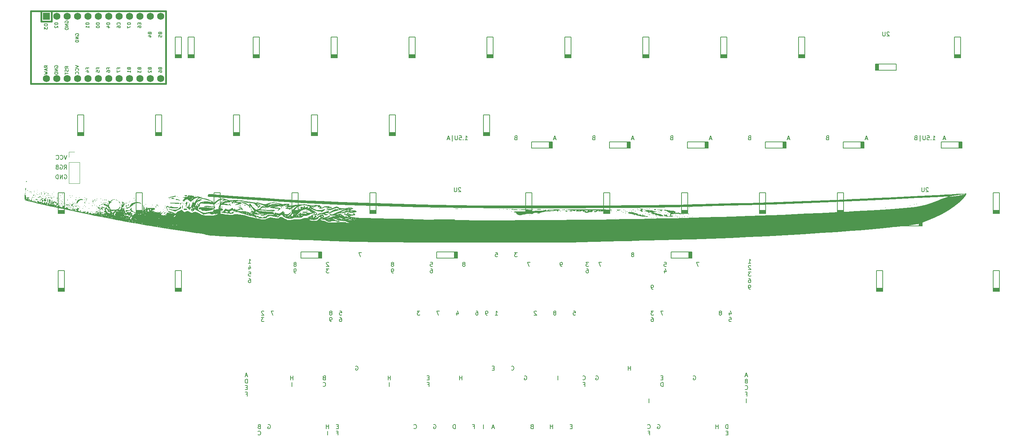
<source format=gbr>
%TF.GenerationSoftware,KiCad,Pcbnew,(7.0.0)*%
%TF.CreationDate,2023-09-10T22:45:04+02:00*%
%TF.ProjectId,Wakizashi,57616b69-7a61-4736-9869-2e6b69636164,rev?*%
%TF.SameCoordinates,Original*%
%TF.FileFunction,Legend,Bot*%
%TF.FilePolarity,Positive*%
%FSLAX46Y46*%
G04 Gerber Fmt 4.6, Leading zero omitted, Abs format (unit mm)*
G04 Created by KiCad (PCBNEW (7.0.0)) date 2023-09-10 22:45:04*
%MOMM*%
%LPD*%
G01*
G04 APERTURE LIST*
%ADD10C,0.150000*%
%ADD11C,0.381000*%
%ADD12C,0.120000*%
%ADD13R,1.752600X1.752600*%
%ADD14C,1.752600*%
G04 APERTURE END LIST*
D10*
X193484523Y-81456964D02*
X193484523Y-82123630D01*
X193722618Y-81076011D02*
X193960713Y-81790297D01*
X193960713Y-81790297D02*
X193341666Y-81790297D01*
X91884523Y-80663214D02*
X91884523Y-81329880D01*
X92122618Y-80282261D02*
X92360713Y-80996547D01*
X92360713Y-80996547D02*
X91741666Y-80996547D01*
X149224999Y-120223630D02*
X149224999Y-119223630D01*
X157091071Y-49056071D02*
X156948214Y-49103690D01*
X156948214Y-49103690D02*
X156900595Y-49151309D01*
X156900595Y-49151309D02*
X156852976Y-49246547D01*
X156852976Y-49246547D02*
X156852976Y-49389404D01*
X156852976Y-49389404D02*
X156900595Y-49484642D01*
X156900595Y-49484642D02*
X156948214Y-49532261D01*
X156948214Y-49532261D02*
X157043452Y-49579880D01*
X157043452Y-49579880D02*
X157424404Y-49579880D01*
X157424404Y-49579880D02*
X157424404Y-48579880D01*
X157424404Y-48579880D02*
X157091071Y-48579880D01*
X157091071Y-48579880D02*
X156995833Y-48627500D01*
X156995833Y-48627500D02*
X156948214Y-48675119D01*
X156948214Y-48675119D02*
X156900595Y-48770357D01*
X156900595Y-48770357D02*
X156900595Y-48865595D01*
X156900595Y-48865595D02*
X156948214Y-48960833D01*
X156948214Y-48960833D02*
X156995833Y-49008452D01*
X156995833Y-49008452D02*
X157091071Y-49056071D01*
X157091071Y-49056071D02*
X157424404Y-49056071D01*
X173688392Y-109381071D02*
X174021725Y-109381071D01*
X174021725Y-109904880D02*
X174021725Y-108904880D01*
X174021725Y-108904880D02*
X173545535Y-108904880D01*
X111458332Y-81123630D02*
X110839285Y-81123630D01*
X110839285Y-81123630D02*
X111172618Y-81504583D01*
X111172618Y-81504583D02*
X111029761Y-81504583D01*
X111029761Y-81504583D02*
X110934523Y-81552202D01*
X110934523Y-81552202D02*
X110886904Y-81599821D01*
X110886904Y-81599821D02*
X110839285Y-81695059D01*
X110839285Y-81695059D02*
X110839285Y-81933154D01*
X110839285Y-81933154D02*
X110886904Y-82028392D01*
X110886904Y-82028392D02*
X110934523Y-82076011D01*
X110934523Y-82076011D02*
X111029761Y-82123630D01*
X111029761Y-82123630D02*
X111315475Y-82123630D01*
X111315475Y-82123630D02*
X111410713Y-82076011D01*
X111410713Y-82076011D02*
X111458332Y-82028392D01*
X142684523Y-91775714D02*
X142684523Y-92442380D01*
X142922618Y-91394761D02*
X143160713Y-92109047D01*
X143160713Y-92109047D02*
X142541666Y-92109047D01*
X144557737Y-79964702D02*
X144652975Y-79917083D01*
X144652975Y-79917083D02*
X144700594Y-79869464D01*
X144700594Y-79869464D02*
X144748213Y-79774226D01*
X144748213Y-79774226D02*
X144748213Y-79726607D01*
X144748213Y-79726607D02*
X144700594Y-79631369D01*
X144700594Y-79631369D02*
X144652975Y-79583750D01*
X144652975Y-79583750D02*
X144557737Y-79536130D01*
X144557737Y-79536130D02*
X144367261Y-79536130D01*
X144367261Y-79536130D02*
X144272023Y-79583750D01*
X144272023Y-79583750D02*
X144224404Y-79631369D01*
X144224404Y-79631369D02*
X144176785Y-79726607D01*
X144176785Y-79726607D02*
X144176785Y-79774226D01*
X144176785Y-79774226D02*
X144224404Y-79869464D01*
X144224404Y-79869464D02*
X144272023Y-79917083D01*
X144272023Y-79917083D02*
X144367261Y-79964702D01*
X144367261Y-79964702D02*
X144557737Y-79964702D01*
X144557737Y-79964702D02*
X144652975Y-80012321D01*
X144652975Y-80012321D02*
X144700594Y-80059940D01*
X144700594Y-80059940D02*
X144748213Y-80155178D01*
X144748213Y-80155178D02*
X144748213Y-80345654D01*
X144748213Y-80345654D02*
X144700594Y-80440892D01*
X144700594Y-80440892D02*
X144652975Y-80488511D01*
X144652975Y-80488511D02*
X144557737Y-80536130D01*
X144557737Y-80536130D02*
X144367261Y-80536130D01*
X144367261Y-80536130D02*
X144272023Y-80488511D01*
X144272023Y-80488511D02*
X144224404Y-80440892D01*
X144224404Y-80440892D02*
X144176785Y-80345654D01*
X144176785Y-80345654D02*
X144176785Y-80155178D01*
X144176785Y-80155178D02*
X144224404Y-80059940D01*
X144224404Y-80059940D02*
X144272023Y-80012321D01*
X144272023Y-80012321D02*
X144367261Y-79964702D01*
X176141071Y-49056071D02*
X175998214Y-49103690D01*
X175998214Y-49103690D02*
X175950595Y-49151309D01*
X175950595Y-49151309D02*
X175902976Y-49246547D01*
X175902976Y-49246547D02*
X175902976Y-49389404D01*
X175902976Y-49389404D02*
X175950595Y-49484642D01*
X175950595Y-49484642D02*
X175998214Y-49532261D01*
X175998214Y-49532261D02*
X176093452Y-49579880D01*
X176093452Y-49579880D02*
X176474404Y-49579880D01*
X176474404Y-49579880D02*
X176474404Y-48579880D01*
X176474404Y-48579880D02*
X176141071Y-48579880D01*
X176141071Y-48579880D02*
X176045833Y-48627500D01*
X176045833Y-48627500D02*
X175998214Y-48675119D01*
X175998214Y-48675119D02*
X175950595Y-48770357D01*
X175950595Y-48770357D02*
X175950595Y-48865595D01*
X175950595Y-48865595D02*
X175998214Y-48960833D01*
X175998214Y-48960833D02*
X176045833Y-49008452D01*
X176045833Y-49008452D02*
X176141071Y-49056071D01*
X176141071Y-49056071D02*
X176474404Y-49056071D01*
X103377975Y-82123630D02*
X103187499Y-82123630D01*
X103187499Y-82123630D02*
X103092261Y-82076011D01*
X103092261Y-82076011D02*
X103044642Y-82028392D01*
X103044642Y-82028392D02*
X102949404Y-81885535D01*
X102949404Y-81885535D02*
X102901785Y-81695059D01*
X102901785Y-81695059D02*
X102901785Y-81314107D01*
X102901785Y-81314107D02*
X102949404Y-81218869D01*
X102949404Y-81218869D02*
X102997023Y-81171250D01*
X102997023Y-81171250D02*
X103092261Y-81123630D01*
X103092261Y-81123630D02*
X103282737Y-81123630D01*
X103282737Y-81123630D02*
X103377975Y-81171250D01*
X103377975Y-81171250D02*
X103425594Y-81218869D01*
X103425594Y-81218869D02*
X103473213Y-81314107D01*
X103473213Y-81314107D02*
X103473213Y-81552202D01*
X103473213Y-81552202D02*
X103425594Y-81647440D01*
X103425594Y-81647440D02*
X103377975Y-81695059D01*
X103377975Y-81695059D02*
X103282737Y-81742678D01*
X103282737Y-81742678D02*
X103092261Y-81742678D01*
X103092261Y-81742678D02*
X102997023Y-81695059D01*
X102997023Y-81695059D02*
X102949404Y-81647440D01*
X102949404Y-81647440D02*
X102901785Y-81552202D01*
X214645832Y-81917380D02*
X214026785Y-81917380D01*
X214026785Y-81917380D02*
X214360118Y-82298333D01*
X214360118Y-82298333D02*
X214217261Y-82298333D01*
X214217261Y-82298333D02*
X214122023Y-82345952D01*
X214122023Y-82345952D02*
X214074404Y-82393571D01*
X214074404Y-82393571D02*
X214026785Y-82488809D01*
X214026785Y-82488809D02*
X214026785Y-82726904D01*
X214026785Y-82726904D02*
X214074404Y-82822142D01*
X214074404Y-82822142D02*
X214122023Y-82869761D01*
X214122023Y-82869761D02*
X214217261Y-82917380D01*
X214217261Y-82917380D02*
X214502975Y-82917380D01*
X214502975Y-82917380D02*
X214598213Y-82869761D01*
X214598213Y-82869761D02*
X214645832Y-82822142D01*
X91543154Y-109111130D02*
X91543154Y-108111130D01*
X91543154Y-108111130D02*
X91305059Y-108111130D01*
X91305059Y-108111130D02*
X91162202Y-108158750D01*
X91162202Y-108158750D02*
X91066964Y-108253988D01*
X91066964Y-108253988D02*
X91019345Y-108349226D01*
X91019345Y-108349226D02*
X90971726Y-108539702D01*
X90971726Y-108539702D02*
X90971726Y-108682559D01*
X90971726Y-108682559D02*
X91019345Y-108873035D01*
X91019345Y-108873035D02*
X91066964Y-108968273D01*
X91066964Y-108968273D02*
X91162202Y-109063511D01*
X91162202Y-109063511D02*
X91305059Y-109111130D01*
X91305059Y-109111130D02*
X91543154Y-109111130D01*
X190690475Y-86092380D02*
X190499999Y-86092380D01*
X190499999Y-86092380D02*
X190404761Y-86044761D01*
X190404761Y-86044761D02*
X190357142Y-85997142D01*
X190357142Y-85997142D02*
X190261904Y-85854285D01*
X190261904Y-85854285D02*
X190214285Y-85663809D01*
X190214285Y-85663809D02*
X190214285Y-85282857D01*
X190214285Y-85282857D02*
X190261904Y-85187619D01*
X190261904Y-85187619D02*
X190309523Y-85140000D01*
X190309523Y-85140000D02*
X190404761Y-85092380D01*
X190404761Y-85092380D02*
X190595237Y-85092380D01*
X190595237Y-85092380D02*
X190690475Y-85140000D01*
X190690475Y-85140000D02*
X190738094Y-85187619D01*
X190738094Y-85187619D02*
X190785713Y-85282857D01*
X190785713Y-85282857D02*
X190785713Y-85520952D01*
X190785713Y-85520952D02*
X190738094Y-85616190D01*
X190738094Y-85616190D02*
X190690475Y-85663809D01*
X190690475Y-85663809D02*
X190595237Y-85711428D01*
X190595237Y-85711428D02*
X190404761Y-85711428D01*
X190404761Y-85711428D02*
X190309523Y-85663809D01*
X190309523Y-85663809D02*
X190261904Y-85616190D01*
X190261904Y-85616190D02*
X190214285Y-85520952D01*
X127095237Y-79964702D02*
X127190475Y-79917083D01*
X127190475Y-79917083D02*
X127238094Y-79869464D01*
X127238094Y-79869464D02*
X127285713Y-79774226D01*
X127285713Y-79774226D02*
X127285713Y-79726607D01*
X127285713Y-79726607D02*
X127238094Y-79631369D01*
X127238094Y-79631369D02*
X127190475Y-79583750D01*
X127190475Y-79583750D02*
X127095237Y-79536130D01*
X127095237Y-79536130D02*
X126904761Y-79536130D01*
X126904761Y-79536130D02*
X126809523Y-79583750D01*
X126809523Y-79583750D02*
X126761904Y-79631369D01*
X126761904Y-79631369D02*
X126714285Y-79726607D01*
X126714285Y-79726607D02*
X126714285Y-79774226D01*
X126714285Y-79774226D02*
X126761904Y-79869464D01*
X126761904Y-79869464D02*
X126809523Y-79917083D01*
X126809523Y-79917083D02*
X126904761Y-79964702D01*
X126904761Y-79964702D02*
X127095237Y-79964702D01*
X127095237Y-79964702D02*
X127190475Y-80012321D01*
X127190475Y-80012321D02*
X127238094Y-80059940D01*
X127238094Y-80059940D02*
X127285713Y-80155178D01*
X127285713Y-80155178D02*
X127285713Y-80345654D01*
X127285713Y-80345654D02*
X127238094Y-80440892D01*
X127238094Y-80440892D02*
X127190475Y-80488511D01*
X127190475Y-80488511D02*
X127095237Y-80536130D01*
X127095237Y-80536130D02*
X126904761Y-80536130D01*
X126904761Y-80536130D02*
X126809523Y-80488511D01*
X126809523Y-80488511D02*
X126761904Y-80440892D01*
X126761904Y-80440892D02*
X126714285Y-80345654D01*
X126714285Y-80345654D02*
X126714285Y-80155178D01*
X126714285Y-80155178D02*
X126761904Y-80059940D01*
X126761904Y-80059940D02*
X126809523Y-80012321D01*
X126809523Y-80012321D02*
X126904761Y-79964702D01*
X191825595Y-119271250D02*
X191920833Y-119223630D01*
X191920833Y-119223630D02*
X192063690Y-119223630D01*
X192063690Y-119223630D02*
X192206547Y-119271250D01*
X192206547Y-119271250D02*
X192301785Y-119366488D01*
X192301785Y-119366488D02*
X192349404Y-119461726D01*
X192349404Y-119461726D02*
X192397023Y-119652202D01*
X192397023Y-119652202D02*
X192397023Y-119795059D01*
X192397023Y-119795059D02*
X192349404Y-119985535D01*
X192349404Y-119985535D02*
X192301785Y-120080773D01*
X192301785Y-120080773D02*
X192206547Y-120176011D01*
X192206547Y-120176011D02*
X192063690Y-120223630D01*
X192063690Y-120223630D02*
X191968452Y-120223630D01*
X191968452Y-120223630D02*
X191825595Y-120176011D01*
X191825595Y-120176011D02*
X191777976Y-120128392D01*
X191777976Y-120128392D02*
X191777976Y-119795059D01*
X191777976Y-119795059D02*
X191968452Y-119795059D01*
X185229463Y-105936130D02*
X185229463Y-104936130D01*
X185229463Y-105412321D02*
X184658035Y-105412321D01*
X184658035Y-105936130D02*
X184658035Y-104936130D01*
X135588392Y-109381071D02*
X135921725Y-109381071D01*
X135921725Y-109904880D02*
X135921725Y-108904880D01*
X135921725Y-108904880D02*
X135445535Y-108904880D01*
X259103571Y-49579880D02*
X259674999Y-49579880D01*
X259389285Y-49579880D02*
X259389285Y-48579880D01*
X259389285Y-48579880D02*
X259484523Y-48722738D01*
X259484523Y-48722738D02*
X259579761Y-48817976D01*
X259579761Y-48817976D02*
X259674999Y-48865595D01*
X258674999Y-49484642D02*
X258627380Y-49532261D01*
X258627380Y-49532261D02*
X258674999Y-49579880D01*
X258674999Y-49579880D02*
X258722618Y-49532261D01*
X258722618Y-49532261D02*
X258674999Y-49484642D01*
X258674999Y-49484642D02*
X258674999Y-49579880D01*
X257722619Y-48579880D02*
X258198809Y-48579880D01*
X258198809Y-48579880D02*
X258246428Y-49056071D01*
X258246428Y-49056071D02*
X258198809Y-49008452D01*
X258198809Y-49008452D02*
X258103571Y-48960833D01*
X258103571Y-48960833D02*
X257865476Y-48960833D01*
X257865476Y-48960833D02*
X257770238Y-49008452D01*
X257770238Y-49008452D02*
X257722619Y-49056071D01*
X257722619Y-49056071D02*
X257675000Y-49151309D01*
X257675000Y-49151309D02*
X257675000Y-49389404D01*
X257675000Y-49389404D02*
X257722619Y-49484642D01*
X257722619Y-49484642D02*
X257770238Y-49532261D01*
X257770238Y-49532261D02*
X257865476Y-49579880D01*
X257865476Y-49579880D02*
X258103571Y-49579880D01*
X258103571Y-49579880D02*
X258198809Y-49532261D01*
X258198809Y-49532261D02*
X258246428Y-49484642D01*
X257246428Y-48579880D02*
X257246428Y-49389404D01*
X257246428Y-49389404D02*
X257198809Y-49484642D01*
X257198809Y-49484642D02*
X257151190Y-49532261D01*
X257151190Y-49532261D02*
X257055952Y-49579880D01*
X257055952Y-49579880D02*
X256865476Y-49579880D01*
X256865476Y-49579880D02*
X256770238Y-49532261D01*
X256770238Y-49532261D02*
X256722619Y-49484642D01*
X256722619Y-49484642D02*
X256675000Y-49389404D01*
X256675000Y-49389404D02*
X256675000Y-48579880D01*
X255960714Y-49913214D02*
X255960714Y-48484642D01*
X254913095Y-49056071D02*
X254770238Y-49103690D01*
X254770238Y-49103690D02*
X254722619Y-49151309D01*
X254722619Y-49151309D02*
X254675000Y-49246547D01*
X254675000Y-49246547D02*
X254675000Y-49389404D01*
X254675000Y-49389404D02*
X254722619Y-49484642D01*
X254722619Y-49484642D02*
X254770238Y-49532261D01*
X254770238Y-49532261D02*
X254865476Y-49579880D01*
X254865476Y-49579880D02*
X255246428Y-49579880D01*
X255246428Y-49579880D02*
X255246428Y-48579880D01*
X255246428Y-48579880D02*
X254913095Y-48579880D01*
X254913095Y-48579880D02*
X254817857Y-48627500D01*
X254817857Y-48627500D02*
X254770238Y-48675119D01*
X254770238Y-48675119D02*
X254722619Y-48770357D01*
X254722619Y-48770357D02*
X254722619Y-48865595D01*
X254722619Y-48865595D02*
X254770238Y-48960833D01*
X254770238Y-48960833D02*
X254817857Y-49008452D01*
X254817857Y-49008452D02*
X254913095Y-49056071D01*
X254913095Y-49056071D02*
X255246428Y-49056071D01*
X137056845Y-119271250D02*
X137152083Y-119223630D01*
X137152083Y-119223630D02*
X137294940Y-119223630D01*
X137294940Y-119223630D02*
X137437797Y-119271250D01*
X137437797Y-119271250D02*
X137533035Y-119366488D01*
X137533035Y-119366488D02*
X137580654Y-119461726D01*
X137580654Y-119461726D02*
X137628273Y-119652202D01*
X137628273Y-119652202D02*
X137628273Y-119795059D01*
X137628273Y-119795059D02*
X137580654Y-119985535D01*
X137580654Y-119985535D02*
X137533035Y-120080773D01*
X137533035Y-120080773D02*
X137437797Y-120176011D01*
X137437797Y-120176011D02*
X137294940Y-120223630D01*
X137294940Y-120223630D02*
X137199702Y-120223630D01*
X137199702Y-120223630D02*
X137056845Y-120176011D01*
X137056845Y-120176011D02*
X137009226Y-120128392D01*
X137009226Y-120128392D02*
X137009226Y-119795059D01*
X137009226Y-119795059D02*
X137199702Y-119795059D01*
X176744345Y-107365000D02*
X176839583Y-107317380D01*
X176839583Y-107317380D02*
X176982440Y-107317380D01*
X176982440Y-107317380D02*
X177125297Y-107365000D01*
X177125297Y-107365000D02*
X177220535Y-107460238D01*
X177220535Y-107460238D02*
X177268154Y-107555476D01*
X177268154Y-107555476D02*
X177315773Y-107745952D01*
X177315773Y-107745952D02*
X177315773Y-107888809D01*
X177315773Y-107888809D02*
X177268154Y-108079285D01*
X177268154Y-108079285D02*
X177220535Y-108174523D01*
X177220535Y-108174523D02*
X177125297Y-108269761D01*
X177125297Y-108269761D02*
X176982440Y-108317380D01*
X176982440Y-108317380D02*
X176887202Y-108317380D01*
X176887202Y-108317380D02*
X176744345Y-108269761D01*
X176744345Y-108269761D02*
X176696726Y-108222142D01*
X176696726Y-108222142D02*
X176696726Y-107888809D01*
X176696726Y-107888809D02*
X176887202Y-107888809D01*
X152161904Y-77154880D02*
X152638094Y-77154880D01*
X152638094Y-77154880D02*
X152685713Y-77631071D01*
X152685713Y-77631071D02*
X152638094Y-77583452D01*
X152638094Y-77583452D02*
X152542856Y-77535833D01*
X152542856Y-77535833D02*
X152304761Y-77535833D01*
X152304761Y-77535833D02*
X152209523Y-77583452D01*
X152209523Y-77583452D02*
X152161904Y-77631071D01*
X152161904Y-77631071D02*
X152114285Y-77726309D01*
X152114285Y-77726309D02*
X152114285Y-77964404D01*
X152114285Y-77964404D02*
X152161904Y-78059642D01*
X152161904Y-78059642D02*
X152209523Y-78107261D01*
X152209523Y-78107261D02*
X152304761Y-78154880D01*
X152304761Y-78154880D02*
X152542856Y-78154880D01*
X152542856Y-78154880D02*
X152638094Y-78107261D01*
X152638094Y-78107261D02*
X152685713Y-78059642D01*
X159281845Y-107365000D02*
X159377083Y-107317380D01*
X159377083Y-107317380D02*
X159519940Y-107317380D01*
X159519940Y-107317380D02*
X159662797Y-107365000D01*
X159662797Y-107365000D02*
X159758035Y-107460238D01*
X159758035Y-107460238D02*
X159805654Y-107555476D01*
X159805654Y-107555476D02*
X159853273Y-107745952D01*
X159853273Y-107745952D02*
X159853273Y-107888809D01*
X159853273Y-107888809D02*
X159805654Y-108079285D01*
X159805654Y-108079285D02*
X159758035Y-108174523D01*
X159758035Y-108174523D02*
X159662797Y-108269761D01*
X159662797Y-108269761D02*
X159519940Y-108317380D01*
X159519940Y-108317380D02*
X159424702Y-108317380D01*
X159424702Y-108317380D02*
X159281845Y-108269761D01*
X159281845Y-108269761D02*
X159234226Y-108222142D01*
X159234226Y-108222142D02*
X159234226Y-107888809D01*
X159234226Y-107888809D02*
X159424702Y-107888809D01*
X132246726Y-120128392D02*
X132294345Y-120176011D01*
X132294345Y-120176011D02*
X132437202Y-120223630D01*
X132437202Y-120223630D02*
X132532440Y-120223630D01*
X132532440Y-120223630D02*
X132675297Y-120176011D01*
X132675297Y-120176011D02*
X132770535Y-120080773D01*
X132770535Y-120080773D02*
X132818154Y-119985535D01*
X132818154Y-119985535D02*
X132865773Y-119795059D01*
X132865773Y-119795059D02*
X132865773Y-119652202D01*
X132865773Y-119652202D02*
X132818154Y-119461726D01*
X132818154Y-119461726D02*
X132770535Y-119366488D01*
X132770535Y-119366488D02*
X132675297Y-119271250D01*
X132675297Y-119271250D02*
X132532440Y-119223630D01*
X132532440Y-119223630D02*
X132437202Y-119223630D01*
X132437202Y-119223630D02*
X132294345Y-119271250D01*
X132294345Y-119271250D02*
X132246726Y-119318869D01*
X146700892Y-119699821D02*
X147034225Y-119699821D01*
X147034225Y-120223630D02*
X147034225Y-119223630D01*
X147034225Y-119223630D02*
X146558035Y-119223630D01*
X166179463Y-120223630D02*
X166179463Y-119223630D01*
X166179463Y-119699821D02*
X165608035Y-119699821D01*
X165608035Y-120223630D02*
X165608035Y-119223630D01*
X209359523Y-91775714D02*
X209359523Y-92442380D01*
X209597618Y-91394761D02*
X209835713Y-92109047D01*
X209835713Y-92109047D02*
X209216666Y-92109047D01*
X110021726Y-109809642D02*
X110069345Y-109857261D01*
X110069345Y-109857261D02*
X110212202Y-109904880D01*
X110212202Y-109904880D02*
X110307440Y-109904880D01*
X110307440Y-109904880D02*
X110450297Y-109857261D01*
X110450297Y-109857261D02*
X110545535Y-109762023D01*
X110545535Y-109762023D02*
X110593154Y-109666785D01*
X110593154Y-109666785D02*
X110640773Y-109476309D01*
X110640773Y-109476309D02*
X110640773Y-109333452D01*
X110640773Y-109333452D02*
X110593154Y-109142976D01*
X110593154Y-109142976D02*
X110545535Y-109047738D01*
X110545535Y-109047738D02*
X110450297Y-108952500D01*
X110450297Y-108952500D02*
X110307440Y-108904880D01*
X110307440Y-108904880D02*
X110212202Y-108904880D01*
X110212202Y-108904880D02*
X110069345Y-108952500D01*
X110069345Y-108952500D02*
X110021726Y-109000119D01*
X171211904Y-91442380D02*
X171688094Y-91442380D01*
X171688094Y-91442380D02*
X171735713Y-91918571D01*
X171735713Y-91918571D02*
X171688094Y-91870952D01*
X171688094Y-91870952D02*
X171592856Y-91823333D01*
X171592856Y-91823333D02*
X171354761Y-91823333D01*
X171354761Y-91823333D02*
X171259523Y-91870952D01*
X171259523Y-91870952D02*
X171211904Y-91918571D01*
X171211904Y-91918571D02*
X171164285Y-92013809D01*
X171164285Y-92013809D02*
X171164285Y-92251904D01*
X171164285Y-92251904D02*
X171211904Y-92347142D01*
X171211904Y-92347142D02*
X171259523Y-92394761D01*
X171259523Y-92394761D02*
X171354761Y-92442380D01*
X171354761Y-92442380D02*
X171592856Y-92442380D01*
X171592856Y-92442380D02*
X171688094Y-92394761D01*
X171688094Y-92394761D02*
X171735713Y-92347142D01*
X126206249Y-109904880D02*
X126206249Y-108904880D01*
X167481249Y-108317380D02*
X167481249Y-107317380D01*
X185975594Y-49294166D02*
X185499404Y-49294166D01*
X186070832Y-49579880D02*
X185737499Y-48579880D01*
X185737499Y-48579880D02*
X185404166Y-49579880D01*
X151844344Y-119937916D02*
X151368154Y-119937916D01*
X151939582Y-120223630D02*
X151606249Y-119223630D01*
X151606249Y-119223630D02*
X151272916Y-120223630D01*
X173521726Y-108222142D02*
X173569345Y-108269761D01*
X173569345Y-108269761D02*
X173712202Y-108317380D01*
X173712202Y-108317380D02*
X173807440Y-108317380D01*
X173807440Y-108317380D02*
X173950297Y-108269761D01*
X173950297Y-108269761D02*
X174045535Y-108174523D01*
X174045535Y-108174523D02*
X174093154Y-108079285D01*
X174093154Y-108079285D02*
X174140773Y-107888809D01*
X174140773Y-107888809D02*
X174140773Y-107745952D01*
X174140773Y-107745952D02*
X174093154Y-107555476D01*
X174093154Y-107555476D02*
X174045535Y-107460238D01*
X174045535Y-107460238D02*
X173950297Y-107365000D01*
X173950297Y-107365000D02*
X173807440Y-107317380D01*
X173807440Y-107317380D02*
X173712202Y-107317380D01*
X173712202Y-107317380D02*
X173569345Y-107365000D01*
X173569345Y-107365000D02*
X173521726Y-107412619D01*
X166782737Y-91870952D02*
X166877975Y-91823333D01*
X166877975Y-91823333D02*
X166925594Y-91775714D01*
X166925594Y-91775714D02*
X166973213Y-91680476D01*
X166973213Y-91680476D02*
X166973213Y-91632857D01*
X166973213Y-91632857D02*
X166925594Y-91537619D01*
X166925594Y-91537619D02*
X166877975Y-91490000D01*
X166877975Y-91490000D02*
X166782737Y-91442380D01*
X166782737Y-91442380D02*
X166592261Y-91442380D01*
X166592261Y-91442380D02*
X166497023Y-91490000D01*
X166497023Y-91490000D02*
X166449404Y-91537619D01*
X166449404Y-91537619D02*
X166401785Y-91632857D01*
X166401785Y-91632857D02*
X166401785Y-91680476D01*
X166401785Y-91680476D02*
X166449404Y-91775714D01*
X166449404Y-91775714D02*
X166497023Y-91823333D01*
X166497023Y-91823333D02*
X166592261Y-91870952D01*
X166592261Y-91870952D02*
X166782737Y-91870952D01*
X166782737Y-91870952D02*
X166877975Y-91918571D01*
X166877975Y-91918571D02*
X166925594Y-91966190D01*
X166925594Y-91966190D02*
X166973213Y-92061428D01*
X166973213Y-92061428D02*
X166973213Y-92251904D01*
X166973213Y-92251904D02*
X166925594Y-92347142D01*
X166925594Y-92347142D02*
X166877975Y-92394761D01*
X166877975Y-92394761D02*
X166782737Y-92442380D01*
X166782737Y-92442380D02*
X166592261Y-92442380D01*
X166592261Y-92442380D02*
X166497023Y-92394761D01*
X166497023Y-92394761D02*
X166449404Y-92347142D01*
X166449404Y-92347142D02*
X166401785Y-92251904D01*
X166401785Y-92251904D02*
X166401785Y-92061428D01*
X166401785Y-92061428D02*
X166449404Y-91966190D01*
X166449404Y-91966190D02*
X166497023Y-91918571D01*
X166497023Y-91918571D02*
X166592261Y-91870952D01*
X157495832Y-77154880D02*
X156876785Y-77154880D01*
X156876785Y-77154880D02*
X157210118Y-77535833D01*
X157210118Y-77535833D02*
X157067261Y-77535833D01*
X157067261Y-77535833D02*
X156972023Y-77583452D01*
X156972023Y-77583452D02*
X156924404Y-77631071D01*
X156924404Y-77631071D02*
X156876785Y-77726309D01*
X156876785Y-77726309D02*
X156876785Y-77964404D01*
X156876785Y-77964404D02*
X156924404Y-78059642D01*
X156924404Y-78059642D02*
X156972023Y-78107261D01*
X156972023Y-78107261D02*
X157067261Y-78154880D01*
X157067261Y-78154880D02*
X157352975Y-78154880D01*
X157352975Y-78154880D02*
X157448213Y-78107261D01*
X157448213Y-78107261D02*
X157495832Y-78059642D01*
X135945535Y-107793571D02*
X135612202Y-107793571D01*
X135469345Y-108317380D02*
X135945535Y-108317380D01*
X135945535Y-108317380D02*
X135945535Y-107317380D01*
X135945535Y-107317380D02*
X135469345Y-107317380D01*
X178133332Y-79536130D02*
X177466666Y-79536130D01*
X177466666Y-79536130D02*
X177895237Y-80536130D01*
X213518749Y-113873630D02*
X213518749Y-112873630D01*
X133683332Y-91442380D02*
X133064285Y-91442380D01*
X133064285Y-91442380D02*
X133397618Y-91823333D01*
X133397618Y-91823333D02*
X133254761Y-91823333D01*
X133254761Y-91823333D02*
X133159523Y-91870952D01*
X133159523Y-91870952D02*
X133111904Y-91918571D01*
X133111904Y-91918571D02*
X133064285Y-92013809D01*
X133064285Y-92013809D02*
X133064285Y-92251904D01*
X133064285Y-92251904D02*
X133111904Y-92347142D01*
X133111904Y-92347142D02*
X133159523Y-92394761D01*
X133159523Y-92394761D02*
X133254761Y-92442380D01*
X133254761Y-92442380D02*
X133540475Y-92442380D01*
X133540475Y-92442380D02*
X133635713Y-92394761D01*
X133635713Y-92394761D02*
X133683332Y-92347142D01*
X144732142Y-49579880D02*
X145303570Y-49579880D01*
X145017856Y-49579880D02*
X145017856Y-48579880D01*
X145017856Y-48579880D02*
X145113094Y-48722738D01*
X145113094Y-48722738D02*
X145208332Y-48817976D01*
X145208332Y-48817976D02*
X145303570Y-48865595D01*
X144303570Y-49484642D02*
X144255951Y-49532261D01*
X144255951Y-49532261D02*
X144303570Y-49579880D01*
X144303570Y-49579880D02*
X144351189Y-49532261D01*
X144351189Y-49532261D02*
X144303570Y-49484642D01*
X144303570Y-49484642D02*
X144303570Y-49579880D01*
X143351190Y-48579880D02*
X143827380Y-48579880D01*
X143827380Y-48579880D02*
X143874999Y-49056071D01*
X143874999Y-49056071D02*
X143827380Y-49008452D01*
X143827380Y-49008452D02*
X143732142Y-48960833D01*
X143732142Y-48960833D02*
X143494047Y-48960833D01*
X143494047Y-48960833D02*
X143398809Y-49008452D01*
X143398809Y-49008452D02*
X143351190Y-49056071D01*
X143351190Y-49056071D02*
X143303571Y-49151309D01*
X143303571Y-49151309D02*
X143303571Y-49389404D01*
X143303571Y-49389404D02*
X143351190Y-49484642D01*
X143351190Y-49484642D02*
X143398809Y-49532261D01*
X143398809Y-49532261D02*
X143494047Y-49579880D01*
X143494047Y-49579880D02*
X143732142Y-49579880D01*
X143732142Y-49579880D02*
X143827380Y-49532261D01*
X143827380Y-49532261D02*
X143874999Y-49484642D01*
X142874999Y-48579880D02*
X142874999Y-49389404D01*
X142874999Y-49389404D02*
X142827380Y-49484642D01*
X142827380Y-49484642D02*
X142779761Y-49532261D01*
X142779761Y-49532261D02*
X142684523Y-49579880D01*
X142684523Y-49579880D02*
X142494047Y-49579880D01*
X142494047Y-49579880D02*
X142398809Y-49532261D01*
X142398809Y-49532261D02*
X142351190Y-49484642D01*
X142351190Y-49484642D02*
X142303571Y-49389404D01*
X142303571Y-49389404D02*
X142303571Y-48579880D01*
X141589285Y-49913214D02*
X141589285Y-48484642D01*
X140922618Y-49294166D02*
X140446428Y-49294166D01*
X141017856Y-49579880D02*
X140684523Y-48579880D01*
X140684523Y-48579880D02*
X140351190Y-49579880D01*
X224075594Y-49294166D02*
X223599404Y-49294166D01*
X224170832Y-49579880D02*
X223837499Y-48579880D01*
X223837499Y-48579880D02*
X223504166Y-49579880D01*
X201945832Y-79536130D02*
X201279166Y-79536130D01*
X201279166Y-79536130D02*
X201707737Y-80536130D01*
X248459523Y-23275119D02*
X248411904Y-23227500D01*
X248411904Y-23227500D02*
X248316666Y-23179880D01*
X248316666Y-23179880D02*
X248078571Y-23179880D01*
X248078571Y-23179880D02*
X247983333Y-23227500D01*
X247983333Y-23227500D02*
X247935714Y-23275119D01*
X247935714Y-23275119D02*
X247888095Y-23370357D01*
X247888095Y-23370357D02*
X247888095Y-23465595D01*
X247888095Y-23465595D02*
X247935714Y-23608452D01*
X247935714Y-23608452D02*
X248507142Y-24179880D01*
X248507142Y-24179880D02*
X247888095Y-24179880D01*
X247459523Y-23179880D02*
X247459523Y-23989404D01*
X247459523Y-23989404D02*
X247411904Y-24084642D01*
X247411904Y-24084642D02*
X247364285Y-24132261D01*
X247364285Y-24132261D02*
X247269047Y-24179880D01*
X247269047Y-24179880D02*
X247078571Y-24179880D01*
X247078571Y-24179880D02*
X246983333Y-24132261D01*
X246983333Y-24132261D02*
X246935714Y-24084642D01*
X246935714Y-24084642D02*
X246888095Y-23989404D01*
X246888095Y-23989404D02*
X246888095Y-23179880D01*
X193436904Y-79536130D02*
X193913094Y-79536130D01*
X193913094Y-79536130D02*
X193960713Y-80012321D01*
X193960713Y-80012321D02*
X193913094Y-79964702D01*
X193913094Y-79964702D02*
X193817856Y-79917083D01*
X193817856Y-79917083D02*
X193579761Y-79917083D01*
X193579761Y-79917083D02*
X193484523Y-79964702D01*
X193484523Y-79964702D02*
X193436904Y-80012321D01*
X193436904Y-80012321D02*
X193389285Y-80107559D01*
X193389285Y-80107559D02*
X193389285Y-80345654D01*
X193389285Y-80345654D02*
X193436904Y-80440892D01*
X193436904Y-80440892D02*
X193484523Y-80488511D01*
X193484523Y-80488511D02*
X193579761Y-80536130D01*
X193579761Y-80536130D02*
X193817856Y-80536130D01*
X193817856Y-80536130D02*
X193913094Y-80488511D01*
X193913094Y-80488511D02*
X193960713Y-80440892D01*
X213375892Y-111762321D02*
X213709225Y-111762321D01*
X213709225Y-112286130D02*
X213709225Y-111286130D01*
X213709225Y-111286130D02*
X213233035Y-111286130D01*
X214026785Y-79742380D02*
X214598213Y-79742380D01*
X214312499Y-79742380D02*
X214312499Y-78742380D01*
X214312499Y-78742380D02*
X214407737Y-78885238D01*
X214407737Y-78885238D02*
X214502975Y-78980476D01*
X214502975Y-78980476D02*
X214598213Y-79028095D01*
X94146726Y-121715892D02*
X94194345Y-121763511D01*
X94194345Y-121763511D02*
X94337202Y-121811130D01*
X94337202Y-121811130D02*
X94432440Y-121811130D01*
X94432440Y-121811130D02*
X94575297Y-121763511D01*
X94575297Y-121763511D02*
X94670535Y-121668273D01*
X94670535Y-121668273D02*
X94718154Y-121573035D01*
X94718154Y-121573035D02*
X94765773Y-121382559D01*
X94765773Y-121382559D02*
X94765773Y-121239702D01*
X94765773Y-121239702D02*
X94718154Y-121049226D01*
X94718154Y-121049226D02*
X94670535Y-120953988D01*
X94670535Y-120953988D02*
X94575297Y-120858750D01*
X94575297Y-120858750D02*
X94432440Y-120811130D01*
X94432440Y-120811130D02*
X94337202Y-120811130D01*
X94337202Y-120811130D02*
X94194345Y-120858750D01*
X94194345Y-120858750D02*
X94146726Y-120906369D01*
X147447023Y-91442380D02*
X147637499Y-91442380D01*
X147637499Y-91442380D02*
X147732737Y-91490000D01*
X147732737Y-91490000D02*
X147780356Y-91537619D01*
X147780356Y-91537619D02*
X147875594Y-91680476D01*
X147875594Y-91680476D02*
X147923213Y-91870952D01*
X147923213Y-91870952D02*
X147923213Y-92251904D01*
X147923213Y-92251904D02*
X147875594Y-92347142D01*
X147875594Y-92347142D02*
X147827975Y-92394761D01*
X147827975Y-92394761D02*
X147732737Y-92442380D01*
X147732737Y-92442380D02*
X147542261Y-92442380D01*
X147542261Y-92442380D02*
X147447023Y-92394761D01*
X147447023Y-92394761D02*
X147399404Y-92347142D01*
X147399404Y-92347142D02*
X147351785Y-92251904D01*
X147351785Y-92251904D02*
X147351785Y-92013809D01*
X147351785Y-92013809D02*
X147399404Y-91918571D01*
X147399404Y-91918571D02*
X147447023Y-91870952D01*
X147447023Y-91870952D02*
X147542261Y-91823333D01*
X147542261Y-91823333D02*
X147732737Y-91823333D01*
X147732737Y-91823333D02*
X147827975Y-91870952D01*
X147827975Y-91870952D02*
X147875594Y-91918571D01*
X147875594Y-91918571D02*
X147923213Y-92013809D01*
X213447321Y-108587321D02*
X213304464Y-108634940D01*
X213304464Y-108634940D02*
X213256845Y-108682559D01*
X213256845Y-108682559D02*
X213209226Y-108777797D01*
X213209226Y-108777797D02*
X213209226Y-108920654D01*
X213209226Y-108920654D02*
X213256845Y-109015892D01*
X213256845Y-109015892D02*
X213304464Y-109063511D01*
X213304464Y-109063511D02*
X213399702Y-109111130D01*
X213399702Y-109111130D02*
X213780654Y-109111130D01*
X213780654Y-109111130D02*
X213780654Y-108111130D01*
X213780654Y-108111130D02*
X213447321Y-108111130D01*
X213447321Y-108111130D02*
X213352083Y-108158750D01*
X213352083Y-108158750D02*
X213304464Y-108206369D01*
X213304464Y-108206369D02*
X213256845Y-108301607D01*
X213256845Y-108301607D02*
X213256845Y-108396845D01*
X213256845Y-108396845D02*
X213304464Y-108492083D01*
X213304464Y-108492083D02*
X213352083Y-108539702D01*
X213352083Y-108539702D02*
X213447321Y-108587321D01*
X213447321Y-108587321D02*
X213780654Y-108587321D01*
X136286904Y-79536130D02*
X136763094Y-79536130D01*
X136763094Y-79536130D02*
X136810713Y-80012321D01*
X136810713Y-80012321D02*
X136763094Y-79964702D01*
X136763094Y-79964702D02*
X136667856Y-79917083D01*
X136667856Y-79917083D02*
X136429761Y-79917083D01*
X136429761Y-79917083D02*
X136334523Y-79964702D01*
X136334523Y-79964702D02*
X136286904Y-80012321D01*
X136286904Y-80012321D02*
X136239285Y-80107559D01*
X136239285Y-80107559D02*
X136239285Y-80345654D01*
X136239285Y-80345654D02*
X136286904Y-80440892D01*
X136286904Y-80440892D02*
X136334523Y-80488511D01*
X136334523Y-80488511D02*
X136429761Y-80536130D01*
X136429761Y-80536130D02*
X136667856Y-80536130D01*
X136667856Y-80536130D02*
X136763094Y-80488511D01*
X136763094Y-80488511D02*
X136810713Y-80440892D01*
X143954463Y-108317380D02*
X143954463Y-107317380D01*
X143954463Y-107793571D02*
X143383035Y-107793571D01*
X143383035Y-108317380D02*
X143383035Y-107317380D01*
X206660713Y-120223630D02*
X206660713Y-119223630D01*
X206660713Y-119699821D02*
X206089285Y-119699821D01*
X206089285Y-120223630D02*
X206089285Y-119223630D01*
X185832737Y-77583452D02*
X185927975Y-77535833D01*
X185927975Y-77535833D02*
X185975594Y-77488214D01*
X185975594Y-77488214D02*
X186023213Y-77392976D01*
X186023213Y-77392976D02*
X186023213Y-77345357D01*
X186023213Y-77345357D02*
X185975594Y-77250119D01*
X185975594Y-77250119D02*
X185927975Y-77202500D01*
X185927975Y-77202500D02*
X185832737Y-77154880D01*
X185832737Y-77154880D02*
X185642261Y-77154880D01*
X185642261Y-77154880D02*
X185547023Y-77202500D01*
X185547023Y-77202500D02*
X185499404Y-77250119D01*
X185499404Y-77250119D02*
X185451785Y-77345357D01*
X185451785Y-77345357D02*
X185451785Y-77392976D01*
X185451785Y-77392976D02*
X185499404Y-77488214D01*
X185499404Y-77488214D02*
X185547023Y-77535833D01*
X185547023Y-77535833D02*
X185642261Y-77583452D01*
X185642261Y-77583452D02*
X185832737Y-77583452D01*
X185832737Y-77583452D02*
X185927975Y-77631071D01*
X185927975Y-77631071D02*
X185975594Y-77678690D01*
X185975594Y-77678690D02*
X186023213Y-77773928D01*
X186023213Y-77773928D02*
X186023213Y-77964404D01*
X186023213Y-77964404D02*
X185975594Y-78059642D01*
X185975594Y-78059642D02*
X185927975Y-78107261D01*
X185927975Y-78107261D02*
X185832737Y-78154880D01*
X185832737Y-78154880D02*
X185642261Y-78154880D01*
X185642261Y-78154880D02*
X185547023Y-78107261D01*
X185547023Y-78107261D02*
X185499404Y-78059642D01*
X185499404Y-78059642D02*
X185451785Y-77964404D01*
X185451785Y-77964404D02*
X185451785Y-77773928D01*
X185451785Y-77773928D02*
X185499404Y-77678690D01*
X185499404Y-77678690D02*
X185547023Y-77631071D01*
X185547023Y-77631071D02*
X185642261Y-77583452D01*
X189563392Y-121287321D02*
X189896725Y-121287321D01*
X189896725Y-121811130D02*
X189896725Y-120811130D01*
X189896725Y-120811130D02*
X189420535Y-120811130D01*
X174958332Y-79536130D02*
X174339285Y-79536130D01*
X174339285Y-79536130D02*
X174672618Y-79917083D01*
X174672618Y-79917083D02*
X174529761Y-79917083D01*
X174529761Y-79917083D02*
X174434523Y-79964702D01*
X174434523Y-79964702D02*
X174386904Y-80012321D01*
X174386904Y-80012321D02*
X174339285Y-80107559D01*
X174339285Y-80107559D02*
X174339285Y-80345654D01*
X174339285Y-80345654D02*
X174386904Y-80440892D01*
X174386904Y-80440892D02*
X174434523Y-80488511D01*
X174434523Y-80488511D02*
X174529761Y-80536130D01*
X174529761Y-80536130D02*
X174815475Y-80536130D01*
X174815475Y-80536130D02*
X174910713Y-80488511D01*
X174910713Y-80488511D02*
X174958332Y-80440892D01*
X127190475Y-82123630D02*
X126999999Y-82123630D01*
X126999999Y-82123630D02*
X126904761Y-82076011D01*
X126904761Y-82076011D02*
X126857142Y-82028392D01*
X126857142Y-82028392D02*
X126761904Y-81885535D01*
X126761904Y-81885535D02*
X126714285Y-81695059D01*
X126714285Y-81695059D02*
X126714285Y-81314107D01*
X126714285Y-81314107D02*
X126761904Y-81218869D01*
X126761904Y-81218869D02*
X126809523Y-81171250D01*
X126809523Y-81171250D02*
X126904761Y-81123630D01*
X126904761Y-81123630D02*
X127095237Y-81123630D01*
X127095237Y-81123630D02*
X127190475Y-81171250D01*
X127190475Y-81171250D02*
X127238094Y-81218869D01*
X127238094Y-81218869D02*
X127285713Y-81314107D01*
X127285713Y-81314107D02*
X127285713Y-81552202D01*
X127285713Y-81552202D02*
X127238094Y-81647440D01*
X127238094Y-81647440D02*
X127190475Y-81695059D01*
X127190475Y-81695059D02*
X127095237Y-81742678D01*
X127095237Y-81742678D02*
X126904761Y-81742678D01*
X126904761Y-81742678D02*
X126809523Y-81695059D01*
X126809523Y-81695059D02*
X126761904Y-81647440D01*
X126761904Y-81647440D02*
X126714285Y-81552202D01*
X150209225Y-92442380D02*
X150018749Y-92442380D01*
X150018749Y-92442380D02*
X149923511Y-92394761D01*
X149923511Y-92394761D02*
X149875892Y-92347142D01*
X149875892Y-92347142D02*
X149780654Y-92204285D01*
X149780654Y-92204285D02*
X149733035Y-92013809D01*
X149733035Y-92013809D02*
X149733035Y-91632857D01*
X149733035Y-91632857D02*
X149780654Y-91537619D01*
X149780654Y-91537619D02*
X149828273Y-91490000D01*
X149828273Y-91490000D02*
X149923511Y-91442380D01*
X149923511Y-91442380D02*
X150113987Y-91442380D01*
X150113987Y-91442380D02*
X150209225Y-91490000D01*
X150209225Y-91490000D02*
X150256844Y-91537619D01*
X150256844Y-91537619D02*
X150304463Y-91632857D01*
X150304463Y-91632857D02*
X150304463Y-91870952D01*
X150304463Y-91870952D02*
X150256844Y-91966190D01*
X150256844Y-91966190D02*
X150209225Y-92013809D01*
X150209225Y-92013809D02*
X150113987Y-92061428D01*
X150113987Y-92061428D02*
X149923511Y-92061428D01*
X149923511Y-92061428D02*
X149828273Y-92013809D01*
X149828273Y-92013809D02*
X149780654Y-91966190D01*
X149780654Y-91966190D02*
X149733035Y-91870952D01*
X118006845Y-104983750D02*
X118102083Y-104936130D01*
X118102083Y-104936130D02*
X118244940Y-104936130D01*
X118244940Y-104936130D02*
X118387797Y-104983750D01*
X118387797Y-104983750D02*
X118483035Y-105078988D01*
X118483035Y-105078988D02*
X118530654Y-105174226D01*
X118530654Y-105174226D02*
X118578273Y-105364702D01*
X118578273Y-105364702D02*
X118578273Y-105507559D01*
X118578273Y-105507559D02*
X118530654Y-105698035D01*
X118530654Y-105698035D02*
X118483035Y-105793273D01*
X118483035Y-105793273D02*
X118387797Y-105888511D01*
X118387797Y-105888511D02*
X118244940Y-105936130D01*
X118244940Y-105936130D02*
X118149702Y-105936130D01*
X118149702Y-105936130D02*
X118006845Y-105888511D01*
X118006845Y-105888511D02*
X117959226Y-105840892D01*
X117959226Y-105840892D02*
X117959226Y-105507559D01*
X117959226Y-105507559D02*
X118149702Y-105507559D01*
X142343154Y-120223630D02*
X142343154Y-119223630D01*
X142343154Y-119223630D02*
X142105059Y-119223630D01*
X142105059Y-119223630D02*
X141962202Y-119271250D01*
X141962202Y-119271250D02*
X141866964Y-119366488D01*
X141866964Y-119366488D02*
X141819345Y-119461726D01*
X141819345Y-119461726D02*
X141771726Y-119652202D01*
X141771726Y-119652202D02*
X141771726Y-119795059D01*
X141771726Y-119795059D02*
X141819345Y-119985535D01*
X141819345Y-119985535D02*
X141866964Y-120080773D01*
X141866964Y-120080773D02*
X141962202Y-120176011D01*
X141962202Y-120176011D02*
X142105059Y-120223630D01*
X142105059Y-120223630D02*
X142343154Y-120223630D01*
X162210713Y-91537619D02*
X162163094Y-91490000D01*
X162163094Y-91490000D02*
X162067856Y-91442380D01*
X162067856Y-91442380D02*
X161829761Y-91442380D01*
X161829761Y-91442380D02*
X161734523Y-91490000D01*
X161734523Y-91490000D02*
X161686904Y-91537619D01*
X161686904Y-91537619D02*
X161639285Y-91632857D01*
X161639285Y-91632857D02*
X161639285Y-91728095D01*
X161639285Y-91728095D02*
X161686904Y-91870952D01*
X161686904Y-91870952D02*
X162258332Y-92442380D01*
X162258332Y-92442380D02*
X161639285Y-92442380D01*
X214598213Y-80425119D02*
X214550594Y-80377500D01*
X214550594Y-80377500D02*
X214455356Y-80329880D01*
X214455356Y-80329880D02*
X214217261Y-80329880D01*
X214217261Y-80329880D02*
X214122023Y-80377500D01*
X214122023Y-80377500D02*
X214074404Y-80425119D01*
X214074404Y-80425119D02*
X214026785Y-80520357D01*
X214026785Y-80520357D02*
X214026785Y-80615595D01*
X214026785Y-80615595D02*
X214074404Y-80758452D01*
X214074404Y-80758452D02*
X214645832Y-81329880D01*
X214645832Y-81329880D02*
X214026785Y-81329880D01*
X91836904Y-81917380D02*
X92313094Y-81917380D01*
X92313094Y-81917380D02*
X92360713Y-82393571D01*
X92360713Y-82393571D02*
X92313094Y-82345952D01*
X92313094Y-82345952D02*
X92217856Y-82298333D01*
X92217856Y-82298333D02*
X91979761Y-82298333D01*
X91979761Y-82298333D02*
X91884523Y-82345952D01*
X91884523Y-82345952D02*
X91836904Y-82393571D01*
X91836904Y-82393571D02*
X91789285Y-82488809D01*
X91789285Y-82488809D02*
X91789285Y-82726904D01*
X91789285Y-82726904D02*
X91836904Y-82822142D01*
X91836904Y-82822142D02*
X91884523Y-82869761D01*
X91884523Y-82869761D02*
X91979761Y-82917380D01*
X91979761Y-82917380D02*
X92217856Y-82917380D01*
X92217856Y-82917380D02*
X92313094Y-82869761D01*
X92313094Y-82869761D02*
X92360713Y-82822142D01*
X46727976Y-56723630D02*
X47061309Y-56247440D01*
X47299404Y-56723630D02*
X47299404Y-55723630D01*
X47299404Y-55723630D02*
X46918452Y-55723630D01*
X46918452Y-55723630D02*
X46823214Y-55771250D01*
X46823214Y-55771250D02*
X46775595Y-55818869D01*
X46775595Y-55818869D02*
X46727976Y-55914107D01*
X46727976Y-55914107D02*
X46727976Y-56056964D01*
X46727976Y-56056964D02*
X46775595Y-56152202D01*
X46775595Y-56152202D02*
X46823214Y-56199821D01*
X46823214Y-56199821D02*
X46918452Y-56247440D01*
X46918452Y-56247440D02*
X47299404Y-56247440D01*
X45775595Y-55771250D02*
X45870833Y-55723630D01*
X45870833Y-55723630D02*
X46013690Y-55723630D01*
X46013690Y-55723630D02*
X46156547Y-55771250D01*
X46156547Y-55771250D02*
X46251785Y-55866488D01*
X46251785Y-55866488D02*
X46299404Y-55961726D01*
X46299404Y-55961726D02*
X46347023Y-56152202D01*
X46347023Y-56152202D02*
X46347023Y-56295059D01*
X46347023Y-56295059D02*
X46299404Y-56485535D01*
X46299404Y-56485535D02*
X46251785Y-56580773D01*
X46251785Y-56580773D02*
X46156547Y-56676011D01*
X46156547Y-56676011D02*
X46013690Y-56723630D01*
X46013690Y-56723630D02*
X45918452Y-56723630D01*
X45918452Y-56723630D02*
X45775595Y-56676011D01*
X45775595Y-56676011D02*
X45727976Y-56628392D01*
X45727976Y-56628392D02*
X45727976Y-56295059D01*
X45727976Y-56295059D02*
X45918452Y-56295059D01*
X44966071Y-56199821D02*
X44823214Y-56247440D01*
X44823214Y-56247440D02*
X44775595Y-56295059D01*
X44775595Y-56295059D02*
X44727976Y-56390297D01*
X44727976Y-56390297D02*
X44727976Y-56533154D01*
X44727976Y-56533154D02*
X44775595Y-56628392D01*
X44775595Y-56628392D02*
X44823214Y-56676011D01*
X44823214Y-56676011D02*
X44918452Y-56723630D01*
X44918452Y-56723630D02*
X45299404Y-56723630D01*
X45299404Y-56723630D02*
X45299404Y-55723630D01*
X45299404Y-55723630D02*
X44966071Y-55723630D01*
X44966071Y-55723630D02*
X44870833Y-55771250D01*
X44870833Y-55771250D02*
X44823214Y-55818869D01*
X44823214Y-55818869D02*
X44775595Y-55914107D01*
X44775595Y-55914107D02*
X44775595Y-56009345D01*
X44775595Y-56009345D02*
X44823214Y-56104583D01*
X44823214Y-56104583D02*
X44870833Y-56152202D01*
X44870833Y-56152202D02*
X44966071Y-56199821D01*
X44966071Y-56199821D02*
X45299404Y-56199821D01*
X209018154Y-120223630D02*
X209018154Y-119223630D01*
X209018154Y-119223630D02*
X208780059Y-119223630D01*
X208780059Y-119223630D02*
X208637202Y-119271250D01*
X208637202Y-119271250D02*
X208541964Y-119366488D01*
X208541964Y-119366488D02*
X208494345Y-119461726D01*
X208494345Y-119461726D02*
X208446726Y-119652202D01*
X208446726Y-119652202D02*
X208446726Y-119795059D01*
X208446726Y-119795059D02*
X208494345Y-119985535D01*
X208494345Y-119985535D02*
X208541964Y-120080773D01*
X208541964Y-120080773D02*
X208637202Y-120176011D01*
X208637202Y-120176011D02*
X208780059Y-120223630D01*
X208780059Y-120223630D02*
X209018154Y-120223630D01*
X195191071Y-49056071D02*
X195048214Y-49103690D01*
X195048214Y-49103690D02*
X195000595Y-49151309D01*
X195000595Y-49151309D02*
X194952976Y-49246547D01*
X194952976Y-49246547D02*
X194952976Y-49389404D01*
X194952976Y-49389404D02*
X195000595Y-49484642D01*
X195000595Y-49484642D02*
X195048214Y-49532261D01*
X195048214Y-49532261D02*
X195143452Y-49579880D01*
X195143452Y-49579880D02*
X195524404Y-49579880D01*
X195524404Y-49579880D02*
X195524404Y-48579880D01*
X195524404Y-48579880D02*
X195191071Y-48579880D01*
X195191071Y-48579880D02*
X195095833Y-48627500D01*
X195095833Y-48627500D02*
X195048214Y-48675119D01*
X195048214Y-48675119D02*
X195000595Y-48770357D01*
X195000595Y-48770357D02*
X195000595Y-48865595D01*
X195000595Y-48865595D02*
X195048214Y-48960833D01*
X195048214Y-48960833D02*
X195095833Y-49008452D01*
X195095833Y-49008452D02*
X195191071Y-49056071D01*
X195191071Y-49056071D02*
X195524404Y-49056071D01*
X97964582Y-91442380D02*
X97297916Y-91442380D01*
X97297916Y-91442380D02*
X97726487Y-92442380D01*
X262175594Y-49294166D02*
X261699404Y-49294166D01*
X262270832Y-49579880D02*
X261937499Y-48579880D01*
X261937499Y-48579880D02*
X261604166Y-49579880D01*
X189396726Y-120128392D02*
X189444345Y-120176011D01*
X189444345Y-120176011D02*
X189587202Y-120223630D01*
X189587202Y-120223630D02*
X189682440Y-120223630D01*
X189682440Y-120223630D02*
X189825297Y-120176011D01*
X189825297Y-120176011D02*
X189920535Y-120080773D01*
X189920535Y-120080773D02*
X189968154Y-119985535D01*
X189968154Y-119985535D02*
X190015773Y-119795059D01*
X190015773Y-119795059D02*
X190015773Y-119652202D01*
X190015773Y-119652202D02*
X189968154Y-119461726D01*
X189968154Y-119461726D02*
X189920535Y-119366488D01*
X189920535Y-119366488D02*
X189825297Y-119271250D01*
X189825297Y-119271250D02*
X189682440Y-119223630D01*
X189682440Y-119223630D02*
X189587202Y-119223630D01*
X189587202Y-119223630D02*
X189444345Y-119271250D01*
X189444345Y-119271250D02*
X189396726Y-119318869D01*
X205025594Y-49294166D02*
X204549404Y-49294166D01*
X205120832Y-49579880D02*
X204787499Y-48579880D01*
X204787499Y-48579880D02*
X204454166Y-49579880D01*
X207263987Y-91870952D02*
X207359225Y-91823333D01*
X207359225Y-91823333D02*
X207406844Y-91775714D01*
X207406844Y-91775714D02*
X207454463Y-91680476D01*
X207454463Y-91680476D02*
X207454463Y-91632857D01*
X207454463Y-91632857D02*
X207406844Y-91537619D01*
X207406844Y-91537619D02*
X207359225Y-91490000D01*
X207359225Y-91490000D02*
X207263987Y-91442380D01*
X207263987Y-91442380D02*
X207073511Y-91442380D01*
X207073511Y-91442380D02*
X206978273Y-91490000D01*
X206978273Y-91490000D02*
X206930654Y-91537619D01*
X206930654Y-91537619D02*
X206883035Y-91632857D01*
X206883035Y-91632857D02*
X206883035Y-91680476D01*
X206883035Y-91680476D02*
X206930654Y-91775714D01*
X206930654Y-91775714D02*
X206978273Y-91823333D01*
X206978273Y-91823333D02*
X207073511Y-91870952D01*
X207073511Y-91870952D02*
X207263987Y-91870952D01*
X207263987Y-91870952D02*
X207359225Y-91918571D01*
X207359225Y-91918571D02*
X207406844Y-91966190D01*
X207406844Y-91966190D02*
X207454463Y-92061428D01*
X207454463Y-92061428D02*
X207454463Y-92251904D01*
X207454463Y-92251904D02*
X207406844Y-92347142D01*
X207406844Y-92347142D02*
X207359225Y-92394761D01*
X207359225Y-92394761D02*
X207263987Y-92442380D01*
X207263987Y-92442380D02*
X207073511Y-92442380D01*
X207073511Y-92442380D02*
X206978273Y-92394761D01*
X206978273Y-92394761D02*
X206930654Y-92347142D01*
X206930654Y-92347142D02*
X206883035Y-92251904D01*
X206883035Y-92251904D02*
X206883035Y-92061428D01*
X206883035Y-92061428D02*
X206930654Y-91966190D01*
X206930654Y-91966190D02*
X206978273Y-91918571D01*
X206978273Y-91918571D02*
X207073511Y-91870952D01*
X257984523Y-61375119D02*
X257936904Y-61327500D01*
X257936904Y-61327500D02*
X257841666Y-61279880D01*
X257841666Y-61279880D02*
X257603571Y-61279880D01*
X257603571Y-61279880D02*
X257508333Y-61327500D01*
X257508333Y-61327500D02*
X257460714Y-61375119D01*
X257460714Y-61375119D02*
X257413095Y-61470357D01*
X257413095Y-61470357D02*
X257413095Y-61565595D01*
X257413095Y-61565595D02*
X257460714Y-61708452D01*
X257460714Y-61708452D02*
X258032142Y-62279880D01*
X258032142Y-62279880D02*
X257413095Y-62279880D01*
X256984523Y-61279880D02*
X256984523Y-62089404D01*
X256984523Y-62089404D02*
X256936904Y-62184642D01*
X256936904Y-62184642D02*
X256889285Y-62232261D01*
X256889285Y-62232261D02*
X256794047Y-62279880D01*
X256794047Y-62279880D02*
X256603571Y-62279880D01*
X256603571Y-62279880D02*
X256508333Y-62232261D01*
X256508333Y-62232261D02*
X256460714Y-62184642D01*
X256460714Y-62184642D02*
X256413095Y-62089404D01*
X256413095Y-62089404D02*
X256413095Y-61279880D01*
X114061904Y-91442380D02*
X114538094Y-91442380D01*
X114538094Y-91442380D02*
X114585713Y-91918571D01*
X114585713Y-91918571D02*
X114538094Y-91870952D01*
X114538094Y-91870952D02*
X114442856Y-91823333D01*
X114442856Y-91823333D02*
X114204761Y-91823333D01*
X114204761Y-91823333D02*
X114109523Y-91870952D01*
X114109523Y-91870952D02*
X114061904Y-91918571D01*
X114061904Y-91918571D02*
X114014285Y-92013809D01*
X114014285Y-92013809D02*
X114014285Y-92251904D01*
X114014285Y-92251904D02*
X114061904Y-92347142D01*
X114061904Y-92347142D02*
X114109523Y-92394761D01*
X114109523Y-92394761D02*
X114204761Y-92442380D01*
X114204761Y-92442380D02*
X114442856Y-92442380D01*
X114442856Y-92442380D02*
X114538094Y-92394761D01*
X114538094Y-92394761D02*
X114585713Y-92347142D01*
X102679463Y-108317380D02*
X102679463Y-107317380D01*
X102679463Y-107793571D02*
X102108035Y-107793571D01*
X102108035Y-108317380D02*
X102108035Y-107317380D01*
X113363392Y-121287321D02*
X113696725Y-121287321D01*
X113696725Y-121811130D02*
X113696725Y-120811130D01*
X113696725Y-120811130D02*
X113220535Y-120811130D01*
X193214582Y-91442380D02*
X192547916Y-91442380D01*
X192547916Y-91442380D02*
X192976487Y-92442380D01*
X112013987Y-91870952D02*
X112109225Y-91823333D01*
X112109225Y-91823333D02*
X112156844Y-91775714D01*
X112156844Y-91775714D02*
X112204463Y-91680476D01*
X112204463Y-91680476D02*
X112204463Y-91632857D01*
X112204463Y-91632857D02*
X112156844Y-91537619D01*
X112156844Y-91537619D02*
X112109225Y-91490000D01*
X112109225Y-91490000D02*
X112013987Y-91442380D01*
X112013987Y-91442380D02*
X111823511Y-91442380D01*
X111823511Y-91442380D02*
X111728273Y-91490000D01*
X111728273Y-91490000D02*
X111680654Y-91537619D01*
X111680654Y-91537619D02*
X111633035Y-91632857D01*
X111633035Y-91632857D02*
X111633035Y-91680476D01*
X111633035Y-91680476D02*
X111680654Y-91775714D01*
X111680654Y-91775714D02*
X111728273Y-91823333D01*
X111728273Y-91823333D02*
X111823511Y-91870952D01*
X111823511Y-91870952D02*
X112013987Y-91870952D01*
X112013987Y-91870952D02*
X112109225Y-91918571D01*
X112109225Y-91918571D02*
X112156844Y-91966190D01*
X112156844Y-91966190D02*
X112204463Y-92061428D01*
X112204463Y-92061428D02*
X112204463Y-92251904D01*
X112204463Y-92251904D02*
X112156844Y-92347142D01*
X112156844Y-92347142D02*
X112109225Y-92394761D01*
X112109225Y-92394761D02*
X112013987Y-92442380D01*
X112013987Y-92442380D02*
X111823511Y-92442380D01*
X111823511Y-92442380D02*
X111728273Y-92394761D01*
X111728273Y-92394761D02*
X111680654Y-92347142D01*
X111680654Y-92347142D02*
X111633035Y-92251904D01*
X111633035Y-92251904D02*
X111633035Y-92061428D01*
X111633035Y-92061428D02*
X111680654Y-91966190D01*
X111680654Y-91966190D02*
X111728273Y-91918571D01*
X111728273Y-91918571D02*
X111823511Y-91870952D01*
X213209226Y-110603392D02*
X213256845Y-110651011D01*
X213256845Y-110651011D02*
X213399702Y-110698630D01*
X213399702Y-110698630D02*
X213494940Y-110698630D01*
X213494940Y-110698630D02*
X213637797Y-110651011D01*
X213637797Y-110651011D02*
X213733035Y-110555773D01*
X213733035Y-110555773D02*
X213780654Y-110460535D01*
X213780654Y-110460535D02*
X213828273Y-110270059D01*
X213828273Y-110270059D02*
X213828273Y-110127202D01*
X213828273Y-110127202D02*
X213780654Y-109936726D01*
X213780654Y-109936726D02*
X213733035Y-109841488D01*
X213733035Y-109841488D02*
X213637797Y-109746250D01*
X213637797Y-109746250D02*
X213494940Y-109698630D01*
X213494940Y-109698630D02*
X213399702Y-109698630D01*
X213399702Y-109698630D02*
X213256845Y-109746250D01*
X213256845Y-109746250D02*
X213209226Y-109793869D01*
X91519344Y-107237916D02*
X91043154Y-107237916D01*
X91614582Y-107523630D02*
X91281249Y-106523630D01*
X91281249Y-106523630D02*
X90947916Y-107523630D01*
X114109523Y-93029880D02*
X114299999Y-93029880D01*
X114299999Y-93029880D02*
X114395237Y-93077500D01*
X114395237Y-93077500D02*
X114442856Y-93125119D01*
X114442856Y-93125119D02*
X114538094Y-93267976D01*
X114538094Y-93267976D02*
X114585713Y-93458452D01*
X114585713Y-93458452D02*
X114585713Y-93839404D01*
X114585713Y-93839404D02*
X114538094Y-93934642D01*
X114538094Y-93934642D02*
X114490475Y-93982261D01*
X114490475Y-93982261D02*
X114395237Y-94029880D01*
X114395237Y-94029880D02*
X114204761Y-94029880D01*
X114204761Y-94029880D02*
X114109523Y-93982261D01*
X114109523Y-93982261D02*
X114061904Y-93934642D01*
X114061904Y-93934642D02*
X114014285Y-93839404D01*
X114014285Y-93839404D02*
X114014285Y-93601309D01*
X114014285Y-93601309D02*
X114061904Y-93506071D01*
X114061904Y-93506071D02*
X114109523Y-93458452D01*
X114109523Y-93458452D02*
X114204761Y-93410833D01*
X114204761Y-93410833D02*
X114395237Y-93410833D01*
X114395237Y-93410833D02*
X114490475Y-93458452D01*
X114490475Y-93458452D02*
X114538094Y-93506071D01*
X114538094Y-93506071D02*
X114585713Y-93601309D01*
X152114285Y-92442380D02*
X152685713Y-92442380D01*
X152399999Y-92442380D02*
X152399999Y-91442380D01*
X152399999Y-91442380D02*
X152495237Y-91585238D01*
X152495237Y-91585238D02*
X152590475Y-91680476D01*
X152590475Y-91680476D02*
X152685713Y-91728095D01*
X190309523Y-93029880D02*
X190499999Y-93029880D01*
X190499999Y-93029880D02*
X190595237Y-93077500D01*
X190595237Y-93077500D02*
X190642856Y-93125119D01*
X190642856Y-93125119D02*
X190738094Y-93267976D01*
X190738094Y-93267976D02*
X190785713Y-93458452D01*
X190785713Y-93458452D02*
X190785713Y-93839404D01*
X190785713Y-93839404D02*
X190738094Y-93934642D01*
X190738094Y-93934642D02*
X190690475Y-93982261D01*
X190690475Y-93982261D02*
X190595237Y-94029880D01*
X190595237Y-94029880D02*
X190404761Y-94029880D01*
X190404761Y-94029880D02*
X190309523Y-93982261D01*
X190309523Y-93982261D02*
X190261904Y-93934642D01*
X190261904Y-93934642D02*
X190214285Y-93839404D01*
X190214285Y-93839404D02*
X190214285Y-93601309D01*
X190214285Y-93601309D02*
X190261904Y-93506071D01*
X190261904Y-93506071D02*
X190309523Y-93458452D01*
X190309523Y-93458452D02*
X190404761Y-93410833D01*
X190404761Y-93410833D02*
X190595237Y-93410833D01*
X190595237Y-93410833D02*
X190690475Y-93458452D01*
X190690475Y-93458452D02*
X190738094Y-93506071D01*
X190738094Y-93506071D02*
X190785713Y-93601309D01*
X143684523Y-61375119D02*
X143636904Y-61327500D01*
X143636904Y-61327500D02*
X143541666Y-61279880D01*
X143541666Y-61279880D02*
X143303571Y-61279880D01*
X143303571Y-61279880D02*
X143208333Y-61327500D01*
X143208333Y-61327500D02*
X143160714Y-61375119D01*
X143160714Y-61375119D02*
X143113095Y-61470357D01*
X143113095Y-61470357D02*
X143113095Y-61565595D01*
X143113095Y-61565595D02*
X143160714Y-61708452D01*
X143160714Y-61708452D02*
X143732142Y-62279880D01*
X143732142Y-62279880D02*
X143113095Y-62279880D01*
X142684523Y-61279880D02*
X142684523Y-62089404D01*
X142684523Y-62089404D02*
X142636904Y-62184642D01*
X142636904Y-62184642D02*
X142589285Y-62232261D01*
X142589285Y-62232261D02*
X142494047Y-62279880D01*
X142494047Y-62279880D02*
X142303571Y-62279880D01*
X142303571Y-62279880D02*
X142208333Y-62232261D01*
X142208333Y-62232261D02*
X142160714Y-62184642D01*
X142160714Y-62184642D02*
X142113095Y-62089404D01*
X142113095Y-62089404D02*
X142113095Y-61279880D01*
X151820535Y-105412321D02*
X151487202Y-105412321D01*
X151344345Y-105936130D02*
X151820535Y-105936130D01*
X151820535Y-105936130D02*
X151820535Y-104936130D01*
X151820535Y-104936130D02*
X151344345Y-104936130D01*
X136334523Y-81123630D02*
X136524999Y-81123630D01*
X136524999Y-81123630D02*
X136620237Y-81171250D01*
X136620237Y-81171250D02*
X136667856Y-81218869D01*
X136667856Y-81218869D02*
X136763094Y-81361726D01*
X136763094Y-81361726D02*
X136810713Y-81552202D01*
X136810713Y-81552202D02*
X136810713Y-81933154D01*
X136810713Y-81933154D02*
X136763094Y-82028392D01*
X136763094Y-82028392D02*
X136715475Y-82076011D01*
X136715475Y-82076011D02*
X136620237Y-82123630D01*
X136620237Y-82123630D02*
X136429761Y-82123630D01*
X136429761Y-82123630D02*
X136334523Y-82076011D01*
X136334523Y-82076011D02*
X136286904Y-82028392D01*
X136286904Y-82028392D02*
X136239285Y-81933154D01*
X136239285Y-81933154D02*
X136239285Y-81695059D01*
X136239285Y-81695059D02*
X136286904Y-81599821D01*
X136286904Y-81599821D02*
X136334523Y-81552202D01*
X136334523Y-81552202D02*
X136429761Y-81504583D01*
X136429761Y-81504583D02*
X136620237Y-81504583D01*
X136620237Y-81504583D02*
X136715475Y-81552202D01*
X136715475Y-81552202D02*
X136763094Y-81599821D01*
X136763094Y-81599821D02*
X136810713Y-81695059D01*
X233291071Y-49056071D02*
X233148214Y-49103690D01*
X233148214Y-49103690D02*
X233100595Y-49151309D01*
X233100595Y-49151309D02*
X233052976Y-49246547D01*
X233052976Y-49246547D02*
X233052976Y-49389404D01*
X233052976Y-49389404D02*
X233100595Y-49484642D01*
X233100595Y-49484642D02*
X233148214Y-49532261D01*
X233148214Y-49532261D02*
X233243452Y-49579880D01*
X233243452Y-49579880D02*
X233624404Y-49579880D01*
X233624404Y-49579880D02*
X233624404Y-48579880D01*
X233624404Y-48579880D02*
X233291071Y-48579880D01*
X233291071Y-48579880D02*
X233195833Y-48627500D01*
X233195833Y-48627500D02*
X233148214Y-48675119D01*
X233148214Y-48675119D02*
X233100595Y-48770357D01*
X233100595Y-48770357D02*
X233100595Y-48865595D01*
X233100595Y-48865595D02*
X233148214Y-48960833D01*
X233148214Y-48960833D02*
X233195833Y-49008452D01*
X233195833Y-49008452D02*
X233291071Y-49056071D01*
X233291071Y-49056071D02*
X233624404Y-49056071D01*
X103282737Y-79964702D02*
X103377975Y-79917083D01*
X103377975Y-79917083D02*
X103425594Y-79869464D01*
X103425594Y-79869464D02*
X103473213Y-79774226D01*
X103473213Y-79774226D02*
X103473213Y-79726607D01*
X103473213Y-79726607D02*
X103425594Y-79631369D01*
X103425594Y-79631369D02*
X103377975Y-79583750D01*
X103377975Y-79583750D02*
X103282737Y-79536130D01*
X103282737Y-79536130D02*
X103092261Y-79536130D01*
X103092261Y-79536130D02*
X102997023Y-79583750D01*
X102997023Y-79583750D02*
X102949404Y-79631369D01*
X102949404Y-79631369D02*
X102901785Y-79726607D01*
X102901785Y-79726607D02*
X102901785Y-79774226D01*
X102901785Y-79774226D02*
X102949404Y-79869464D01*
X102949404Y-79869464D02*
X102997023Y-79917083D01*
X102997023Y-79917083D02*
X103092261Y-79964702D01*
X103092261Y-79964702D02*
X103282737Y-79964702D01*
X103282737Y-79964702D02*
X103377975Y-80012321D01*
X103377975Y-80012321D02*
X103425594Y-80059940D01*
X103425594Y-80059940D02*
X103473213Y-80155178D01*
X103473213Y-80155178D02*
X103473213Y-80345654D01*
X103473213Y-80345654D02*
X103425594Y-80440892D01*
X103425594Y-80440892D02*
X103377975Y-80488511D01*
X103377975Y-80488511D02*
X103282737Y-80536130D01*
X103282737Y-80536130D02*
X103092261Y-80536130D01*
X103092261Y-80536130D02*
X102997023Y-80488511D01*
X102997023Y-80488511D02*
X102949404Y-80440892D01*
X102949404Y-80440892D02*
X102901785Y-80345654D01*
X102901785Y-80345654D02*
X102901785Y-80155178D01*
X102901785Y-80155178D02*
X102949404Y-80059940D01*
X102949404Y-80059940D02*
X102997023Y-80012321D01*
X102997023Y-80012321D02*
X103092261Y-79964702D01*
X46799404Y-58152500D02*
X46894642Y-58104880D01*
X46894642Y-58104880D02*
X47037499Y-58104880D01*
X47037499Y-58104880D02*
X47180356Y-58152500D01*
X47180356Y-58152500D02*
X47275594Y-58247738D01*
X47275594Y-58247738D02*
X47323213Y-58342976D01*
X47323213Y-58342976D02*
X47370832Y-58533452D01*
X47370832Y-58533452D02*
X47370832Y-58676309D01*
X47370832Y-58676309D02*
X47323213Y-58866785D01*
X47323213Y-58866785D02*
X47275594Y-58962023D01*
X47275594Y-58962023D02*
X47180356Y-59057261D01*
X47180356Y-59057261D02*
X47037499Y-59104880D01*
X47037499Y-59104880D02*
X46942261Y-59104880D01*
X46942261Y-59104880D02*
X46799404Y-59057261D01*
X46799404Y-59057261D02*
X46751785Y-59009642D01*
X46751785Y-59009642D02*
X46751785Y-58676309D01*
X46751785Y-58676309D02*
X46942261Y-58676309D01*
X46323213Y-59104880D02*
X46323213Y-58104880D01*
X46323213Y-58104880D02*
X45751785Y-59104880D01*
X45751785Y-59104880D02*
X45751785Y-58104880D01*
X45275594Y-59104880D02*
X45275594Y-58104880D01*
X45275594Y-58104880D02*
X45037499Y-58104880D01*
X45037499Y-58104880D02*
X44894642Y-58152500D01*
X44894642Y-58152500D02*
X44799404Y-58247738D01*
X44799404Y-58247738D02*
X44751785Y-58342976D01*
X44751785Y-58342976D02*
X44704166Y-58533452D01*
X44704166Y-58533452D02*
X44704166Y-58676309D01*
X44704166Y-58676309D02*
X44751785Y-58866785D01*
X44751785Y-58866785D02*
X44799404Y-58962023D01*
X44799404Y-58962023D02*
X44894642Y-59057261D01*
X44894642Y-59057261D02*
X45037499Y-59104880D01*
X45037499Y-59104880D02*
X45275594Y-59104880D01*
X168465475Y-80536130D02*
X168274999Y-80536130D01*
X168274999Y-80536130D02*
X168179761Y-80488511D01*
X168179761Y-80488511D02*
X168132142Y-80440892D01*
X168132142Y-80440892D02*
X168036904Y-80298035D01*
X168036904Y-80298035D02*
X167989285Y-80107559D01*
X167989285Y-80107559D02*
X167989285Y-79726607D01*
X167989285Y-79726607D02*
X168036904Y-79631369D01*
X168036904Y-79631369D02*
X168084523Y-79583750D01*
X168084523Y-79583750D02*
X168179761Y-79536130D01*
X168179761Y-79536130D02*
X168370237Y-79536130D01*
X168370237Y-79536130D02*
X168465475Y-79583750D01*
X168465475Y-79583750D02*
X168513094Y-79631369D01*
X168513094Y-79631369D02*
X168560713Y-79726607D01*
X168560713Y-79726607D02*
X168560713Y-79964702D01*
X168560713Y-79964702D02*
X168513094Y-80059940D01*
X168513094Y-80059940D02*
X168465475Y-80107559D01*
X168465475Y-80107559D02*
X168370237Y-80155178D01*
X168370237Y-80155178D02*
X168179761Y-80155178D01*
X168179761Y-80155178D02*
X168084523Y-80107559D01*
X168084523Y-80107559D02*
X168036904Y-80059940D01*
X168036904Y-80059940D02*
X167989285Y-79964702D01*
X193095535Y-107793571D02*
X192762202Y-107793571D01*
X192619345Y-108317380D02*
X193095535Y-108317380D01*
X193095535Y-108317380D02*
X193095535Y-107317380D01*
X193095535Y-107317380D02*
X192619345Y-107317380D01*
X193143154Y-109904880D02*
X193143154Y-108904880D01*
X193143154Y-108904880D02*
X192905059Y-108904880D01*
X192905059Y-108904880D02*
X192762202Y-108952500D01*
X192762202Y-108952500D02*
X192666964Y-109047738D01*
X192666964Y-109047738D02*
X192619345Y-109142976D01*
X192619345Y-109142976D02*
X192571726Y-109333452D01*
X192571726Y-109333452D02*
X192571726Y-109476309D01*
X192571726Y-109476309D02*
X192619345Y-109666785D01*
X192619345Y-109666785D02*
X192666964Y-109762023D01*
X192666964Y-109762023D02*
X192762202Y-109857261D01*
X192762202Y-109857261D02*
X192905059Y-109904880D01*
X192905059Y-109904880D02*
X193143154Y-109904880D01*
X161059821Y-119699821D02*
X160916964Y-119747440D01*
X160916964Y-119747440D02*
X160869345Y-119795059D01*
X160869345Y-119795059D02*
X160821726Y-119890297D01*
X160821726Y-119890297D02*
X160821726Y-120033154D01*
X160821726Y-120033154D02*
X160869345Y-120128392D01*
X160869345Y-120128392D02*
X160916964Y-120176011D01*
X160916964Y-120176011D02*
X161012202Y-120223630D01*
X161012202Y-120223630D02*
X161393154Y-120223630D01*
X161393154Y-120223630D02*
X161393154Y-119223630D01*
X161393154Y-119223630D02*
X161059821Y-119223630D01*
X161059821Y-119223630D02*
X160964583Y-119271250D01*
X160964583Y-119271250D02*
X160916964Y-119318869D01*
X160916964Y-119318869D02*
X160869345Y-119414107D01*
X160869345Y-119414107D02*
X160869345Y-119509345D01*
X160869345Y-119509345D02*
X160916964Y-119604583D01*
X160916964Y-119604583D02*
X160964583Y-119652202D01*
X160964583Y-119652202D02*
X161059821Y-119699821D01*
X161059821Y-119699821D02*
X161393154Y-119699821D01*
X156059226Y-105840892D02*
X156106845Y-105888511D01*
X156106845Y-105888511D02*
X156249702Y-105936130D01*
X156249702Y-105936130D02*
X156344940Y-105936130D01*
X156344940Y-105936130D02*
X156487797Y-105888511D01*
X156487797Y-105888511D02*
X156583035Y-105793273D01*
X156583035Y-105793273D02*
X156630654Y-105698035D01*
X156630654Y-105698035D02*
X156678273Y-105507559D01*
X156678273Y-105507559D02*
X156678273Y-105364702D01*
X156678273Y-105364702D02*
X156630654Y-105174226D01*
X156630654Y-105174226D02*
X156583035Y-105078988D01*
X156583035Y-105078988D02*
X156487797Y-104983750D01*
X156487797Y-104983750D02*
X156344940Y-104936130D01*
X156344940Y-104936130D02*
X156249702Y-104936130D01*
X156249702Y-104936130D02*
X156106845Y-104983750D01*
X156106845Y-104983750D02*
X156059226Y-105031369D01*
X214502975Y-86092380D02*
X214312499Y-86092380D01*
X214312499Y-86092380D02*
X214217261Y-86044761D01*
X214217261Y-86044761D02*
X214169642Y-85997142D01*
X214169642Y-85997142D02*
X214074404Y-85854285D01*
X214074404Y-85854285D02*
X214026785Y-85663809D01*
X214026785Y-85663809D02*
X214026785Y-85282857D01*
X214026785Y-85282857D02*
X214074404Y-85187619D01*
X214074404Y-85187619D02*
X214122023Y-85140000D01*
X214122023Y-85140000D02*
X214217261Y-85092380D01*
X214217261Y-85092380D02*
X214407737Y-85092380D01*
X214407737Y-85092380D02*
X214502975Y-85140000D01*
X214502975Y-85140000D02*
X214550594Y-85187619D01*
X214550594Y-85187619D02*
X214598213Y-85282857D01*
X214598213Y-85282857D02*
X214598213Y-85520952D01*
X214598213Y-85520952D02*
X214550594Y-85616190D01*
X214550594Y-85616190D02*
X214502975Y-85663809D01*
X214502975Y-85663809D02*
X214407737Y-85711428D01*
X214407737Y-85711428D02*
X214217261Y-85711428D01*
X214217261Y-85711428D02*
X214122023Y-85663809D01*
X214122023Y-85663809D02*
X214074404Y-85616190D01*
X214074404Y-85616190D02*
X214026785Y-85520952D01*
X213756844Y-107237916D02*
X213280654Y-107237916D01*
X213852082Y-107523630D02*
X213518749Y-106523630D01*
X213518749Y-106523630D02*
X213185416Y-107523630D01*
X208970535Y-121287321D02*
X208637202Y-121287321D01*
X208494345Y-121811130D02*
X208970535Y-121811130D01*
X208970535Y-121811130D02*
X208970535Y-120811130D01*
X208970535Y-120811130D02*
X208494345Y-120811130D01*
X209311904Y-93029880D02*
X209788094Y-93029880D01*
X209788094Y-93029880D02*
X209835713Y-93506071D01*
X209835713Y-93506071D02*
X209788094Y-93458452D01*
X209788094Y-93458452D02*
X209692856Y-93410833D01*
X209692856Y-93410833D02*
X209454761Y-93410833D01*
X209454761Y-93410833D02*
X209359523Y-93458452D01*
X209359523Y-93458452D02*
X209311904Y-93506071D01*
X209311904Y-93506071D02*
X209264285Y-93601309D01*
X209264285Y-93601309D02*
X209264285Y-93839404D01*
X209264285Y-93839404D02*
X209311904Y-93934642D01*
X209311904Y-93934642D02*
X209359523Y-93982261D01*
X209359523Y-93982261D02*
X209454761Y-94029880D01*
X209454761Y-94029880D02*
X209692856Y-94029880D01*
X209692856Y-94029880D02*
X209788094Y-93982261D01*
X209788094Y-93982261D02*
X209835713Y-93934642D01*
X170870535Y-119699821D02*
X170537202Y-119699821D01*
X170394345Y-120223630D02*
X170870535Y-120223630D01*
X170870535Y-120223630D02*
X170870535Y-119223630D01*
X170870535Y-119223630D02*
X170394345Y-119223630D01*
X91495535Y-110174821D02*
X91162202Y-110174821D01*
X91019345Y-110698630D02*
X91495535Y-110698630D01*
X91495535Y-110698630D02*
X91495535Y-109698630D01*
X91495535Y-109698630D02*
X91019345Y-109698630D01*
X94384821Y-119699821D02*
X94241964Y-119747440D01*
X94241964Y-119747440D02*
X94194345Y-119795059D01*
X94194345Y-119795059D02*
X94146726Y-119890297D01*
X94146726Y-119890297D02*
X94146726Y-120033154D01*
X94146726Y-120033154D02*
X94194345Y-120128392D01*
X94194345Y-120128392D02*
X94241964Y-120176011D01*
X94241964Y-120176011D02*
X94337202Y-120223630D01*
X94337202Y-120223630D02*
X94718154Y-120223630D01*
X94718154Y-120223630D02*
X94718154Y-119223630D01*
X94718154Y-119223630D02*
X94384821Y-119223630D01*
X94384821Y-119223630D02*
X94289583Y-119271250D01*
X94289583Y-119271250D02*
X94241964Y-119318869D01*
X94241964Y-119318869D02*
X94194345Y-119414107D01*
X94194345Y-119414107D02*
X94194345Y-119509345D01*
X94194345Y-119509345D02*
X94241964Y-119604583D01*
X94241964Y-119604583D02*
X94289583Y-119652202D01*
X94289583Y-119652202D02*
X94384821Y-119699821D01*
X94384821Y-119699821D02*
X94718154Y-119699821D01*
X111410713Y-120223630D02*
X111410713Y-119223630D01*
X111410713Y-119699821D02*
X110839285Y-119699821D01*
X110839285Y-120223630D02*
X110839285Y-119223630D01*
X174434523Y-81123630D02*
X174624999Y-81123630D01*
X174624999Y-81123630D02*
X174720237Y-81171250D01*
X174720237Y-81171250D02*
X174767856Y-81218869D01*
X174767856Y-81218869D02*
X174863094Y-81361726D01*
X174863094Y-81361726D02*
X174910713Y-81552202D01*
X174910713Y-81552202D02*
X174910713Y-81933154D01*
X174910713Y-81933154D02*
X174863094Y-82028392D01*
X174863094Y-82028392D02*
X174815475Y-82076011D01*
X174815475Y-82076011D02*
X174720237Y-82123630D01*
X174720237Y-82123630D02*
X174529761Y-82123630D01*
X174529761Y-82123630D02*
X174434523Y-82076011D01*
X174434523Y-82076011D02*
X174386904Y-82028392D01*
X174386904Y-82028392D02*
X174339285Y-81933154D01*
X174339285Y-81933154D02*
X174339285Y-81695059D01*
X174339285Y-81695059D02*
X174386904Y-81599821D01*
X174386904Y-81599821D02*
X174434523Y-81552202D01*
X174434523Y-81552202D02*
X174529761Y-81504583D01*
X174529761Y-81504583D02*
X174720237Y-81504583D01*
X174720237Y-81504583D02*
X174815475Y-81552202D01*
X174815475Y-81552202D02*
X174863094Y-81599821D01*
X174863094Y-81599821D02*
X174910713Y-81695059D01*
X95535713Y-91537619D02*
X95488094Y-91490000D01*
X95488094Y-91490000D02*
X95392856Y-91442380D01*
X95392856Y-91442380D02*
X95154761Y-91442380D01*
X95154761Y-91442380D02*
X95059523Y-91490000D01*
X95059523Y-91490000D02*
X95011904Y-91537619D01*
X95011904Y-91537619D02*
X94964285Y-91632857D01*
X94964285Y-91632857D02*
X94964285Y-91728095D01*
X94964285Y-91728095D02*
X95011904Y-91870952D01*
X95011904Y-91870952D02*
X95583332Y-92442380D01*
X95583332Y-92442380D02*
X94964285Y-92442380D01*
X138445832Y-91442380D02*
X137779166Y-91442380D01*
X137779166Y-91442380D02*
X138207737Y-92442380D01*
X243125594Y-49294166D02*
X242649404Y-49294166D01*
X243220832Y-49579880D02*
X242887499Y-48579880D01*
X242887499Y-48579880D02*
X242554166Y-49579880D01*
X91138392Y-111762321D02*
X91471725Y-111762321D01*
X91471725Y-112286130D02*
X91471725Y-111286130D01*
X91471725Y-111286130D02*
X90995535Y-111286130D01*
X119395832Y-77154880D02*
X118729166Y-77154880D01*
X118729166Y-77154880D02*
X119157737Y-78154880D01*
X102393749Y-109904880D02*
X102393749Y-108904880D01*
X112109225Y-94029880D02*
X111918749Y-94029880D01*
X111918749Y-94029880D02*
X111823511Y-93982261D01*
X111823511Y-93982261D02*
X111775892Y-93934642D01*
X111775892Y-93934642D02*
X111680654Y-93791785D01*
X111680654Y-93791785D02*
X111633035Y-93601309D01*
X111633035Y-93601309D02*
X111633035Y-93220357D01*
X111633035Y-93220357D02*
X111680654Y-93125119D01*
X111680654Y-93125119D02*
X111728273Y-93077500D01*
X111728273Y-93077500D02*
X111823511Y-93029880D01*
X111823511Y-93029880D02*
X112013987Y-93029880D01*
X112013987Y-93029880D02*
X112109225Y-93077500D01*
X112109225Y-93077500D02*
X112156844Y-93125119D01*
X112156844Y-93125119D02*
X112204463Y-93220357D01*
X112204463Y-93220357D02*
X112204463Y-93458452D01*
X112204463Y-93458452D02*
X112156844Y-93553690D01*
X112156844Y-93553690D02*
X112109225Y-93601309D01*
X112109225Y-93601309D02*
X112013987Y-93648928D01*
X112013987Y-93648928D02*
X111823511Y-93648928D01*
X111823511Y-93648928D02*
X111728273Y-93601309D01*
X111728273Y-93601309D02*
X111680654Y-93553690D01*
X111680654Y-93553690D02*
X111633035Y-93458452D01*
X95583332Y-93029880D02*
X94964285Y-93029880D01*
X94964285Y-93029880D02*
X95297618Y-93410833D01*
X95297618Y-93410833D02*
X95154761Y-93410833D01*
X95154761Y-93410833D02*
X95059523Y-93458452D01*
X95059523Y-93458452D02*
X95011904Y-93506071D01*
X95011904Y-93506071D02*
X94964285Y-93601309D01*
X94964285Y-93601309D02*
X94964285Y-93839404D01*
X94964285Y-93839404D02*
X95011904Y-93934642D01*
X95011904Y-93934642D02*
X95059523Y-93982261D01*
X95059523Y-93982261D02*
X95154761Y-94029880D01*
X95154761Y-94029880D02*
X95440475Y-94029880D01*
X95440475Y-94029880D02*
X95535713Y-93982261D01*
X95535713Y-93982261D02*
X95583332Y-93934642D01*
X111410713Y-79631369D02*
X111363094Y-79583750D01*
X111363094Y-79583750D02*
X111267856Y-79536130D01*
X111267856Y-79536130D02*
X111029761Y-79536130D01*
X111029761Y-79536130D02*
X110934523Y-79583750D01*
X110934523Y-79583750D02*
X110886904Y-79631369D01*
X110886904Y-79631369D02*
X110839285Y-79726607D01*
X110839285Y-79726607D02*
X110839285Y-79821845D01*
X110839285Y-79821845D02*
X110886904Y-79964702D01*
X110886904Y-79964702D02*
X111458332Y-80536130D01*
X111458332Y-80536130D02*
X110839285Y-80536130D01*
X47370832Y-53342380D02*
X47037499Y-54342380D01*
X47037499Y-54342380D02*
X46704166Y-53342380D01*
X45799404Y-54247142D02*
X45847023Y-54294761D01*
X45847023Y-54294761D02*
X45989880Y-54342380D01*
X45989880Y-54342380D02*
X46085118Y-54342380D01*
X46085118Y-54342380D02*
X46227975Y-54294761D01*
X46227975Y-54294761D02*
X46323213Y-54199523D01*
X46323213Y-54199523D02*
X46370832Y-54104285D01*
X46370832Y-54104285D02*
X46418451Y-53913809D01*
X46418451Y-53913809D02*
X46418451Y-53770952D01*
X46418451Y-53770952D02*
X46370832Y-53580476D01*
X46370832Y-53580476D02*
X46323213Y-53485238D01*
X46323213Y-53485238D02*
X46227975Y-53390000D01*
X46227975Y-53390000D02*
X46085118Y-53342380D01*
X46085118Y-53342380D02*
X45989880Y-53342380D01*
X45989880Y-53342380D02*
X45847023Y-53390000D01*
X45847023Y-53390000D02*
X45799404Y-53437619D01*
X44799404Y-54247142D02*
X44847023Y-54294761D01*
X44847023Y-54294761D02*
X44989880Y-54342380D01*
X44989880Y-54342380D02*
X45085118Y-54342380D01*
X45085118Y-54342380D02*
X45227975Y-54294761D01*
X45227975Y-54294761D02*
X45323213Y-54199523D01*
X45323213Y-54199523D02*
X45370832Y-54104285D01*
X45370832Y-54104285D02*
X45418451Y-53913809D01*
X45418451Y-53913809D02*
X45418451Y-53770952D01*
X45418451Y-53770952D02*
X45370832Y-53580476D01*
X45370832Y-53580476D02*
X45323213Y-53485238D01*
X45323213Y-53485238D02*
X45227975Y-53390000D01*
X45227975Y-53390000D02*
X45085118Y-53342380D01*
X45085118Y-53342380D02*
X44989880Y-53342380D01*
X44989880Y-53342380D02*
X44847023Y-53390000D01*
X44847023Y-53390000D02*
X44799404Y-53437619D01*
X113720535Y-119699821D02*
X113387202Y-119699821D01*
X113244345Y-120223630D02*
X113720535Y-120223630D01*
X113720535Y-120223630D02*
X113720535Y-119223630D01*
X113720535Y-119223630D02*
X113244345Y-119223630D01*
X200556845Y-107365000D02*
X200652083Y-107317380D01*
X200652083Y-107317380D02*
X200794940Y-107317380D01*
X200794940Y-107317380D02*
X200937797Y-107365000D01*
X200937797Y-107365000D02*
X201033035Y-107460238D01*
X201033035Y-107460238D02*
X201080654Y-107555476D01*
X201080654Y-107555476D02*
X201128273Y-107745952D01*
X201128273Y-107745952D02*
X201128273Y-107888809D01*
X201128273Y-107888809D02*
X201080654Y-108079285D01*
X201080654Y-108079285D02*
X201033035Y-108174523D01*
X201033035Y-108174523D02*
X200937797Y-108269761D01*
X200937797Y-108269761D02*
X200794940Y-108317380D01*
X200794940Y-108317380D02*
X200699702Y-108317380D01*
X200699702Y-108317380D02*
X200556845Y-108269761D01*
X200556845Y-108269761D02*
X200509226Y-108222142D01*
X200509226Y-108222142D02*
X200509226Y-107888809D01*
X200509226Y-107888809D02*
X200699702Y-107888809D01*
X91884523Y-83504880D02*
X92074999Y-83504880D01*
X92074999Y-83504880D02*
X92170237Y-83552500D01*
X92170237Y-83552500D02*
X92217856Y-83600119D01*
X92217856Y-83600119D02*
X92313094Y-83742976D01*
X92313094Y-83742976D02*
X92360713Y-83933452D01*
X92360713Y-83933452D02*
X92360713Y-84314404D01*
X92360713Y-84314404D02*
X92313094Y-84409642D01*
X92313094Y-84409642D02*
X92265475Y-84457261D01*
X92265475Y-84457261D02*
X92170237Y-84504880D01*
X92170237Y-84504880D02*
X91979761Y-84504880D01*
X91979761Y-84504880D02*
X91884523Y-84457261D01*
X91884523Y-84457261D02*
X91836904Y-84409642D01*
X91836904Y-84409642D02*
X91789285Y-84314404D01*
X91789285Y-84314404D02*
X91789285Y-84076309D01*
X91789285Y-84076309D02*
X91836904Y-83981071D01*
X91836904Y-83981071D02*
X91884523Y-83933452D01*
X91884523Y-83933452D02*
X91979761Y-83885833D01*
X91979761Y-83885833D02*
X92170237Y-83885833D01*
X92170237Y-83885833D02*
X92265475Y-83933452D01*
X92265475Y-83933452D02*
X92313094Y-83981071D01*
X92313094Y-83981071D02*
X92360713Y-84076309D01*
X160670832Y-79536130D02*
X160004166Y-79536130D01*
X160004166Y-79536130D02*
X160432737Y-80536130D01*
X110259821Y-107793571D02*
X110116964Y-107841190D01*
X110116964Y-107841190D02*
X110069345Y-107888809D01*
X110069345Y-107888809D02*
X110021726Y-107984047D01*
X110021726Y-107984047D02*
X110021726Y-108126904D01*
X110021726Y-108126904D02*
X110069345Y-108222142D01*
X110069345Y-108222142D02*
X110116964Y-108269761D01*
X110116964Y-108269761D02*
X110212202Y-108317380D01*
X110212202Y-108317380D02*
X110593154Y-108317380D01*
X110593154Y-108317380D02*
X110593154Y-107317380D01*
X110593154Y-107317380D02*
X110259821Y-107317380D01*
X110259821Y-107317380D02*
X110164583Y-107365000D01*
X110164583Y-107365000D02*
X110116964Y-107412619D01*
X110116964Y-107412619D02*
X110069345Y-107507857D01*
X110069345Y-107507857D02*
X110069345Y-107603095D01*
X110069345Y-107603095D02*
X110116964Y-107698333D01*
X110116964Y-107698333D02*
X110164583Y-107745952D01*
X110164583Y-107745952D02*
X110259821Y-107793571D01*
X110259821Y-107793571D02*
X110593154Y-107793571D01*
X91789285Y-79742380D02*
X92360713Y-79742380D01*
X92074999Y-79742380D02*
X92074999Y-78742380D01*
X92074999Y-78742380D02*
X92170237Y-78885238D01*
X92170237Y-78885238D02*
X92265475Y-78980476D01*
X92265475Y-78980476D02*
X92360713Y-79028095D01*
X111124999Y-121811130D02*
X111124999Y-120811130D01*
X190833332Y-91442380D02*
X190214285Y-91442380D01*
X190214285Y-91442380D02*
X190547618Y-91823333D01*
X190547618Y-91823333D02*
X190404761Y-91823333D01*
X190404761Y-91823333D02*
X190309523Y-91870952D01*
X190309523Y-91870952D02*
X190261904Y-91918571D01*
X190261904Y-91918571D02*
X190214285Y-92013809D01*
X190214285Y-92013809D02*
X190214285Y-92251904D01*
X190214285Y-92251904D02*
X190261904Y-92347142D01*
X190261904Y-92347142D02*
X190309523Y-92394761D01*
X190309523Y-92394761D02*
X190404761Y-92442380D01*
X190404761Y-92442380D02*
X190690475Y-92442380D01*
X190690475Y-92442380D02*
X190785713Y-92394761D01*
X190785713Y-92394761D02*
X190833332Y-92347142D01*
X214241071Y-49056071D02*
X214098214Y-49103690D01*
X214098214Y-49103690D02*
X214050595Y-49151309D01*
X214050595Y-49151309D02*
X214002976Y-49246547D01*
X214002976Y-49246547D02*
X214002976Y-49389404D01*
X214002976Y-49389404D02*
X214050595Y-49484642D01*
X214050595Y-49484642D02*
X214098214Y-49532261D01*
X214098214Y-49532261D02*
X214193452Y-49579880D01*
X214193452Y-49579880D02*
X214574404Y-49579880D01*
X214574404Y-49579880D02*
X214574404Y-48579880D01*
X214574404Y-48579880D02*
X214241071Y-48579880D01*
X214241071Y-48579880D02*
X214145833Y-48627500D01*
X214145833Y-48627500D02*
X214098214Y-48675119D01*
X214098214Y-48675119D02*
X214050595Y-48770357D01*
X214050595Y-48770357D02*
X214050595Y-48865595D01*
X214050595Y-48865595D02*
X214098214Y-48960833D01*
X214098214Y-48960833D02*
X214145833Y-49008452D01*
X214145833Y-49008452D02*
X214241071Y-49056071D01*
X214241071Y-49056071D02*
X214574404Y-49056071D01*
X166925594Y-49294166D02*
X166449404Y-49294166D01*
X167020832Y-49579880D02*
X166687499Y-48579880D01*
X166687499Y-48579880D02*
X166354166Y-49579880D01*
X126491963Y-108317380D02*
X126491963Y-107317380D01*
X126491963Y-107793571D02*
X125920535Y-107793571D01*
X125920535Y-108317380D02*
X125920535Y-107317380D01*
X189706249Y-113873630D02*
X189706249Y-112873630D01*
X214122023Y-83504880D02*
X214312499Y-83504880D01*
X214312499Y-83504880D02*
X214407737Y-83552500D01*
X214407737Y-83552500D02*
X214455356Y-83600119D01*
X214455356Y-83600119D02*
X214550594Y-83742976D01*
X214550594Y-83742976D02*
X214598213Y-83933452D01*
X214598213Y-83933452D02*
X214598213Y-84314404D01*
X214598213Y-84314404D02*
X214550594Y-84409642D01*
X214550594Y-84409642D02*
X214502975Y-84457261D01*
X214502975Y-84457261D02*
X214407737Y-84504880D01*
X214407737Y-84504880D02*
X214217261Y-84504880D01*
X214217261Y-84504880D02*
X214122023Y-84457261D01*
X214122023Y-84457261D02*
X214074404Y-84409642D01*
X214074404Y-84409642D02*
X214026785Y-84314404D01*
X214026785Y-84314404D02*
X214026785Y-84076309D01*
X214026785Y-84076309D02*
X214074404Y-83981071D01*
X214074404Y-83981071D02*
X214122023Y-83933452D01*
X214122023Y-83933452D02*
X214217261Y-83885833D01*
X214217261Y-83885833D02*
X214407737Y-83885833D01*
X214407737Y-83885833D02*
X214502975Y-83933452D01*
X214502975Y-83933452D02*
X214550594Y-83981071D01*
X214550594Y-83981071D02*
X214598213Y-84076309D01*
X96575595Y-119271250D02*
X96670833Y-119223630D01*
X96670833Y-119223630D02*
X96813690Y-119223630D01*
X96813690Y-119223630D02*
X96956547Y-119271250D01*
X96956547Y-119271250D02*
X97051785Y-119366488D01*
X97051785Y-119366488D02*
X97099404Y-119461726D01*
X97099404Y-119461726D02*
X97147023Y-119652202D01*
X97147023Y-119652202D02*
X97147023Y-119795059D01*
X97147023Y-119795059D02*
X97099404Y-119985535D01*
X97099404Y-119985535D02*
X97051785Y-120080773D01*
X97051785Y-120080773D02*
X96956547Y-120176011D01*
X96956547Y-120176011D02*
X96813690Y-120223630D01*
X96813690Y-120223630D02*
X96718452Y-120223630D01*
X96718452Y-120223630D02*
X96575595Y-120176011D01*
X96575595Y-120176011D02*
X96527976Y-120128392D01*
X96527976Y-120128392D02*
X96527976Y-119795059D01*
X96527976Y-119795059D02*
X96718452Y-119795059D01*
%TO.C,U2*%
X57920154Y-20936024D02*
X57120154Y-20936024D01*
X57120154Y-20936024D02*
X57120154Y-21126500D01*
X57120154Y-21126500D02*
X57158250Y-21240786D01*
X57158250Y-21240786D02*
X57234440Y-21316976D01*
X57234440Y-21316976D02*
X57310630Y-21355071D01*
X57310630Y-21355071D02*
X57463011Y-21393167D01*
X57463011Y-21393167D02*
X57577297Y-21393167D01*
X57577297Y-21393167D02*
X57729678Y-21355071D01*
X57729678Y-21355071D02*
X57805869Y-21316976D01*
X57805869Y-21316976D02*
X57882059Y-21240786D01*
X57882059Y-21240786D02*
X57920154Y-21126500D01*
X57920154Y-21126500D02*
X57920154Y-20936024D01*
X57386821Y-22078881D02*
X57920154Y-22078881D01*
X57082059Y-21888405D02*
X57653488Y-21697928D01*
X57653488Y-21697928D02*
X57653488Y-22193167D01*
X57501107Y-32181833D02*
X57501107Y-31915167D01*
X57920154Y-31915167D02*
X57120154Y-31915167D01*
X57120154Y-31915167D02*
X57120154Y-32296119D01*
X57120154Y-32943738D02*
X57120154Y-32791357D01*
X57120154Y-32791357D02*
X57158250Y-32715166D01*
X57158250Y-32715166D02*
X57196345Y-32677071D01*
X57196345Y-32677071D02*
X57310630Y-32600881D01*
X57310630Y-32600881D02*
X57463011Y-32562785D01*
X57463011Y-32562785D02*
X57767773Y-32562785D01*
X57767773Y-32562785D02*
X57843964Y-32600881D01*
X57843964Y-32600881D02*
X57882059Y-32638976D01*
X57882059Y-32638976D02*
X57920154Y-32715166D01*
X57920154Y-32715166D02*
X57920154Y-32867547D01*
X57920154Y-32867547D02*
X57882059Y-32943738D01*
X57882059Y-32943738D02*
X57843964Y-32981833D01*
X57843964Y-32981833D02*
X57767773Y-33019928D01*
X57767773Y-33019928D02*
X57577297Y-33019928D01*
X57577297Y-33019928D02*
X57501107Y-32981833D01*
X57501107Y-32981833D02*
X57463011Y-32943738D01*
X57463011Y-32943738D02*
X57424916Y-32867547D01*
X57424916Y-32867547D02*
X57424916Y-32715166D01*
X57424916Y-32715166D02*
X57463011Y-32638976D01*
X57463011Y-32638976D02*
X57501107Y-32600881D01*
X57501107Y-32600881D02*
X57577297Y-32562785D01*
X60383964Y-21393167D02*
X60422059Y-21355071D01*
X60422059Y-21355071D02*
X60460154Y-21240786D01*
X60460154Y-21240786D02*
X60460154Y-21164595D01*
X60460154Y-21164595D02*
X60422059Y-21050309D01*
X60422059Y-21050309D02*
X60345869Y-20974119D01*
X60345869Y-20974119D02*
X60269678Y-20936024D01*
X60269678Y-20936024D02*
X60117297Y-20897928D01*
X60117297Y-20897928D02*
X60003011Y-20897928D01*
X60003011Y-20897928D02*
X59850630Y-20936024D01*
X59850630Y-20936024D02*
X59774440Y-20974119D01*
X59774440Y-20974119D02*
X59698250Y-21050309D01*
X59698250Y-21050309D02*
X59660154Y-21164595D01*
X59660154Y-21164595D02*
X59660154Y-21240786D01*
X59660154Y-21240786D02*
X59698250Y-21355071D01*
X59698250Y-21355071D02*
X59736345Y-21393167D01*
X59660154Y-22078881D02*
X59660154Y-21926500D01*
X59660154Y-21926500D02*
X59698250Y-21850309D01*
X59698250Y-21850309D02*
X59736345Y-21812214D01*
X59736345Y-21812214D02*
X59850630Y-21736024D01*
X59850630Y-21736024D02*
X60003011Y-21697928D01*
X60003011Y-21697928D02*
X60307773Y-21697928D01*
X60307773Y-21697928D02*
X60383964Y-21736024D01*
X60383964Y-21736024D02*
X60422059Y-21774119D01*
X60422059Y-21774119D02*
X60460154Y-21850309D01*
X60460154Y-21850309D02*
X60460154Y-22002690D01*
X60460154Y-22002690D02*
X60422059Y-22078881D01*
X60422059Y-22078881D02*
X60383964Y-22116976D01*
X60383964Y-22116976D02*
X60307773Y-22155071D01*
X60307773Y-22155071D02*
X60117297Y-22155071D01*
X60117297Y-22155071D02*
X60041107Y-22116976D01*
X60041107Y-22116976D02*
X60003011Y-22078881D01*
X60003011Y-22078881D02*
X59964916Y-22002690D01*
X59964916Y-22002690D02*
X59964916Y-21850309D01*
X59964916Y-21850309D02*
X60003011Y-21774119D01*
X60003011Y-21774119D02*
X60041107Y-21736024D01*
X60041107Y-21736024D02*
X60117297Y-21697928D01*
X54961107Y-32181833D02*
X54961107Y-31915167D01*
X55380154Y-31915167D02*
X54580154Y-31915167D01*
X54580154Y-31915167D02*
X54580154Y-32296119D01*
X54580154Y-32981833D02*
X54580154Y-32600881D01*
X54580154Y-32600881D02*
X54961107Y-32562785D01*
X54961107Y-32562785D02*
X54923011Y-32600881D01*
X54923011Y-32600881D02*
X54884916Y-32677071D01*
X54884916Y-32677071D02*
X54884916Y-32867547D01*
X54884916Y-32867547D02*
X54923011Y-32943738D01*
X54923011Y-32943738D02*
X54961107Y-32981833D01*
X54961107Y-32981833D02*
X55037297Y-33019928D01*
X55037297Y-33019928D02*
X55227773Y-33019928D01*
X55227773Y-33019928D02*
X55303964Y-32981833D01*
X55303964Y-32981833D02*
X55342059Y-32943738D01*
X55342059Y-32943738D02*
X55380154Y-32867547D01*
X55380154Y-32867547D02*
X55380154Y-32677071D01*
X55380154Y-32677071D02*
X55342059Y-32600881D01*
X55342059Y-32600881D02*
X55303964Y-32562785D01*
X62581107Y-32124690D02*
X62619202Y-32238976D01*
X62619202Y-32238976D02*
X62657297Y-32277071D01*
X62657297Y-32277071D02*
X62733488Y-32315167D01*
X62733488Y-32315167D02*
X62847773Y-32315167D01*
X62847773Y-32315167D02*
X62923964Y-32277071D01*
X62923964Y-32277071D02*
X62962059Y-32238976D01*
X62962059Y-32238976D02*
X63000154Y-32162786D01*
X63000154Y-32162786D02*
X63000154Y-31858024D01*
X63000154Y-31858024D02*
X62200154Y-31858024D01*
X62200154Y-31858024D02*
X62200154Y-32124690D01*
X62200154Y-32124690D02*
X62238250Y-32200881D01*
X62238250Y-32200881D02*
X62276345Y-32238976D01*
X62276345Y-32238976D02*
X62352535Y-32277071D01*
X62352535Y-32277071D02*
X62428726Y-32277071D01*
X62428726Y-32277071D02*
X62504916Y-32238976D01*
X62504916Y-32238976D02*
X62543011Y-32200881D01*
X62543011Y-32200881D02*
X62581107Y-32124690D01*
X62581107Y-32124690D02*
X62581107Y-31858024D01*
X63000154Y-33077071D02*
X63000154Y-32619928D01*
X63000154Y-32848500D02*
X62200154Y-32848500D01*
X62200154Y-32848500D02*
X62314440Y-32772309D01*
X62314440Y-32772309D02*
X62390630Y-32696119D01*
X62390630Y-32696119D02*
X62428726Y-32619928D01*
X42680154Y-31896119D02*
X42299202Y-31629452D01*
X42680154Y-31438976D02*
X41880154Y-31438976D01*
X41880154Y-31438976D02*
X41880154Y-31743738D01*
X41880154Y-31743738D02*
X41918250Y-31819928D01*
X41918250Y-31819928D02*
X41956345Y-31858023D01*
X41956345Y-31858023D02*
X42032535Y-31896119D01*
X42032535Y-31896119D02*
X42146821Y-31896119D01*
X42146821Y-31896119D02*
X42223011Y-31858023D01*
X42223011Y-31858023D02*
X42261107Y-31819928D01*
X42261107Y-31819928D02*
X42299202Y-31743738D01*
X42299202Y-31743738D02*
X42299202Y-31438976D01*
X42451583Y-32200880D02*
X42451583Y-32581833D01*
X42680154Y-32124690D02*
X41880154Y-32391357D01*
X41880154Y-32391357D02*
X42680154Y-32658023D01*
X41880154Y-32848499D02*
X42680154Y-33038975D01*
X42680154Y-33038975D02*
X42108726Y-33191356D01*
X42108726Y-33191356D02*
X42680154Y-33343737D01*
X42680154Y-33343737D02*
X41880154Y-33534214D01*
X63000154Y-20936024D02*
X62200154Y-20936024D01*
X62200154Y-20936024D02*
X62200154Y-21126500D01*
X62200154Y-21126500D02*
X62238250Y-21240786D01*
X62238250Y-21240786D02*
X62314440Y-21316976D01*
X62314440Y-21316976D02*
X62390630Y-21355071D01*
X62390630Y-21355071D02*
X62543011Y-21393167D01*
X62543011Y-21393167D02*
X62657297Y-21393167D01*
X62657297Y-21393167D02*
X62809678Y-21355071D01*
X62809678Y-21355071D02*
X62885869Y-21316976D01*
X62885869Y-21316976D02*
X62962059Y-21240786D01*
X62962059Y-21240786D02*
X63000154Y-21126500D01*
X63000154Y-21126500D02*
X63000154Y-20936024D01*
X62200154Y-21659833D02*
X62200154Y-22193167D01*
X62200154Y-22193167D02*
X63000154Y-21850309D01*
X70201107Y-32124690D02*
X70239202Y-32238976D01*
X70239202Y-32238976D02*
X70277297Y-32277071D01*
X70277297Y-32277071D02*
X70353488Y-32315167D01*
X70353488Y-32315167D02*
X70467773Y-32315167D01*
X70467773Y-32315167D02*
X70543964Y-32277071D01*
X70543964Y-32277071D02*
X70582059Y-32238976D01*
X70582059Y-32238976D02*
X70620154Y-32162786D01*
X70620154Y-32162786D02*
X70620154Y-31858024D01*
X70620154Y-31858024D02*
X69820154Y-31858024D01*
X69820154Y-31858024D02*
X69820154Y-32124690D01*
X69820154Y-32124690D02*
X69858250Y-32200881D01*
X69858250Y-32200881D02*
X69896345Y-32238976D01*
X69896345Y-32238976D02*
X69972535Y-32277071D01*
X69972535Y-32277071D02*
X70048726Y-32277071D01*
X70048726Y-32277071D02*
X70124916Y-32238976D01*
X70124916Y-32238976D02*
X70163011Y-32200881D01*
X70163011Y-32200881D02*
X70201107Y-32124690D01*
X70201107Y-32124690D02*
X70201107Y-31858024D01*
X69820154Y-33000881D02*
X69820154Y-32848500D01*
X69820154Y-32848500D02*
X69858250Y-32772309D01*
X69858250Y-32772309D02*
X69896345Y-32734214D01*
X69896345Y-32734214D02*
X70010630Y-32658024D01*
X70010630Y-32658024D02*
X70163011Y-32619928D01*
X70163011Y-32619928D02*
X70467773Y-32619928D01*
X70467773Y-32619928D02*
X70543964Y-32658024D01*
X70543964Y-32658024D02*
X70582059Y-32696119D01*
X70582059Y-32696119D02*
X70620154Y-32772309D01*
X70620154Y-32772309D02*
X70620154Y-32924690D01*
X70620154Y-32924690D02*
X70582059Y-33000881D01*
X70582059Y-33000881D02*
X70543964Y-33038976D01*
X70543964Y-33038976D02*
X70467773Y-33077071D01*
X70467773Y-33077071D02*
X70277297Y-33077071D01*
X70277297Y-33077071D02*
X70201107Y-33038976D01*
X70201107Y-33038976D02*
X70163011Y-33000881D01*
X70163011Y-33000881D02*
X70124916Y-32924690D01*
X70124916Y-32924690D02*
X70124916Y-32772309D01*
X70124916Y-32772309D02*
X70163011Y-32696119D01*
X70163011Y-32696119D02*
X70201107Y-32658024D01*
X70201107Y-32658024D02*
X70277297Y-32619928D01*
X52421107Y-32181833D02*
X52421107Y-31915167D01*
X52840154Y-31915167D02*
X52040154Y-31915167D01*
X52040154Y-31915167D02*
X52040154Y-32296119D01*
X52306821Y-32943738D02*
X52840154Y-32943738D01*
X52002059Y-32753262D02*
X52573488Y-32562785D01*
X52573488Y-32562785D02*
X52573488Y-33058024D01*
X45220154Y-20936024D02*
X44420154Y-20936024D01*
X44420154Y-20936024D02*
X44420154Y-21126500D01*
X44420154Y-21126500D02*
X44458250Y-21240786D01*
X44458250Y-21240786D02*
X44534440Y-21316976D01*
X44534440Y-21316976D02*
X44610630Y-21355071D01*
X44610630Y-21355071D02*
X44763011Y-21393167D01*
X44763011Y-21393167D02*
X44877297Y-21393167D01*
X44877297Y-21393167D02*
X45029678Y-21355071D01*
X45029678Y-21355071D02*
X45105869Y-21316976D01*
X45105869Y-21316976D02*
X45182059Y-21240786D01*
X45182059Y-21240786D02*
X45220154Y-21126500D01*
X45220154Y-21126500D02*
X45220154Y-20936024D01*
X44496345Y-21697928D02*
X44458250Y-21736024D01*
X44458250Y-21736024D02*
X44420154Y-21812214D01*
X44420154Y-21812214D02*
X44420154Y-22002690D01*
X44420154Y-22002690D02*
X44458250Y-22078881D01*
X44458250Y-22078881D02*
X44496345Y-22116976D01*
X44496345Y-22116976D02*
X44572535Y-22155071D01*
X44572535Y-22155071D02*
X44648726Y-22155071D01*
X44648726Y-22155071D02*
X44763011Y-22116976D01*
X44763011Y-22116976D02*
X45220154Y-21659833D01*
X45220154Y-21659833D02*
X45220154Y-22155071D01*
X42669945Y-21203648D02*
X41869945Y-21203648D01*
X41869945Y-21203648D02*
X41869945Y-21394124D01*
X41869945Y-21394124D02*
X41908041Y-21508410D01*
X41908041Y-21508410D02*
X41984231Y-21584600D01*
X41984231Y-21584600D02*
X42060421Y-21622695D01*
X42060421Y-21622695D02*
X42212802Y-21660791D01*
X42212802Y-21660791D02*
X42327088Y-21660791D01*
X42327088Y-21660791D02*
X42479469Y-21622695D01*
X42479469Y-21622695D02*
X42555660Y-21584600D01*
X42555660Y-21584600D02*
X42631850Y-21508410D01*
X42631850Y-21508410D02*
X42669945Y-21394124D01*
X42669945Y-21394124D02*
X42669945Y-21203648D01*
X41869945Y-21927457D02*
X41869945Y-22422695D01*
X41869945Y-22422695D02*
X42174707Y-22156029D01*
X42174707Y-22156029D02*
X42174707Y-22270314D01*
X42174707Y-22270314D02*
X42212802Y-22346505D01*
X42212802Y-22346505D02*
X42250898Y-22384600D01*
X42250898Y-22384600D02*
X42327088Y-22422695D01*
X42327088Y-22422695D02*
X42517564Y-22422695D01*
X42517564Y-22422695D02*
X42593755Y-22384600D01*
X42593755Y-22384600D02*
X42631850Y-22346505D01*
X42631850Y-22346505D02*
X42669945Y-22270314D01*
X42669945Y-22270314D02*
X42669945Y-22041743D01*
X42669945Y-22041743D02*
X42631850Y-21965552D01*
X42631850Y-21965552D02*
X42593755Y-21927457D01*
X52840154Y-20936024D02*
X52040154Y-20936024D01*
X52040154Y-20936024D02*
X52040154Y-21126500D01*
X52040154Y-21126500D02*
X52078250Y-21240786D01*
X52078250Y-21240786D02*
X52154440Y-21316976D01*
X52154440Y-21316976D02*
X52230630Y-21355071D01*
X52230630Y-21355071D02*
X52383011Y-21393167D01*
X52383011Y-21393167D02*
X52497297Y-21393167D01*
X52497297Y-21393167D02*
X52649678Y-21355071D01*
X52649678Y-21355071D02*
X52725869Y-21316976D01*
X52725869Y-21316976D02*
X52802059Y-21240786D01*
X52802059Y-21240786D02*
X52840154Y-21126500D01*
X52840154Y-21126500D02*
X52840154Y-20936024D01*
X52840154Y-22155071D02*
X52840154Y-21697928D01*
X52840154Y-21926500D02*
X52040154Y-21926500D01*
X52040154Y-21926500D02*
X52154440Y-21850309D01*
X52154440Y-21850309D02*
X52230630Y-21774119D01*
X52230630Y-21774119D02*
X52268726Y-21697928D01*
X65121107Y-32124690D02*
X65159202Y-32238976D01*
X65159202Y-32238976D02*
X65197297Y-32277071D01*
X65197297Y-32277071D02*
X65273488Y-32315167D01*
X65273488Y-32315167D02*
X65387773Y-32315167D01*
X65387773Y-32315167D02*
X65463964Y-32277071D01*
X65463964Y-32277071D02*
X65502059Y-32238976D01*
X65502059Y-32238976D02*
X65540154Y-32162786D01*
X65540154Y-32162786D02*
X65540154Y-31858024D01*
X65540154Y-31858024D02*
X64740154Y-31858024D01*
X64740154Y-31858024D02*
X64740154Y-32124690D01*
X64740154Y-32124690D02*
X64778250Y-32200881D01*
X64778250Y-32200881D02*
X64816345Y-32238976D01*
X64816345Y-32238976D02*
X64892535Y-32277071D01*
X64892535Y-32277071D02*
X64968726Y-32277071D01*
X64968726Y-32277071D02*
X65044916Y-32238976D01*
X65044916Y-32238976D02*
X65083011Y-32200881D01*
X65083011Y-32200881D02*
X65121107Y-32124690D01*
X65121107Y-32124690D02*
X65121107Y-31858024D01*
X64740154Y-32581833D02*
X64740154Y-33077071D01*
X64740154Y-33077071D02*
X65044916Y-32810405D01*
X65044916Y-32810405D02*
X65044916Y-32924690D01*
X65044916Y-32924690D02*
X65083011Y-33000881D01*
X65083011Y-33000881D02*
X65121107Y-33038976D01*
X65121107Y-33038976D02*
X65197297Y-33077071D01*
X65197297Y-33077071D02*
X65387773Y-33077071D01*
X65387773Y-33077071D02*
X65463964Y-33038976D01*
X65463964Y-33038976D02*
X65502059Y-33000881D01*
X65502059Y-33000881D02*
X65540154Y-32924690D01*
X65540154Y-32924690D02*
X65540154Y-32696119D01*
X65540154Y-32696119D02*
X65502059Y-32619928D01*
X65502059Y-32619928D02*
X65463964Y-32581833D01*
X49500154Y-31381833D02*
X50300154Y-31648500D01*
X50300154Y-31648500D02*
X49500154Y-31915166D01*
X50223964Y-32638976D02*
X50262059Y-32600880D01*
X50262059Y-32600880D02*
X50300154Y-32486595D01*
X50300154Y-32486595D02*
X50300154Y-32410404D01*
X50300154Y-32410404D02*
X50262059Y-32296118D01*
X50262059Y-32296118D02*
X50185869Y-32219928D01*
X50185869Y-32219928D02*
X50109678Y-32181833D01*
X50109678Y-32181833D02*
X49957297Y-32143737D01*
X49957297Y-32143737D02*
X49843011Y-32143737D01*
X49843011Y-32143737D02*
X49690630Y-32181833D01*
X49690630Y-32181833D02*
X49614440Y-32219928D01*
X49614440Y-32219928D02*
X49538250Y-32296118D01*
X49538250Y-32296118D02*
X49500154Y-32410404D01*
X49500154Y-32410404D02*
X49500154Y-32486595D01*
X49500154Y-32486595D02*
X49538250Y-32600880D01*
X49538250Y-32600880D02*
X49576345Y-32638976D01*
X50223964Y-33438976D02*
X50262059Y-33400880D01*
X50262059Y-33400880D02*
X50300154Y-33286595D01*
X50300154Y-33286595D02*
X50300154Y-33210404D01*
X50300154Y-33210404D02*
X50262059Y-33096118D01*
X50262059Y-33096118D02*
X50185869Y-33019928D01*
X50185869Y-33019928D02*
X50109678Y-32981833D01*
X50109678Y-32981833D02*
X49957297Y-32943737D01*
X49957297Y-32943737D02*
X49843011Y-32943737D01*
X49843011Y-32943737D02*
X49690630Y-32981833D01*
X49690630Y-32981833D02*
X49614440Y-33019928D01*
X49614440Y-33019928D02*
X49538250Y-33096118D01*
X49538250Y-33096118D02*
X49500154Y-33210404D01*
X49500154Y-33210404D02*
X49500154Y-33286595D01*
X49500154Y-33286595D02*
X49538250Y-33400880D01*
X49538250Y-33400880D02*
X49576345Y-33438976D01*
X67661107Y-32124690D02*
X67699202Y-32238976D01*
X67699202Y-32238976D02*
X67737297Y-32277071D01*
X67737297Y-32277071D02*
X67813488Y-32315167D01*
X67813488Y-32315167D02*
X67927773Y-32315167D01*
X67927773Y-32315167D02*
X68003964Y-32277071D01*
X68003964Y-32277071D02*
X68042059Y-32238976D01*
X68042059Y-32238976D02*
X68080154Y-32162786D01*
X68080154Y-32162786D02*
X68080154Y-31858024D01*
X68080154Y-31858024D02*
X67280154Y-31858024D01*
X67280154Y-31858024D02*
X67280154Y-32124690D01*
X67280154Y-32124690D02*
X67318250Y-32200881D01*
X67318250Y-32200881D02*
X67356345Y-32238976D01*
X67356345Y-32238976D02*
X67432535Y-32277071D01*
X67432535Y-32277071D02*
X67508726Y-32277071D01*
X67508726Y-32277071D02*
X67584916Y-32238976D01*
X67584916Y-32238976D02*
X67623011Y-32200881D01*
X67623011Y-32200881D02*
X67661107Y-32124690D01*
X67661107Y-32124690D02*
X67661107Y-31858024D01*
X67356345Y-32619928D02*
X67318250Y-32658024D01*
X67318250Y-32658024D02*
X67280154Y-32734214D01*
X67280154Y-32734214D02*
X67280154Y-32924690D01*
X67280154Y-32924690D02*
X67318250Y-33000881D01*
X67318250Y-33000881D02*
X67356345Y-33038976D01*
X67356345Y-33038976D02*
X67432535Y-33077071D01*
X67432535Y-33077071D02*
X67508726Y-33077071D01*
X67508726Y-33077071D02*
X67623011Y-33038976D01*
X67623011Y-33038976D02*
X68080154Y-32581833D01*
X68080154Y-32581833D02*
X68080154Y-33077071D01*
X65121107Y-20974119D02*
X65121107Y-21240785D01*
X65540154Y-21355071D02*
X65540154Y-20974119D01*
X65540154Y-20974119D02*
X64740154Y-20974119D01*
X64740154Y-20974119D02*
X64740154Y-21355071D01*
X64740154Y-22040786D02*
X64740154Y-21888405D01*
X64740154Y-21888405D02*
X64778250Y-21812214D01*
X64778250Y-21812214D02*
X64816345Y-21774119D01*
X64816345Y-21774119D02*
X64930630Y-21697929D01*
X64930630Y-21697929D02*
X65083011Y-21659833D01*
X65083011Y-21659833D02*
X65387773Y-21659833D01*
X65387773Y-21659833D02*
X65463964Y-21697929D01*
X65463964Y-21697929D02*
X65502059Y-21736024D01*
X65502059Y-21736024D02*
X65540154Y-21812214D01*
X65540154Y-21812214D02*
X65540154Y-21964595D01*
X65540154Y-21964595D02*
X65502059Y-22040786D01*
X65502059Y-22040786D02*
X65463964Y-22078881D01*
X65463964Y-22078881D02*
X65387773Y-22116976D01*
X65387773Y-22116976D02*
X65197297Y-22116976D01*
X65197297Y-22116976D02*
X65121107Y-22078881D01*
X65121107Y-22078881D02*
X65083011Y-22040786D01*
X65083011Y-22040786D02*
X65044916Y-21964595D01*
X65044916Y-21964595D02*
X65044916Y-21812214D01*
X65044916Y-21812214D02*
X65083011Y-21736024D01*
X65083011Y-21736024D02*
X65121107Y-21697929D01*
X65121107Y-21697929D02*
X65197297Y-21659833D01*
X46998250Y-20916976D02*
X46960154Y-20840786D01*
X46960154Y-20840786D02*
X46960154Y-20726500D01*
X46960154Y-20726500D02*
X46998250Y-20612214D01*
X46998250Y-20612214D02*
X47074440Y-20536024D01*
X47074440Y-20536024D02*
X47150630Y-20497929D01*
X47150630Y-20497929D02*
X47303011Y-20459833D01*
X47303011Y-20459833D02*
X47417297Y-20459833D01*
X47417297Y-20459833D02*
X47569678Y-20497929D01*
X47569678Y-20497929D02*
X47645869Y-20536024D01*
X47645869Y-20536024D02*
X47722059Y-20612214D01*
X47722059Y-20612214D02*
X47760154Y-20726500D01*
X47760154Y-20726500D02*
X47760154Y-20802691D01*
X47760154Y-20802691D02*
X47722059Y-20916976D01*
X47722059Y-20916976D02*
X47683964Y-20955072D01*
X47683964Y-20955072D02*
X47417297Y-20955072D01*
X47417297Y-20955072D02*
X47417297Y-20802691D01*
X47760154Y-21297929D02*
X46960154Y-21297929D01*
X46960154Y-21297929D02*
X47760154Y-21755072D01*
X47760154Y-21755072D02*
X46960154Y-21755072D01*
X47760154Y-22136024D02*
X46960154Y-22136024D01*
X46960154Y-22136024D02*
X46960154Y-22326500D01*
X46960154Y-22326500D02*
X46998250Y-22440786D01*
X46998250Y-22440786D02*
X47074440Y-22516976D01*
X47074440Y-22516976D02*
X47150630Y-22555071D01*
X47150630Y-22555071D02*
X47303011Y-22593167D01*
X47303011Y-22593167D02*
X47417297Y-22593167D01*
X47417297Y-22593167D02*
X47569678Y-22555071D01*
X47569678Y-22555071D02*
X47645869Y-22516976D01*
X47645869Y-22516976D02*
X47722059Y-22440786D01*
X47722059Y-22440786D02*
X47760154Y-22326500D01*
X47760154Y-22326500D02*
X47760154Y-22136024D01*
X67661107Y-23488690D02*
X67699202Y-23602976D01*
X67699202Y-23602976D02*
X67737297Y-23641071D01*
X67737297Y-23641071D02*
X67813488Y-23679167D01*
X67813488Y-23679167D02*
X67927773Y-23679167D01*
X67927773Y-23679167D02*
X68003964Y-23641071D01*
X68003964Y-23641071D02*
X68042059Y-23602976D01*
X68042059Y-23602976D02*
X68080154Y-23526786D01*
X68080154Y-23526786D02*
X68080154Y-23222024D01*
X68080154Y-23222024D02*
X67280154Y-23222024D01*
X67280154Y-23222024D02*
X67280154Y-23488690D01*
X67280154Y-23488690D02*
X67318250Y-23564881D01*
X67318250Y-23564881D02*
X67356345Y-23602976D01*
X67356345Y-23602976D02*
X67432535Y-23641071D01*
X67432535Y-23641071D02*
X67508726Y-23641071D01*
X67508726Y-23641071D02*
X67584916Y-23602976D01*
X67584916Y-23602976D02*
X67623011Y-23564881D01*
X67623011Y-23564881D02*
X67661107Y-23488690D01*
X67661107Y-23488690D02*
X67661107Y-23222024D01*
X67546821Y-24364881D02*
X68080154Y-24364881D01*
X67242059Y-24174405D02*
X67813488Y-23983928D01*
X67813488Y-23983928D02*
X67813488Y-24479167D01*
X49538250Y-23996726D02*
X49500154Y-23920536D01*
X49500154Y-23920536D02*
X49500154Y-23806250D01*
X49500154Y-23806250D02*
X49538250Y-23691964D01*
X49538250Y-23691964D02*
X49614440Y-23615774D01*
X49614440Y-23615774D02*
X49690630Y-23577679D01*
X49690630Y-23577679D02*
X49843011Y-23539583D01*
X49843011Y-23539583D02*
X49957297Y-23539583D01*
X49957297Y-23539583D02*
X50109678Y-23577679D01*
X50109678Y-23577679D02*
X50185869Y-23615774D01*
X50185869Y-23615774D02*
X50262059Y-23691964D01*
X50262059Y-23691964D02*
X50300154Y-23806250D01*
X50300154Y-23806250D02*
X50300154Y-23882441D01*
X50300154Y-23882441D02*
X50262059Y-23996726D01*
X50262059Y-23996726D02*
X50223964Y-24034822D01*
X50223964Y-24034822D02*
X49957297Y-24034822D01*
X49957297Y-24034822D02*
X49957297Y-23882441D01*
X50300154Y-24377679D02*
X49500154Y-24377679D01*
X49500154Y-24377679D02*
X50300154Y-24834822D01*
X50300154Y-24834822D02*
X49500154Y-24834822D01*
X50300154Y-25215774D02*
X49500154Y-25215774D01*
X49500154Y-25215774D02*
X49500154Y-25406250D01*
X49500154Y-25406250D02*
X49538250Y-25520536D01*
X49538250Y-25520536D02*
X49614440Y-25596726D01*
X49614440Y-25596726D02*
X49690630Y-25634821D01*
X49690630Y-25634821D02*
X49843011Y-25672917D01*
X49843011Y-25672917D02*
X49957297Y-25672917D01*
X49957297Y-25672917D02*
X50109678Y-25634821D01*
X50109678Y-25634821D02*
X50185869Y-25596726D01*
X50185869Y-25596726D02*
X50262059Y-25520536D01*
X50262059Y-25520536D02*
X50300154Y-25406250D01*
X50300154Y-25406250D02*
X50300154Y-25215774D01*
X47730154Y-32105655D02*
X47349202Y-31838988D01*
X47730154Y-31648512D02*
X46930154Y-31648512D01*
X46930154Y-31648512D02*
X46930154Y-31953274D01*
X46930154Y-31953274D02*
X46968250Y-32029464D01*
X46968250Y-32029464D02*
X47006345Y-32067559D01*
X47006345Y-32067559D02*
X47082535Y-32105655D01*
X47082535Y-32105655D02*
X47196821Y-32105655D01*
X47196821Y-32105655D02*
X47273011Y-32067559D01*
X47273011Y-32067559D02*
X47311107Y-32029464D01*
X47311107Y-32029464D02*
X47349202Y-31953274D01*
X47349202Y-31953274D02*
X47349202Y-31648512D01*
X47692059Y-32410416D02*
X47730154Y-32524702D01*
X47730154Y-32524702D02*
X47730154Y-32715178D01*
X47730154Y-32715178D02*
X47692059Y-32791369D01*
X47692059Y-32791369D02*
X47653964Y-32829464D01*
X47653964Y-32829464D02*
X47577773Y-32867559D01*
X47577773Y-32867559D02*
X47501583Y-32867559D01*
X47501583Y-32867559D02*
X47425392Y-32829464D01*
X47425392Y-32829464D02*
X47387297Y-32791369D01*
X47387297Y-32791369D02*
X47349202Y-32715178D01*
X47349202Y-32715178D02*
X47311107Y-32562797D01*
X47311107Y-32562797D02*
X47273011Y-32486607D01*
X47273011Y-32486607D02*
X47234916Y-32448512D01*
X47234916Y-32448512D02*
X47158726Y-32410416D01*
X47158726Y-32410416D02*
X47082535Y-32410416D01*
X47082535Y-32410416D02*
X47006345Y-32448512D01*
X47006345Y-32448512D02*
X46968250Y-32486607D01*
X46968250Y-32486607D02*
X46930154Y-32562797D01*
X46930154Y-32562797D02*
X46930154Y-32753274D01*
X46930154Y-32753274D02*
X46968250Y-32867559D01*
X46930154Y-33096131D02*
X46930154Y-33553274D01*
X47730154Y-33324702D02*
X46930154Y-33324702D01*
X60041107Y-32181833D02*
X60041107Y-31915167D01*
X60460154Y-31915167D02*
X59660154Y-31915167D01*
X59660154Y-31915167D02*
X59660154Y-32296119D01*
X59660154Y-32524690D02*
X59660154Y-33058024D01*
X59660154Y-33058024D02*
X60460154Y-32715166D01*
X44458250Y-31838976D02*
X44420154Y-31762786D01*
X44420154Y-31762786D02*
X44420154Y-31648500D01*
X44420154Y-31648500D02*
X44458250Y-31534214D01*
X44458250Y-31534214D02*
X44534440Y-31458024D01*
X44534440Y-31458024D02*
X44610630Y-31419929D01*
X44610630Y-31419929D02*
X44763011Y-31381833D01*
X44763011Y-31381833D02*
X44877297Y-31381833D01*
X44877297Y-31381833D02*
X45029678Y-31419929D01*
X45029678Y-31419929D02*
X45105869Y-31458024D01*
X45105869Y-31458024D02*
X45182059Y-31534214D01*
X45182059Y-31534214D02*
X45220154Y-31648500D01*
X45220154Y-31648500D02*
X45220154Y-31724691D01*
X45220154Y-31724691D02*
X45182059Y-31838976D01*
X45182059Y-31838976D02*
X45143964Y-31877072D01*
X45143964Y-31877072D02*
X44877297Y-31877072D01*
X44877297Y-31877072D02*
X44877297Y-31724691D01*
X45220154Y-32219929D02*
X44420154Y-32219929D01*
X44420154Y-32219929D02*
X45220154Y-32677072D01*
X45220154Y-32677072D02*
X44420154Y-32677072D01*
X45220154Y-33058024D02*
X44420154Y-33058024D01*
X44420154Y-33058024D02*
X44420154Y-33248500D01*
X44420154Y-33248500D02*
X44458250Y-33362786D01*
X44458250Y-33362786D02*
X44534440Y-33438976D01*
X44534440Y-33438976D02*
X44610630Y-33477071D01*
X44610630Y-33477071D02*
X44763011Y-33515167D01*
X44763011Y-33515167D02*
X44877297Y-33515167D01*
X44877297Y-33515167D02*
X45029678Y-33477071D01*
X45029678Y-33477071D02*
X45105869Y-33438976D01*
X45105869Y-33438976D02*
X45182059Y-33362786D01*
X45182059Y-33362786D02*
X45220154Y-33248500D01*
X45220154Y-33248500D02*
X45220154Y-33058024D01*
X55380154Y-20936024D02*
X54580154Y-20936024D01*
X54580154Y-20936024D02*
X54580154Y-21126500D01*
X54580154Y-21126500D02*
X54618250Y-21240786D01*
X54618250Y-21240786D02*
X54694440Y-21316976D01*
X54694440Y-21316976D02*
X54770630Y-21355071D01*
X54770630Y-21355071D02*
X54923011Y-21393167D01*
X54923011Y-21393167D02*
X55037297Y-21393167D01*
X55037297Y-21393167D02*
X55189678Y-21355071D01*
X55189678Y-21355071D02*
X55265869Y-21316976D01*
X55265869Y-21316976D02*
X55342059Y-21240786D01*
X55342059Y-21240786D02*
X55380154Y-21126500D01*
X55380154Y-21126500D02*
X55380154Y-20936024D01*
X54580154Y-21888405D02*
X54580154Y-21964595D01*
X54580154Y-21964595D02*
X54618250Y-22040786D01*
X54618250Y-22040786D02*
X54656345Y-22078881D01*
X54656345Y-22078881D02*
X54732535Y-22116976D01*
X54732535Y-22116976D02*
X54884916Y-22155071D01*
X54884916Y-22155071D02*
X55075392Y-22155071D01*
X55075392Y-22155071D02*
X55227773Y-22116976D01*
X55227773Y-22116976D02*
X55303964Y-22078881D01*
X55303964Y-22078881D02*
X55342059Y-22040786D01*
X55342059Y-22040786D02*
X55380154Y-21964595D01*
X55380154Y-21964595D02*
X55380154Y-21888405D01*
X55380154Y-21888405D02*
X55342059Y-21812214D01*
X55342059Y-21812214D02*
X55303964Y-21774119D01*
X55303964Y-21774119D02*
X55227773Y-21736024D01*
X55227773Y-21736024D02*
X55075392Y-21697928D01*
X55075392Y-21697928D02*
X54884916Y-21697928D01*
X54884916Y-21697928D02*
X54732535Y-21736024D01*
X54732535Y-21736024D02*
X54656345Y-21774119D01*
X54656345Y-21774119D02*
X54618250Y-21812214D01*
X54618250Y-21812214D02*
X54580154Y-21888405D01*
X70201107Y-23488690D02*
X70239202Y-23602976D01*
X70239202Y-23602976D02*
X70277297Y-23641071D01*
X70277297Y-23641071D02*
X70353488Y-23679167D01*
X70353488Y-23679167D02*
X70467773Y-23679167D01*
X70467773Y-23679167D02*
X70543964Y-23641071D01*
X70543964Y-23641071D02*
X70582059Y-23602976D01*
X70582059Y-23602976D02*
X70620154Y-23526786D01*
X70620154Y-23526786D02*
X70620154Y-23222024D01*
X70620154Y-23222024D02*
X69820154Y-23222024D01*
X69820154Y-23222024D02*
X69820154Y-23488690D01*
X69820154Y-23488690D02*
X69858250Y-23564881D01*
X69858250Y-23564881D02*
X69896345Y-23602976D01*
X69896345Y-23602976D02*
X69972535Y-23641071D01*
X69972535Y-23641071D02*
X70048726Y-23641071D01*
X70048726Y-23641071D02*
X70124916Y-23602976D01*
X70124916Y-23602976D02*
X70163011Y-23564881D01*
X70163011Y-23564881D02*
X70201107Y-23488690D01*
X70201107Y-23488690D02*
X70201107Y-23222024D01*
X69820154Y-24402976D02*
X69820154Y-24022024D01*
X69820154Y-24022024D02*
X70201107Y-23983928D01*
X70201107Y-23983928D02*
X70163011Y-24022024D01*
X70163011Y-24022024D02*
X70124916Y-24098214D01*
X70124916Y-24098214D02*
X70124916Y-24288690D01*
X70124916Y-24288690D02*
X70163011Y-24364881D01*
X70163011Y-24364881D02*
X70201107Y-24402976D01*
X70201107Y-24402976D02*
X70277297Y-24441071D01*
X70277297Y-24441071D02*
X70467773Y-24441071D01*
X70467773Y-24441071D02*
X70543964Y-24402976D01*
X70543964Y-24402976D02*
X70582059Y-24364881D01*
X70582059Y-24364881D02*
X70620154Y-24288690D01*
X70620154Y-24288690D02*
X70620154Y-24098214D01*
X70620154Y-24098214D02*
X70582059Y-24022024D01*
X70582059Y-24022024D02*
X70543964Y-23983928D01*
%TO.C,D37*%
X275399500Y-62547500D02*
X273875500Y-62547500D01*
X273875500Y-62547500D02*
X273875500Y-67627500D01*
X273875500Y-66865500D02*
X275399500Y-66865500D01*
X273875500Y-66992500D02*
X275399500Y-66992500D01*
X275399500Y-67119500D02*
X273875500Y-67119500D01*
X273875500Y-67246500D02*
X275399500Y-67246500D01*
X275399500Y-67373500D02*
X273875500Y-67373500D01*
X273875500Y-67500500D02*
X275399500Y-67500500D01*
X275399500Y-67627500D02*
X275399500Y-62547500D01*
X273875500Y-67627500D02*
X275399500Y-67627500D01*
%TO.C,D1*%
X75374500Y-24447500D02*
X73850500Y-24447500D01*
X73850500Y-24447500D02*
X73850500Y-29527500D01*
X73850500Y-28765500D02*
X75374500Y-28765500D01*
X73850500Y-28892500D02*
X75374500Y-28892500D01*
X75374500Y-29019500D02*
X73850500Y-29019500D01*
X73850500Y-29146500D02*
X75374500Y-29146500D01*
X75374500Y-29273500D02*
X73850500Y-29273500D01*
X73850500Y-29400500D02*
X75374500Y-29400500D01*
X75374500Y-29527500D02*
X75374500Y-24447500D01*
X73850500Y-29527500D02*
X75374500Y-29527500D01*
%TO.C,D39*%
X75374500Y-81597500D02*
X73850500Y-81597500D01*
X73850500Y-81597500D02*
X73850500Y-86677500D01*
X73850500Y-85915500D02*
X75374500Y-85915500D01*
X73850500Y-86042500D02*
X75374500Y-86042500D01*
X75374500Y-86169500D02*
X73850500Y-86169500D01*
X73850500Y-86296500D02*
X75374500Y-86296500D01*
X75374500Y-86423500D02*
X73850500Y-86423500D01*
X73850500Y-86550500D02*
X75374500Y-86550500D01*
X75374500Y-86677500D02*
X75374500Y-81597500D01*
X73850500Y-86677500D02*
X75374500Y-86677500D01*
%TO.C,D44*%
X275399500Y-81597500D02*
X273875500Y-81597500D01*
X273875500Y-81597500D02*
X273875500Y-86677500D01*
X273875500Y-85915500D02*
X275399500Y-85915500D01*
X273875500Y-86042500D02*
X275399500Y-86042500D01*
X275399500Y-86169500D02*
X273875500Y-86169500D01*
X273875500Y-86296500D02*
X275399500Y-86296500D01*
X275399500Y-86423500D02*
X273875500Y-86423500D01*
X273875500Y-86550500D02*
X275399500Y-86550500D01*
X275399500Y-86677500D02*
X275399500Y-81597500D01*
X273875500Y-86677500D02*
X275399500Y-86677500D01*
%TO.C,D10*%
X227774500Y-24447500D02*
X226250500Y-24447500D01*
X226250500Y-24447500D02*
X226250500Y-29527500D01*
X226250500Y-28765500D02*
X227774500Y-28765500D01*
X226250500Y-28892500D02*
X227774500Y-28892500D01*
X227774500Y-29019500D02*
X226250500Y-29019500D01*
X226250500Y-29146500D02*
X227774500Y-29146500D01*
X227774500Y-29273500D02*
X226250500Y-29273500D01*
X226250500Y-29400500D02*
X227774500Y-29400500D01*
X227774500Y-29527500D02*
X227774500Y-24447500D01*
X226250500Y-29527500D02*
X227774500Y-29527500D01*
%TO.C,D2*%
X78549500Y-24447500D02*
X77025500Y-24447500D01*
X77025500Y-24447500D02*
X77025500Y-29527500D01*
X77025500Y-28765500D02*
X78549500Y-28765500D01*
X77025500Y-28892500D02*
X78549500Y-28892500D01*
X78549500Y-29019500D02*
X77025500Y-29019500D01*
X77025500Y-29146500D02*
X78549500Y-29146500D01*
X78549500Y-29273500D02*
X77025500Y-29273500D01*
X77025500Y-29400500D02*
X78549500Y-29400500D01*
X78549500Y-29527500D02*
X78549500Y-24447500D01*
X77025500Y-29527500D02*
X78549500Y-29527500D01*
%TO.C,D3*%
X94424500Y-24447500D02*
X92900500Y-24447500D01*
X92900500Y-24447500D02*
X92900500Y-29527500D01*
X92900500Y-28765500D02*
X94424500Y-28765500D01*
X92900500Y-28892500D02*
X94424500Y-28892500D01*
X94424500Y-29019500D02*
X92900500Y-29019500D01*
X92900500Y-29146500D02*
X94424500Y-29146500D01*
X94424500Y-29273500D02*
X92900500Y-29273500D01*
X92900500Y-29400500D02*
X94424500Y-29400500D01*
X94424500Y-29527500D02*
X94424500Y-24447500D01*
X92900500Y-29527500D02*
X94424500Y-29527500D01*
%TO.C,D27*%
X84899500Y-62547500D02*
X83375500Y-62547500D01*
X83375500Y-62547500D02*
X83375500Y-67627500D01*
X83375500Y-66865500D02*
X84899500Y-66865500D01*
X83375500Y-66992500D02*
X84899500Y-66992500D01*
X84899500Y-67119500D02*
X83375500Y-67119500D01*
X83375500Y-67246500D02*
X84899500Y-67246500D01*
X84899500Y-67373500D02*
X83375500Y-67373500D01*
X83375500Y-67500500D02*
X84899500Y-67500500D01*
X84899500Y-67627500D02*
X84899500Y-62547500D01*
X83375500Y-67627500D02*
X84899500Y-67627500D01*
%TO.C,D7*%
X170624500Y-24447500D02*
X169100500Y-24447500D01*
X169100500Y-24447500D02*
X169100500Y-29527500D01*
X169100500Y-28765500D02*
X170624500Y-28765500D01*
X169100500Y-28892500D02*
X170624500Y-28892500D01*
X170624500Y-29019500D02*
X169100500Y-29019500D01*
X169100500Y-29146500D02*
X170624500Y-29146500D01*
X170624500Y-29273500D02*
X169100500Y-29273500D01*
X169100500Y-29400500D02*
X170624500Y-29400500D01*
X170624500Y-29527500D02*
X170624500Y-24447500D01*
X169100500Y-29527500D02*
X170624500Y-29527500D01*
%TO.C,D16*%
X108712000Y-43497500D02*
X107188000Y-43497500D01*
X107188000Y-43497500D02*
X107188000Y-48577500D01*
X107188000Y-47815500D02*
X108712000Y-47815500D01*
X107188000Y-47942500D02*
X108712000Y-47942500D01*
X108712000Y-48069500D02*
X107188000Y-48069500D01*
X107188000Y-48196500D02*
X108712000Y-48196500D01*
X108712000Y-48323500D02*
X107188000Y-48323500D01*
X107188000Y-48450500D02*
X108712000Y-48450500D01*
X108712000Y-48577500D02*
X108712000Y-43497500D01*
X107188000Y-48577500D02*
X108712000Y-48577500D01*
%TO.C,D17*%
X127762000Y-43497500D02*
X126238000Y-43497500D01*
X126238000Y-43497500D02*
X126238000Y-48577500D01*
X126238000Y-47815500D02*
X127762000Y-47815500D01*
X126238000Y-47942500D02*
X127762000Y-47942500D01*
X127762000Y-48069500D02*
X126238000Y-48069500D01*
X126238000Y-48196500D02*
X127762000Y-48196500D01*
X127762000Y-48323500D02*
X126238000Y-48323500D01*
X126238000Y-48450500D02*
X127762000Y-48450500D01*
X127762000Y-48577500D02*
X127762000Y-43497500D01*
X126238000Y-48577500D02*
X127762000Y-48577500D01*
%TO.C,D19*%
X160972500Y-50038000D02*
X160972500Y-51562000D01*
X160972500Y-51562000D02*
X166052500Y-51562000D01*
X165290500Y-51562000D02*
X165290500Y-50038000D01*
X165417500Y-51562000D02*
X165417500Y-50038000D01*
X165544500Y-50038000D02*
X165544500Y-51562000D01*
X165671500Y-51562000D02*
X165671500Y-50038000D01*
X165798500Y-50038000D02*
X165798500Y-51562000D01*
X165925500Y-51562000D02*
X165925500Y-50038000D01*
X166052500Y-50038000D02*
X160972500Y-50038000D01*
X166052500Y-51562000D02*
X166052500Y-50038000D01*
%TO.C,D30*%
X137160000Y-69088000D02*
X137160000Y-70612000D01*
X137160000Y-70612000D02*
X142240000Y-70612000D01*
X141478000Y-70612000D02*
X141478000Y-69088000D01*
X141605000Y-70612000D02*
X141605000Y-69088000D01*
X141732000Y-69088000D02*
X141732000Y-70612000D01*
X141859000Y-70612000D02*
X141859000Y-69088000D01*
X141986000Y-69088000D02*
X141986000Y-70612000D01*
X142113000Y-70612000D02*
X142113000Y-69088000D01*
X142240000Y-69088000D02*
X137160000Y-69088000D01*
X142240000Y-70612000D02*
X142240000Y-69088000D01*
%TO.C,D40*%
X104616250Y-77025500D02*
X104616250Y-78549500D01*
X104616250Y-78549500D02*
X109696250Y-78549500D01*
X108934250Y-78549500D02*
X108934250Y-77025500D01*
X109061250Y-78549500D02*
X109061250Y-77025500D01*
X109188250Y-77025500D02*
X109188250Y-78549500D01*
X109315250Y-78549500D02*
X109315250Y-77025500D01*
X109442250Y-77025500D02*
X109442250Y-78549500D01*
X109569250Y-78549500D02*
X109569250Y-77025500D01*
X109696250Y-77025500D02*
X104616250Y-77025500D01*
X109696250Y-78549500D02*
X109696250Y-77025500D01*
%TO.C,D38*%
X46799500Y-81597500D02*
X45275500Y-81597500D01*
X45275500Y-81597500D02*
X45275500Y-86677500D01*
X45275500Y-85915500D02*
X46799500Y-85915500D01*
X45275500Y-86042500D02*
X46799500Y-86042500D01*
X46799500Y-86169500D02*
X45275500Y-86169500D01*
X45275500Y-86296500D02*
X46799500Y-86296500D01*
X46799500Y-86423500D02*
X45275500Y-86423500D01*
X45275500Y-86550500D02*
X46799500Y-86550500D01*
X46799500Y-86677500D02*
X46799500Y-81597500D01*
X45275500Y-86677500D02*
X46799500Y-86677500D01*
%TO.C,D14*%
X70612000Y-43497500D02*
X69088000Y-43497500D01*
X69088000Y-43497500D02*
X69088000Y-48577500D01*
X69088000Y-47815500D02*
X70612000Y-47815500D01*
X69088000Y-47942500D02*
X70612000Y-47942500D01*
X70612000Y-48069500D02*
X69088000Y-48069500D01*
X69088000Y-48196500D02*
X70612000Y-48196500D01*
X70612000Y-48323500D02*
X69088000Y-48323500D01*
X69088000Y-48450500D02*
X70612000Y-48450500D01*
X70612000Y-48577500D02*
X70612000Y-43497500D01*
X69088000Y-48577500D02*
X70612000Y-48577500D01*
%TO.C,D32*%
X180149500Y-62547500D02*
X178625500Y-62547500D01*
X178625500Y-62547500D02*
X178625500Y-67627500D01*
X178625500Y-66865500D02*
X180149500Y-66865500D01*
X178625500Y-66992500D02*
X180149500Y-66992500D01*
X180149500Y-67119500D02*
X178625500Y-67119500D01*
X178625500Y-67246500D02*
X180149500Y-67246500D01*
X180149500Y-67373500D02*
X178625500Y-67373500D01*
X178625500Y-67500500D02*
X180149500Y-67500500D01*
X180149500Y-67627500D02*
X180149500Y-62547500D01*
X178625500Y-67627500D02*
X180149500Y-67627500D01*
%TO.C,D24*%
X261172500Y-50038000D02*
X261172500Y-51562000D01*
X261172500Y-51562000D02*
X266252500Y-51562000D01*
X265490500Y-51562000D02*
X265490500Y-50038000D01*
X265617500Y-51562000D02*
X265617500Y-50038000D01*
X265744500Y-50038000D02*
X265744500Y-51562000D01*
X265871500Y-51562000D02*
X265871500Y-50038000D01*
X265998500Y-50038000D02*
X265998500Y-51562000D01*
X266125500Y-51562000D02*
X266125500Y-50038000D01*
X266252500Y-50038000D02*
X261172500Y-50038000D01*
X266252500Y-51562000D02*
X266252500Y-50038000D01*
%TO.C,D4*%
X113474500Y-24447500D02*
X111950500Y-24447500D01*
X111950500Y-24447500D02*
X111950500Y-29527500D01*
X111950500Y-28765500D02*
X113474500Y-28765500D01*
X111950500Y-28892500D02*
X113474500Y-28892500D01*
X113474500Y-29019500D02*
X111950500Y-29019500D01*
X111950500Y-29146500D02*
X113474500Y-29146500D01*
X113474500Y-29273500D02*
X111950500Y-29273500D01*
X111950500Y-29400500D02*
X113474500Y-29400500D01*
X113474500Y-29527500D02*
X113474500Y-24447500D01*
X111950500Y-29527500D02*
X113474500Y-29527500D01*
%TO.C,D20*%
X180022500Y-50038000D02*
X180022500Y-51562000D01*
X180022500Y-51562000D02*
X185102500Y-51562000D01*
X184340500Y-51562000D02*
X184340500Y-50038000D01*
X184467500Y-51562000D02*
X184467500Y-50038000D01*
X184594500Y-50038000D02*
X184594500Y-51562000D01*
X184721500Y-51562000D02*
X184721500Y-50038000D01*
X184848500Y-50038000D02*
X184848500Y-51562000D01*
X184975500Y-51562000D02*
X184975500Y-50038000D01*
X185102500Y-50038000D02*
X180022500Y-50038000D01*
X185102500Y-51562000D02*
X185102500Y-50038000D01*
%TO.C,D35*%
X237299500Y-62547500D02*
X235775500Y-62547500D01*
X235775500Y-62547500D02*
X235775500Y-67627500D01*
X235775500Y-66865500D02*
X237299500Y-66865500D01*
X235775500Y-66992500D02*
X237299500Y-66992500D01*
X237299500Y-67119500D02*
X235775500Y-67119500D01*
X235775500Y-67246500D02*
X237299500Y-67246500D01*
X237299500Y-67373500D02*
X235775500Y-67373500D01*
X235775500Y-67500500D02*
X237299500Y-67500500D01*
X237299500Y-67627500D02*
X237299500Y-62547500D01*
X235775500Y-67627500D02*
X237299500Y-67627500D01*
%TO.C,D23*%
X237172500Y-50038000D02*
X237172500Y-51562000D01*
X237172500Y-51562000D02*
X242252500Y-51562000D01*
X241490500Y-51562000D02*
X241490500Y-50038000D01*
X241617500Y-51562000D02*
X241617500Y-50038000D01*
X241744500Y-50038000D02*
X241744500Y-51562000D01*
X241871500Y-51562000D02*
X241871500Y-50038000D01*
X241998500Y-50038000D02*
X241998500Y-51562000D01*
X242125500Y-51562000D02*
X242125500Y-50038000D01*
X242252500Y-50038000D02*
X237172500Y-50038000D01*
X242252500Y-51562000D02*
X242252500Y-50038000D01*
%TO.C,D42*%
X195103750Y-77025500D02*
X195103750Y-78549500D01*
X195103750Y-78549500D02*
X200183750Y-78549500D01*
X199421750Y-78549500D02*
X199421750Y-77025500D01*
X199548750Y-78549500D02*
X199548750Y-77025500D01*
X199675750Y-77025500D02*
X199675750Y-78549500D01*
X199802750Y-78549500D02*
X199802750Y-77025500D01*
X199929750Y-77025500D02*
X199929750Y-78549500D01*
X200056750Y-78549500D02*
X200056750Y-77025500D01*
X200183750Y-77025500D02*
X195103750Y-77025500D01*
X200183750Y-78549500D02*
X200183750Y-77025500D01*
%TO.C,D33*%
X199199500Y-62547500D02*
X197675500Y-62547500D01*
X197675500Y-62547500D02*
X197675500Y-67627500D01*
X197675500Y-66865500D02*
X199199500Y-66865500D01*
X197675500Y-66992500D02*
X199199500Y-66992500D01*
X199199500Y-67119500D02*
X197675500Y-67119500D01*
X197675500Y-67246500D02*
X199199500Y-67246500D01*
X199199500Y-67373500D02*
X197675500Y-67373500D01*
X197675500Y-67500500D02*
X199199500Y-67500500D01*
X199199500Y-67627500D02*
X199199500Y-62547500D01*
X197675500Y-67627500D02*
X199199500Y-67627500D01*
%TO.C,D26*%
X65849500Y-62547500D02*
X64325500Y-62547500D01*
X64325500Y-62547500D02*
X64325500Y-67627500D01*
X64325500Y-66865500D02*
X65849500Y-66865500D01*
X64325500Y-66992500D02*
X65849500Y-66992500D01*
X65849500Y-67119500D02*
X64325500Y-67119500D01*
X64325500Y-67246500D02*
X65849500Y-67246500D01*
X65849500Y-67373500D02*
X64325500Y-67373500D01*
X64325500Y-67500500D02*
X65849500Y-67500500D01*
X65849500Y-67627500D02*
X65849500Y-62547500D01*
X64325500Y-67627500D02*
X65849500Y-67627500D01*
%TO.C,D12*%
X265874500Y-24447500D02*
X264350500Y-24447500D01*
X264350500Y-24447500D02*
X264350500Y-29527500D01*
X264350500Y-28765500D02*
X265874500Y-28765500D01*
X264350500Y-28892500D02*
X265874500Y-28892500D01*
X265874500Y-29019500D02*
X264350500Y-29019500D01*
X264350500Y-29146500D02*
X265874500Y-29146500D01*
X265874500Y-29273500D02*
X264350500Y-29273500D01*
X264350500Y-29400500D02*
X265874500Y-29400500D01*
X265874500Y-29527500D02*
X265874500Y-24447500D01*
X264350500Y-29527500D02*
X265874500Y-29527500D01*
%TO.C,D22*%
X218122500Y-50038000D02*
X218122500Y-51562000D01*
X218122500Y-51562000D02*
X223202500Y-51562000D01*
X222440500Y-51562000D02*
X222440500Y-50038000D01*
X222567500Y-51562000D02*
X222567500Y-50038000D01*
X222694500Y-50038000D02*
X222694500Y-51562000D01*
X222821500Y-51562000D02*
X222821500Y-50038000D01*
X222948500Y-50038000D02*
X222948500Y-51562000D01*
X223075500Y-51562000D02*
X223075500Y-50038000D01*
X223202500Y-50038000D02*
X218122500Y-50038000D01*
X223202500Y-51562000D02*
X223202500Y-50038000D01*
%TO.C,D18*%
X150780750Y-43497500D02*
X149256750Y-43497500D01*
X149256750Y-43497500D02*
X149256750Y-48577500D01*
X149256750Y-47815500D02*
X150780750Y-47815500D01*
X149256750Y-47942500D02*
X150780750Y-47942500D01*
X150780750Y-48069500D02*
X149256750Y-48069500D01*
X149256750Y-48196500D02*
X150780750Y-48196500D01*
X150780750Y-48323500D02*
X149256750Y-48323500D01*
X149256750Y-48450500D02*
X150780750Y-48450500D01*
X150780750Y-48577500D02*
X150780750Y-43497500D01*
X149256750Y-48577500D02*
X150780750Y-48577500D01*
%TO.C,D8*%
X189674500Y-24447500D02*
X188150500Y-24447500D01*
X188150500Y-24447500D02*
X188150500Y-29527500D01*
X188150500Y-28765500D02*
X189674500Y-28765500D01*
X188150500Y-28892500D02*
X189674500Y-28892500D01*
X189674500Y-29019500D02*
X188150500Y-29019500D01*
X188150500Y-29146500D02*
X189674500Y-29146500D01*
X189674500Y-29273500D02*
X188150500Y-29273500D01*
X188150500Y-29400500D02*
X189674500Y-29400500D01*
X189674500Y-29527500D02*
X189674500Y-24447500D01*
X188150500Y-29527500D02*
X189674500Y-29527500D01*
%TO.C,D43*%
X246824500Y-81597500D02*
X245300500Y-81597500D01*
X245300500Y-81597500D02*
X245300500Y-86677500D01*
X245300500Y-85915500D02*
X246824500Y-85915500D01*
X245300500Y-86042500D02*
X246824500Y-86042500D01*
X246824500Y-86169500D02*
X245300500Y-86169500D01*
X245300500Y-86296500D02*
X246824500Y-86296500D01*
X246824500Y-86423500D02*
X245300500Y-86423500D01*
X245300500Y-86550500D02*
X246824500Y-86550500D01*
X246824500Y-86677500D02*
X246824500Y-81597500D01*
X245300500Y-86677500D02*
X246824500Y-86677500D01*
%TO.C,D31*%
X161099500Y-62547500D02*
X159575500Y-62547500D01*
X159575500Y-62547500D02*
X159575500Y-67627500D01*
X159575500Y-66865500D02*
X161099500Y-66865500D01*
X159575500Y-66992500D02*
X161099500Y-66992500D01*
X161099500Y-67119500D02*
X159575500Y-67119500D01*
X159575500Y-67246500D02*
X161099500Y-67246500D01*
X161099500Y-67373500D02*
X159575500Y-67373500D01*
X159575500Y-67500500D02*
X161099500Y-67500500D01*
X161099500Y-67627500D02*
X161099500Y-62547500D01*
X159575500Y-67627500D02*
X161099500Y-67627500D01*
%TO.C,D28*%
X103949500Y-62547500D02*
X102425500Y-62547500D01*
X102425500Y-62547500D02*
X102425500Y-67627500D01*
X102425500Y-66865500D02*
X103949500Y-66865500D01*
X102425500Y-66992500D02*
X103949500Y-66992500D01*
X103949500Y-67119500D02*
X102425500Y-67119500D01*
X102425500Y-67246500D02*
X103949500Y-67246500D01*
X103949500Y-67373500D02*
X102425500Y-67373500D01*
X102425500Y-67500500D02*
X103949500Y-67500500D01*
X103949500Y-67627500D02*
X103949500Y-62547500D01*
X102425500Y-67627500D02*
X103949500Y-67627500D01*
%TO.C,D41*%
X137766250Y-77025500D02*
X137766250Y-78549500D01*
X137766250Y-78549500D02*
X142846250Y-78549500D01*
X142084250Y-78549500D02*
X142084250Y-77025500D01*
X142211250Y-78549500D02*
X142211250Y-77025500D01*
X142338250Y-77025500D02*
X142338250Y-78549500D01*
X142465250Y-78549500D02*
X142465250Y-77025500D01*
X142592250Y-77025500D02*
X142592250Y-78549500D01*
X142719250Y-78549500D02*
X142719250Y-77025500D01*
X142846250Y-77025500D02*
X137766250Y-77025500D01*
X142846250Y-78549500D02*
X142846250Y-77025500D01*
%TO.C,D34*%
X218249500Y-62547500D02*
X216725500Y-62547500D01*
X216725500Y-62547500D02*
X216725500Y-67627500D01*
X216725500Y-66865500D02*
X218249500Y-66865500D01*
X216725500Y-66992500D02*
X218249500Y-66992500D01*
X218249500Y-67119500D02*
X216725500Y-67119500D01*
X216725500Y-67246500D02*
X218249500Y-67246500D01*
X218249500Y-67373500D02*
X216725500Y-67373500D01*
X216725500Y-67500500D02*
X218249500Y-67500500D01*
X218249500Y-67627500D02*
X218249500Y-62547500D01*
X216725500Y-67627500D02*
X218249500Y-67627500D01*
%TO.C,D13*%
X51562000Y-43497500D02*
X50038000Y-43497500D01*
X50038000Y-43497500D02*
X50038000Y-48577500D01*
X50038000Y-47815500D02*
X51562000Y-47815500D01*
X50038000Y-47942500D02*
X51562000Y-47942500D01*
X51562000Y-48069500D02*
X50038000Y-48069500D01*
X50038000Y-48196500D02*
X51562000Y-48196500D01*
X51562000Y-48323500D02*
X50038000Y-48323500D01*
X50038000Y-48450500D02*
X51562000Y-48450500D01*
X51562000Y-48577500D02*
X51562000Y-43497500D01*
X50038000Y-48577500D02*
X51562000Y-48577500D01*
%TO.C,D29*%
X122999500Y-62547500D02*
X121475500Y-62547500D01*
X121475500Y-62547500D02*
X121475500Y-67627500D01*
X121475500Y-66865500D02*
X122999500Y-66865500D01*
X121475500Y-66992500D02*
X122999500Y-66992500D01*
X122999500Y-67119500D02*
X121475500Y-67119500D01*
X121475500Y-67246500D02*
X122999500Y-67246500D01*
X122999500Y-67373500D02*
X121475500Y-67373500D01*
X121475500Y-67500500D02*
X122999500Y-67500500D01*
X122999500Y-67627500D02*
X122999500Y-62547500D01*
X121475500Y-67627500D02*
X122999500Y-67627500D01*
%TO.C,D21*%
X199072500Y-50038000D02*
X199072500Y-51562000D01*
X199072500Y-51562000D02*
X204152500Y-51562000D01*
X203390500Y-51562000D02*
X203390500Y-50038000D01*
X203517500Y-51562000D02*
X203517500Y-50038000D01*
X203644500Y-50038000D02*
X203644500Y-51562000D01*
X203771500Y-51562000D02*
X203771500Y-50038000D01*
X203898500Y-50038000D02*
X203898500Y-51562000D01*
X204025500Y-51562000D02*
X204025500Y-50038000D01*
X204152500Y-50038000D02*
X199072500Y-50038000D01*
X204152500Y-51562000D02*
X204152500Y-50038000D01*
%TO.C,D15*%
X89662000Y-43497500D02*
X88138000Y-43497500D01*
X88138000Y-43497500D02*
X88138000Y-48577500D01*
X88138000Y-47815500D02*
X89662000Y-47815500D01*
X88138000Y-47942500D02*
X89662000Y-47942500D01*
X89662000Y-48069500D02*
X88138000Y-48069500D01*
X88138000Y-48196500D02*
X89662000Y-48196500D01*
X89662000Y-48323500D02*
X88138000Y-48323500D01*
X88138000Y-48450500D02*
X89662000Y-48450500D01*
X89662000Y-48577500D02*
X89662000Y-43497500D01*
X88138000Y-48577500D02*
X89662000Y-48577500D01*
%TO.C,D25*%
X46799500Y-62547500D02*
X45275500Y-62547500D01*
X45275500Y-62547500D02*
X45275500Y-67627500D01*
X45275500Y-66865500D02*
X46799500Y-66865500D01*
X45275500Y-66992500D02*
X46799500Y-66992500D01*
X46799500Y-67119500D02*
X45275500Y-67119500D01*
X45275500Y-67246500D02*
X46799500Y-67246500D01*
X46799500Y-67373500D02*
X45275500Y-67373500D01*
X45275500Y-67500500D02*
X46799500Y-67500500D01*
X46799500Y-67627500D02*
X46799500Y-62547500D01*
X45275500Y-67627500D02*
X46799500Y-67627500D01*
%TO.C,D36*%
X251460000Y-69088000D02*
X251460000Y-70612000D01*
X251460000Y-70612000D02*
X256540000Y-70612000D01*
X255778000Y-70612000D02*
X255778000Y-69088000D01*
X255905000Y-70612000D02*
X255905000Y-69088000D01*
X256032000Y-69088000D02*
X256032000Y-70612000D01*
X256159000Y-70612000D02*
X256159000Y-69088000D01*
X256286000Y-69088000D02*
X256286000Y-70612000D01*
X256413000Y-70612000D02*
X256413000Y-69088000D01*
X256540000Y-69088000D02*
X251460000Y-69088000D01*
X256540000Y-70612000D02*
X256540000Y-69088000D01*
%TO.C,D6*%
X151574500Y-24447500D02*
X150050500Y-24447500D01*
X150050500Y-24447500D02*
X150050500Y-29527500D01*
X150050500Y-28765500D02*
X151574500Y-28765500D01*
X150050500Y-28892500D02*
X151574500Y-28892500D01*
X151574500Y-29019500D02*
X150050500Y-29019500D01*
X150050500Y-29146500D02*
X151574500Y-29146500D01*
X151574500Y-29273500D02*
X150050500Y-29273500D01*
X150050500Y-29400500D02*
X151574500Y-29400500D01*
X151574500Y-29527500D02*
X151574500Y-24447500D01*
X150050500Y-29527500D02*
X151574500Y-29527500D01*
%TO.C,D5*%
X132524500Y-24447500D02*
X131000500Y-24447500D01*
X131000500Y-24447500D02*
X131000500Y-29527500D01*
X131000500Y-28765500D02*
X132524500Y-28765500D01*
X131000500Y-28892500D02*
X132524500Y-28892500D01*
X132524500Y-29019500D02*
X131000500Y-29019500D01*
X131000500Y-29146500D02*
X132524500Y-29146500D01*
X132524500Y-29273500D02*
X131000500Y-29273500D01*
X131000500Y-29400500D02*
X132524500Y-29400500D01*
X132524500Y-29527500D02*
X132524500Y-24447500D01*
X131000500Y-29527500D02*
X132524500Y-29527500D01*
%TO.C,D11*%
X250190000Y-32512000D02*
X250190000Y-30988000D01*
X250190000Y-30988000D02*
X245110000Y-30988000D01*
X245872000Y-30988000D02*
X245872000Y-32512000D01*
X245745000Y-30988000D02*
X245745000Y-32512000D01*
X245618000Y-32512000D02*
X245618000Y-30988000D01*
X245491000Y-30988000D02*
X245491000Y-32512000D01*
X245364000Y-32512000D02*
X245364000Y-30988000D01*
X245237000Y-30988000D02*
X245237000Y-32512000D01*
X245110000Y-32512000D02*
X250190000Y-32512000D01*
X245110000Y-30988000D02*
X245110000Y-32512000D01*
%TO.C,D9*%
X208724500Y-24447500D02*
X207200500Y-24447500D01*
X207200500Y-24447500D02*
X207200500Y-29527500D01*
X207200500Y-28765500D02*
X208724500Y-28765500D01*
X207200500Y-28892500D02*
X208724500Y-28892500D01*
X208724500Y-29019500D02*
X207200500Y-29019500D01*
X207200500Y-29146500D02*
X208724500Y-29146500D01*
X208724500Y-29273500D02*
X207200500Y-29273500D01*
X207200500Y-29400500D02*
X208724500Y-29400500D01*
X208724500Y-29527500D02*
X208724500Y-24447500D01*
X207200500Y-29527500D02*
X208724500Y-29527500D01*
D11*
%TO.C,U2*%
X38576250Y-18097500D02*
X41116250Y-18097500D01*
X38576250Y-35877500D02*
X38576250Y-18097500D01*
X41116250Y-18097500D02*
X71596250Y-18097500D01*
X41116250Y-20637500D02*
X41116250Y-18097500D01*
X41116250Y-20637500D02*
X43656250Y-20637500D01*
X41116250Y-35877500D02*
X38576250Y-35877500D01*
X43656250Y-20637500D02*
X43656250Y-18097500D01*
X71596250Y-18097500D02*
X71596250Y-35877500D01*
X71596250Y-35877500D02*
X41116250Y-35877500D01*
D12*
%TO.C,J1*%
X50542500Y-60226250D02*
X47882500Y-60226250D01*
X50542500Y-55086250D02*
X50542500Y-60226250D01*
X50542500Y-55086250D02*
X47882500Y-55086250D01*
X49212500Y-52486250D02*
X47882500Y-52486250D01*
X47882500Y-55086250D02*
X47882500Y-60226250D01*
X47882500Y-52486250D02*
X47882500Y-53816250D01*
%TO.C,G\u002A\u002A\u002A*%
G36*
X255230949Y-65219084D02*
G01*
X255163035Y-65286998D01*
X255095121Y-65219084D01*
X255163035Y-65151169D01*
X255230949Y-65219084D01*
G37*
G36*
X253601003Y-65626570D02*
G01*
X253533089Y-65694485D01*
X253465174Y-65626570D01*
X253533089Y-65558656D01*
X253601003Y-65626570D01*
G37*
G36*
X247624532Y-66169886D02*
G01*
X247556618Y-66237800D01*
X247488703Y-66169886D01*
X247556618Y-66101972D01*
X247624532Y-66169886D01*
G37*
G36*
X201035228Y-67392346D02*
G01*
X200967313Y-67460260D01*
X200899399Y-67392346D01*
X200967313Y-67324431D01*
X201035228Y-67392346D01*
G37*
G36*
X200356083Y-68343148D02*
G01*
X200288169Y-68411062D01*
X200220254Y-68343148D01*
X200288169Y-68275234D01*
X200356083Y-68343148D01*
G37*
G36*
X199676939Y-66169886D02*
G01*
X199609024Y-66237800D01*
X199541110Y-66169886D01*
X199609024Y-66101972D01*
X199676939Y-66169886D01*
G37*
G36*
X199269452Y-68343148D02*
G01*
X199201538Y-68411062D01*
X199133623Y-68343148D01*
X199201538Y-68275234D01*
X199269452Y-68343148D01*
G37*
G36*
X197911163Y-68478977D02*
G01*
X197843249Y-68546891D01*
X197775334Y-68478977D01*
X197843249Y-68411062D01*
X197911163Y-68478977D01*
G37*
G36*
X197232019Y-68478977D02*
G01*
X197164105Y-68546891D01*
X197096190Y-68478977D01*
X197164105Y-68411062D01*
X197232019Y-68478977D01*
G37*
G36*
X196960361Y-67256517D02*
G01*
X196892447Y-67324431D01*
X196824532Y-67256517D01*
X196892447Y-67188603D01*
X196960361Y-67256517D01*
G37*
G36*
X196281217Y-67935661D02*
G01*
X196213302Y-68003576D01*
X196145388Y-67935661D01*
X196213302Y-67867747D01*
X196281217Y-67935661D01*
G37*
G36*
X193836297Y-67256517D02*
G01*
X193768383Y-67324431D01*
X193700468Y-67256517D01*
X193768383Y-67188603D01*
X193836297Y-67256517D01*
G37*
G36*
X192478008Y-67256517D02*
G01*
X192410094Y-67324431D01*
X192342179Y-67256517D01*
X192410094Y-67188603D01*
X192478008Y-67256517D01*
G37*
G36*
X191934693Y-67256517D02*
G01*
X191866778Y-67324431D01*
X191798864Y-67256517D01*
X191866778Y-67188603D01*
X191934693Y-67256517D01*
G37*
G36*
X190983891Y-67935661D02*
G01*
X190915976Y-68003576D01*
X190848062Y-67935661D01*
X190915976Y-67867747D01*
X190983891Y-67935661D01*
G37*
G36*
X190576404Y-67935661D02*
G01*
X190508490Y-68003576D01*
X190440575Y-67935661D01*
X190508490Y-67867747D01*
X190576404Y-67935661D01*
G37*
G36*
X190576404Y-66441544D02*
G01*
X190508490Y-66509458D01*
X190440575Y-66441544D01*
X190508490Y-66373629D01*
X190576404Y-66441544D01*
G37*
G36*
X189625602Y-67664004D02*
G01*
X189557687Y-67731918D01*
X189489773Y-67664004D01*
X189557687Y-67596089D01*
X189625602Y-67664004D01*
G37*
G36*
X188946457Y-67528175D02*
G01*
X188878543Y-67596089D01*
X188810629Y-67528175D01*
X188878543Y-67460260D01*
X188946457Y-67528175D01*
G37*
G36*
X188538971Y-67935661D02*
G01*
X188471056Y-68003576D01*
X188403142Y-67935661D01*
X188471056Y-67867747D01*
X188538971Y-67935661D01*
G37*
G36*
X188538971Y-67392346D02*
G01*
X188471056Y-67460260D01*
X188403142Y-67392346D01*
X188471056Y-67324431D01*
X188538971Y-67392346D01*
G37*
G36*
X187995655Y-67392346D02*
G01*
X187927741Y-67460260D01*
X187859826Y-67392346D01*
X187927741Y-67324431D01*
X187995655Y-67392346D01*
G37*
G36*
X186773195Y-67392346D02*
G01*
X186705281Y-67460260D01*
X186637367Y-67392346D01*
X186705281Y-67324431D01*
X186773195Y-67392346D01*
G37*
G36*
X185007420Y-66984859D02*
G01*
X184939506Y-67052774D01*
X184871591Y-66984859D01*
X184939506Y-66916945D01*
X185007420Y-66984859D01*
G37*
G36*
X184192447Y-66713202D02*
G01*
X184124532Y-66781116D01*
X184056618Y-66713202D01*
X184124532Y-66645287D01*
X184192447Y-66713202D01*
G37*
G36*
X183105816Y-66984859D02*
G01*
X183037901Y-67052774D01*
X182969987Y-66984859D01*
X183037901Y-66916945D01*
X183105816Y-66984859D01*
G37*
G36*
X181883356Y-67120688D02*
G01*
X181815441Y-67188603D01*
X181747527Y-67120688D01*
X181815441Y-67052774D01*
X181883356Y-67120688D01*
G37*
G36*
X181611698Y-68750635D02*
G01*
X181543784Y-68818549D01*
X181475869Y-68750635D01*
X181543784Y-68682720D01*
X181611698Y-68750635D01*
G37*
G36*
X180525067Y-67120688D02*
G01*
X180457153Y-67188603D01*
X180389238Y-67120688D01*
X180457153Y-67052774D01*
X180525067Y-67120688D01*
G37*
G36*
X179438436Y-67120688D02*
G01*
X179370522Y-67188603D01*
X179302607Y-67120688D01*
X179370522Y-67052774D01*
X179438436Y-67120688D01*
G37*
G36*
X138553944Y-66441544D02*
G01*
X138486030Y-66509458D01*
X138418115Y-66441544D01*
X138486030Y-66373629D01*
X138553944Y-66441544D01*
G37*
G36*
X136244853Y-66305715D02*
G01*
X136176939Y-66373629D01*
X136109024Y-66305715D01*
X136176939Y-66237800D01*
X136244853Y-66305715D01*
G37*
G36*
X117772126Y-68207319D02*
G01*
X117704211Y-68275234D01*
X117636297Y-68207319D01*
X117704211Y-68139405D01*
X117772126Y-68207319D01*
G37*
G36*
X112882286Y-67392346D02*
G01*
X112814372Y-67460260D01*
X112746457Y-67392346D01*
X112814372Y-67324431D01*
X112882286Y-67392346D01*
G37*
G36*
X112067313Y-68343148D02*
G01*
X111999399Y-68411062D01*
X111931484Y-68343148D01*
X111999399Y-68275234D01*
X112067313Y-68343148D01*
G37*
G36*
X104325067Y-66169886D02*
G01*
X104257153Y-66237800D01*
X104189238Y-66169886D01*
X104257153Y-66101972D01*
X104325067Y-66169886D01*
G37*
G36*
X104189238Y-67664004D02*
G01*
X104121324Y-67731918D01*
X104053409Y-67664004D01*
X104121324Y-67596089D01*
X104189238Y-67664004D01*
G37*
G36*
X103917580Y-66305715D02*
G01*
X103849666Y-66373629D01*
X103781752Y-66305715D01*
X103849666Y-66237800D01*
X103917580Y-66305715D01*
G37*
G36*
X103510094Y-66984859D02*
G01*
X103442179Y-67052774D01*
X103374265Y-66984859D01*
X103442179Y-66916945D01*
X103510094Y-66984859D01*
G37*
G36*
X102559292Y-68071490D02*
G01*
X102491377Y-68139405D01*
X102423463Y-68071490D01*
X102491377Y-68003576D01*
X102559292Y-68071490D01*
G37*
G36*
X100386030Y-66169886D02*
G01*
X100318115Y-66237800D01*
X100250201Y-66169886D01*
X100318115Y-66101972D01*
X100386030Y-66169886D01*
G37*
G36*
X99978543Y-66441544D02*
G01*
X99910629Y-66509458D01*
X99842714Y-66441544D01*
X99910629Y-66373629D01*
X99978543Y-66441544D01*
G37*
G36*
X97805281Y-66577373D02*
G01*
X97737367Y-66645287D01*
X97669452Y-66577373D01*
X97737367Y-66509458D01*
X97805281Y-66577373D01*
G37*
G36*
X97397794Y-66577373D02*
G01*
X97329880Y-66645287D01*
X97261966Y-66577373D01*
X97329880Y-66509458D01*
X97397794Y-66577373D01*
G37*
G36*
X94002072Y-68071490D02*
G01*
X93934158Y-68139405D01*
X93866244Y-68071490D01*
X93934158Y-68003576D01*
X94002072Y-68071490D01*
G37*
G36*
X94002072Y-66441544D02*
G01*
X93934158Y-66509458D01*
X93866244Y-66441544D01*
X93934158Y-66373629D01*
X94002072Y-66441544D01*
G37*
G36*
X93458757Y-65762399D02*
G01*
X93390843Y-65830314D01*
X93322928Y-65762399D01*
X93390843Y-65694485D01*
X93458757Y-65762399D01*
G37*
G36*
X93187099Y-65490742D02*
G01*
X93119185Y-65558656D01*
X93051270Y-65490742D01*
X93119185Y-65422827D01*
X93187099Y-65490742D01*
G37*
G36*
X91692982Y-65898228D02*
G01*
X91625067Y-65966143D01*
X91557153Y-65898228D01*
X91625067Y-65830314D01*
X91692982Y-65898228D01*
G37*
G36*
X89383891Y-65898228D02*
G01*
X89315976Y-65966143D01*
X89248062Y-65898228D01*
X89315976Y-65830314D01*
X89383891Y-65898228D01*
G37*
G36*
X81098329Y-64404111D02*
G01*
X81030415Y-64472025D01*
X80962500Y-64404111D01*
X81030415Y-64336196D01*
X81098329Y-64404111D01*
G37*
G36*
X80283356Y-63453308D02*
G01*
X80215441Y-63521223D01*
X80147527Y-63453308D01*
X80215441Y-63385394D01*
X80283356Y-63453308D01*
G37*
G36*
X77159292Y-64811597D02*
G01*
X77091377Y-64879512D01*
X77023463Y-64811597D01*
X77091377Y-64743683D01*
X77159292Y-64811597D01*
G37*
G36*
X76072661Y-65219084D02*
G01*
X76004746Y-65286998D01*
X75936832Y-65219084D01*
X76004746Y-65151169D01*
X76072661Y-65219084D01*
G37*
G36*
X75801003Y-64811597D02*
G01*
X75733089Y-64879512D01*
X75665174Y-64811597D01*
X75733089Y-64743683D01*
X75801003Y-64811597D01*
G37*
G36*
X75121859Y-65626570D02*
G01*
X75053944Y-65694485D01*
X74986030Y-65626570D01*
X75053944Y-65558656D01*
X75121859Y-65626570D01*
G37*
G36*
X74850201Y-63724966D02*
G01*
X74782286Y-63792881D01*
X74714372Y-63724966D01*
X74782286Y-63657052D01*
X74850201Y-63724966D01*
G37*
G36*
X74442714Y-63453308D02*
G01*
X74374800Y-63521223D01*
X74306885Y-63453308D01*
X74374800Y-63385394D01*
X74442714Y-63453308D01*
G37*
G36*
X73899399Y-67256517D02*
G01*
X73831484Y-67324431D01*
X73763570Y-67256517D01*
X73831484Y-67188603D01*
X73899399Y-67256517D01*
G37*
G36*
X71861966Y-67120688D02*
G01*
X71794051Y-67188603D01*
X71726137Y-67120688D01*
X71794051Y-67052774D01*
X71861966Y-67120688D01*
G37*
G36*
X71861966Y-66849030D02*
G01*
X71794051Y-66916945D01*
X71726137Y-66849030D01*
X71794051Y-66781116D01*
X71861966Y-66849030D01*
G37*
G36*
X71454479Y-66849030D02*
G01*
X71386564Y-66916945D01*
X71318650Y-66849030D01*
X71386564Y-66781116D01*
X71454479Y-66849030D01*
G37*
G36*
X71046992Y-66577373D02*
G01*
X70979078Y-66645287D01*
X70911163Y-66577373D01*
X70979078Y-66509458D01*
X71046992Y-66577373D01*
G37*
G36*
X71046992Y-66034057D02*
G01*
X70979078Y-66101972D01*
X70911163Y-66034057D01*
X70979078Y-65966143D01*
X71046992Y-66034057D01*
G37*
G36*
X69824532Y-65762399D02*
G01*
X69756618Y-65830314D01*
X69688703Y-65762399D01*
X69756618Y-65694485D01*
X69824532Y-65762399D01*
G37*
G36*
X68058757Y-65898228D02*
G01*
X67990843Y-65966143D01*
X67922928Y-65898228D01*
X67990843Y-65830314D01*
X68058757Y-65898228D01*
G37*
G36*
X66700468Y-66305715D02*
G01*
X66632554Y-66373629D01*
X66564639Y-66305715D01*
X66632554Y-66237800D01*
X66700468Y-66305715D01*
G37*
G36*
X64119720Y-64268282D02*
G01*
X64051805Y-64336196D01*
X63983891Y-64268282D01*
X64051805Y-64200367D01*
X64119720Y-64268282D01*
G37*
G36*
X63576404Y-64539939D02*
G01*
X63508490Y-64607854D01*
X63440575Y-64539939D01*
X63508490Y-64472025D01*
X63576404Y-64539939D01*
G37*
G36*
X61946457Y-65354913D02*
G01*
X61878543Y-65422827D01*
X61810629Y-65354913D01*
X61878543Y-65286998D01*
X61946457Y-65354913D01*
G37*
G36*
X61674800Y-65490742D02*
G01*
X61606885Y-65558656D01*
X61538971Y-65490742D01*
X61606885Y-65422827D01*
X61674800Y-65490742D01*
G37*
G36*
X61403142Y-66169886D02*
G01*
X61335228Y-66237800D01*
X61267313Y-66169886D01*
X61335228Y-66101972D01*
X61403142Y-66169886D01*
G37*
G36*
X60588169Y-64675768D02*
G01*
X60520254Y-64743683D01*
X60452340Y-64675768D01*
X60520254Y-64607854D01*
X60588169Y-64675768D01*
G37*
G36*
X59909024Y-64404111D02*
G01*
X59841110Y-64472025D01*
X59773195Y-64404111D01*
X59841110Y-64336196D01*
X59909024Y-64404111D01*
G37*
G36*
X56920789Y-67392346D02*
G01*
X56852875Y-67460260D01*
X56784960Y-67392346D01*
X56852875Y-67324431D01*
X56920789Y-67392346D01*
G37*
G36*
X56377474Y-63996624D02*
G01*
X56309559Y-64064538D01*
X56241645Y-63996624D01*
X56309559Y-63928710D01*
X56377474Y-63996624D01*
G37*
G36*
X56241645Y-64268282D02*
G01*
X56173730Y-64336196D01*
X56105816Y-64268282D01*
X56173730Y-64200367D01*
X56241645Y-64268282D01*
G37*
G36*
X56105816Y-67664004D02*
G01*
X56037901Y-67731918D01*
X55969987Y-67664004D01*
X56037901Y-67596089D01*
X56105816Y-67664004D01*
G37*
G36*
X55969987Y-67120688D02*
G01*
X55902072Y-67188603D01*
X55834158Y-67120688D01*
X55902072Y-67052774D01*
X55969987Y-67120688D01*
G37*
G36*
X55834158Y-64811597D02*
G01*
X55766244Y-64879512D01*
X55698329Y-64811597D01*
X55766244Y-64743683D01*
X55834158Y-64811597D01*
G37*
G36*
X55290843Y-63996624D02*
G01*
X55222928Y-64064538D01*
X55155014Y-63996624D01*
X55222928Y-63928710D01*
X55290843Y-63996624D01*
G37*
G36*
X54747527Y-65762399D02*
G01*
X54679613Y-65830314D01*
X54611698Y-65762399D01*
X54679613Y-65694485D01*
X54747527Y-65762399D01*
G37*
G36*
X54747527Y-64268282D02*
G01*
X54679613Y-64336196D01*
X54611698Y-64268282D01*
X54679613Y-64200367D01*
X54747527Y-64268282D01*
G37*
G36*
X54475869Y-64539939D02*
G01*
X54407955Y-64607854D01*
X54340040Y-64539939D01*
X54407955Y-64472025D01*
X54475869Y-64539939D01*
G37*
G36*
X54204211Y-65490742D02*
G01*
X54136297Y-65558656D01*
X54068383Y-65490742D01*
X54136297Y-65422827D01*
X54204211Y-65490742D01*
G37*
G36*
X53932554Y-67528175D02*
G01*
X53864639Y-67596089D01*
X53796725Y-67528175D01*
X53864639Y-67460260D01*
X53932554Y-67528175D01*
G37*
G36*
X53796725Y-64268282D02*
G01*
X53728810Y-64336196D01*
X53660896Y-64268282D01*
X53728810Y-64200367D01*
X53796725Y-64268282D01*
G37*
G36*
X53525067Y-66034057D02*
G01*
X53457153Y-66101972D01*
X53389238Y-66034057D01*
X53457153Y-65966143D01*
X53525067Y-66034057D01*
G37*
G36*
X53389238Y-67120688D02*
G01*
X53321324Y-67188603D01*
X53253409Y-67120688D01*
X53321324Y-67052774D01*
X53389238Y-67120688D01*
G37*
G36*
X53389238Y-60872560D02*
G01*
X53321324Y-60940474D01*
X53253409Y-60872560D01*
X53321324Y-60804645D01*
X53389238Y-60872560D01*
G37*
G36*
X52845923Y-66305715D02*
G01*
X52778008Y-66373629D01*
X52710094Y-66305715D01*
X52778008Y-66237800D01*
X52845923Y-66305715D01*
G37*
G36*
X52845923Y-65083255D02*
G01*
X52778008Y-65151169D01*
X52710094Y-65083255D01*
X52778008Y-65015341D01*
X52845923Y-65083255D01*
G37*
G36*
X52710094Y-63996624D02*
G01*
X52642179Y-64064538D01*
X52574265Y-63996624D01*
X52642179Y-63928710D01*
X52710094Y-63996624D01*
G37*
G36*
X52030949Y-65898228D02*
G01*
X51963035Y-65966143D01*
X51895121Y-65898228D01*
X51963035Y-65830314D01*
X52030949Y-65898228D01*
G37*
G36*
X51487634Y-65898228D02*
G01*
X51419720Y-65966143D01*
X51351805Y-65898228D01*
X51419720Y-65830314D01*
X51487634Y-65898228D01*
G37*
G36*
X51351805Y-66713202D02*
G01*
X51283891Y-66781116D01*
X51215976Y-66713202D01*
X51283891Y-66645287D01*
X51351805Y-66713202D01*
G37*
G36*
X51351805Y-66305715D02*
G01*
X51283891Y-66373629D01*
X51215976Y-66305715D01*
X51283891Y-66237800D01*
X51351805Y-66305715D01*
G37*
G36*
X50401003Y-66713202D02*
G01*
X50333089Y-66781116D01*
X50265174Y-66713202D01*
X50333089Y-66645287D01*
X50401003Y-66713202D01*
G37*
G36*
X50129345Y-63996624D02*
G01*
X50061431Y-64064538D01*
X49993516Y-63996624D01*
X50061431Y-63928710D01*
X50129345Y-63996624D01*
G37*
G36*
X49721859Y-63724966D02*
G01*
X49653944Y-63792881D01*
X49586030Y-63724966D01*
X49653944Y-63657052D01*
X49721859Y-63724966D01*
G37*
G36*
X49586030Y-65219084D02*
G01*
X49518115Y-65286998D01*
X49450201Y-65219084D01*
X49518115Y-65151169D01*
X49586030Y-65219084D01*
G37*
G36*
X49450201Y-65490742D02*
G01*
X49382286Y-65558656D01*
X49314372Y-65490742D01*
X49382286Y-65422827D01*
X49450201Y-65490742D01*
G37*
G36*
X49450201Y-64947426D02*
G01*
X49382286Y-65015341D01*
X49314372Y-64947426D01*
X49382286Y-64879512D01*
X49450201Y-64947426D01*
G37*
G36*
X49178543Y-65490742D02*
G01*
X49110629Y-65558656D01*
X49042714Y-65490742D01*
X49110629Y-65422827D01*
X49178543Y-65490742D01*
G37*
G36*
X49042714Y-66305715D02*
G01*
X48974800Y-66373629D01*
X48906885Y-66305715D01*
X48974800Y-66237800D01*
X49042714Y-66305715D01*
G37*
G36*
X48906885Y-64811597D02*
G01*
X48838971Y-64879512D01*
X48771056Y-64811597D01*
X48838971Y-64743683D01*
X48906885Y-64811597D01*
G37*
G36*
X48363570Y-65898228D02*
G01*
X48295655Y-65966143D01*
X48227741Y-65898228D01*
X48295655Y-65830314D01*
X48363570Y-65898228D01*
G37*
G36*
X48363570Y-65219084D02*
G01*
X48295655Y-65286998D01*
X48227741Y-65219084D01*
X48295655Y-65151169D01*
X48363570Y-65219084D01*
G37*
G36*
X48363570Y-63589137D02*
G01*
X48295655Y-63657052D01*
X48227741Y-63589137D01*
X48295655Y-63521223D01*
X48363570Y-63589137D01*
G37*
G36*
X48227741Y-63181651D02*
G01*
X48159826Y-63249565D01*
X48091912Y-63181651D01*
X48159826Y-63113736D01*
X48227741Y-63181651D01*
G37*
G36*
X47005281Y-65083255D02*
G01*
X46937367Y-65151169D01*
X46869452Y-65083255D01*
X46937367Y-65015341D01*
X47005281Y-65083255D01*
G37*
G36*
X47005281Y-64675768D02*
G01*
X46937367Y-64743683D01*
X46869452Y-64675768D01*
X46937367Y-64607854D01*
X47005281Y-64675768D01*
G37*
G36*
X46733623Y-65354913D02*
G01*
X46665709Y-65422827D01*
X46597794Y-65354913D01*
X46665709Y-65286998D01*
X46733623Y-65354913D01*
G37*
G36*
X46461966Y-64132453D02*
G01*
X46394051Y-64200367D01*
X46326137Y-64132453D01*
X46394051Y-64064538D01*
X46461966Y-64132453D01*
G37*
G36*
X46054479Y-65490742D02*
G01*
X45986564Y-65558656D01*
X45918650Y-65490742D01*
X45986564Y-65422827D01*
X46054479Y-65490742D01*
G37*
G36*
X46054479Y-64811597D02*
G01*
X45986564Y-64879512D01*
X45918650Y-64811597D01*
X45986564Y-64743683D01*
X46054479Y-64811597D01*
G37*
G36*
X46054479Y-63589137D02*
G01*
X45986564Y-63657052D01*
X45918650Y-63589137D01*
X45986564Y-63521223D01*
X46054479Y-63589137D01*
G37*
G36*
X45918650Y-63181651D02*
G01*
X45850736Y-63249565D01*
X45782821Y-63181651D01*
X45850736Y-63113736D01*
X45918650Y-63181651D01*
G37*
G36*
X45646992Y-64539939D02*
G01*
X45579078Y-64607854D01*
X45511163Y-64539939D01*
X45579078Y-64472025D01*
X45646992Y-64539939D01*
G37*
G36*
X45646992Y-63045822D02*
G01*
X45579078Y-63113736D01*
X45511163Y-63045822D01*
X45579078Y-62977907D01*
X45646992Y-63045822D01*
G37*
G36*
X45375334Y-63045822D02*
G01*
X45307420Y-63113736D01*
X45239506Y-63045822D01*
X45307420Y-62977907D01*
X45375334Y-63045822D01*
G37*
G36*
X45103677Y-63589137D02*
G01*
X45035762Y-63657052D01*
X44967848Y-63589137D01*
X45035762Y-63521223D01*
X45103677Y-63589137D01*
G37*
G36*
X44288703Y-62366677D02*
G01*
X44220789Y-62434592D01*
X44152875Y-62366677D01*
X44220789Y-62298763D01*
X44288703Y-62366677D01*
G37*
G36*
X44017046Y-63181651D02*
G01*
X43949131Y-63249565D01*
X43881217Y-63181651D01*
X43949131Y-63113736D01*
X44017046Y-63181651D01*
G37*
G36*
X43881217Y-64268282D02*
G01*
X43813302Y-64336196D01*
X43745388Y-64268282D01*
X43813302Y-64200367D01*
X43881217Y-64268282D01*
G37*
G36*
X43881217Y-62774164D02*
G01*
X43813302Y-62842079D01*
X43745388Y-62774164D01*
X43813302Y-62706250D01*
X43881217Y-62774164D01*
G37*
G36*
X43609559Y-63181651D02*
G01*
X43541645Y-63249565D01*
X43473730Y-63181651D01*
X43541645Y-63113736D01*
X43609559Y-63181651D01*
G37*
G36*
X43473730Y-64132453D02*
G01*
X43405816Y-64200367D01*
X43337901Y-64132453D01*
X43405816Y-64064538D01*
X43473730Y-64132453D01*
G37*
G36*
X43337901Y-63181651D02*
G01*
X43269987Y-63249565D01*
X43202072Y-63181651D01*
X43269987Y-63113736D01*
X43337901Y-63181651D01*
G37*
G36*
X41843784Y-62230849D02*
G01*
X41775869Y-62298763D01*
X41707955Y-62230849D01*
X41775869Y-62162934D01*
X41843784Y-62230849D01*
G37*
G36*
X41707955Y-62638335D02*
G01*
X41640040Y-62706250D01*
X41572126Y-62638335D01*
X41640040Y-62570421D01*
X41707955Y-62638335D01*
G37*
G36*
X40892982Y-63724966D02*
G01*
X40825067Y-63792881D01*
X40757153Y-63724966D01*
X40825067Y-63657052D01*
X40892982Y-63724966D01*
G37*
G36*
X40757153Y-62774164D02*
G01*
X40689238Y-62842079D01*
X40621324Y-62774164D01*
X40689238Y-62706250D01*
X40757153Y-62774164D01*
G37*
G36*
X40621324Y-64268282D02*
G01*
X40553409Y-64336196D01*
X40485495Y-64268282D01*
X40553409Y-64200367D01*
X40621324Y-64268282D01*
G37*
G36*
X40349666Y-63317480D02*
G01*
X40281752Y-63385394D01*
X40213837Y-63317480D01*
X40281752Y-63249565D01*
X40349666Y-63317480D01*
G37*
G36*
X40349666Y-62909993D02*
G01*
X40281752Y-62977907D01*
X40213837Y-62909993D01*
X40281752Y-62842079D01*
X40349666Y-62909993D01*
G37*
G36*
X40213837Y-62366677D02*
G01*
X40145923Y-62434592D01*
X40078008Y-62366677D01*
X40145923Y-62298763D01*
X40213837Y-62366677D01*
G37*
G36*
X40213837Y-61823362D02*
G01*
X40145923Y-61891276D01*
X40078008Y-61823362D01*
X40145923Y-61755448D01*
X40213837Y-61823362D01*
G37*
G36*
X40078008Y-62774164D02*
G01*
X40010094Y-62842079D01*
X39942179Y-62774164D01*
X40010094Y-62706250D01*
X40078008Y-62774164D01*
G37*
G36*
X39534693Y-63996624D02*
G01*
X39466778Y-64064538D01*
X39398864Y-63996624D01*
X39466778Y-63928710D01*
X39534693Y-63996624D01*
G37*
G36*
X39534693Y-62366677D02*
G01*
X39466778Y-62434592D01*
X39398864Y-62366677D01*
X39466778Y-62298763D01*
X39534693Y-62366677D01*
G37*
G36*
X39398864Y-63589137D02*
G01*
X39330949Y-63657052D01*
X39263035Y-63589137D01*
X39330949Y-63521223D01*
X39398864Y-63589137D01*
G37*
G36*
X39263035Y-64268282D02*
G01*
X39195121Y-64336196D01*
X39127206Y-64268282D01*
X39195121Y-64200367D01*
X39263035Y-64268282D01*
G37*
G36*
X38719720Y-62502506D02*
G01*
X38651805Y-62570421D01*
X38583891Y-62502506D01*
X38651805Y-62434592D01*
X38719720Y-62502506D01*
G37*
G36*
X38583891Y-63317480D02*
G01*
X38515976Y-63385394D01*
X38448062Y-63317480D01*
X38515976Y-63249565D01*
X38583891Y-63317480D01*
G37*
G36*
X38312233Y-62230849D02*
G01*
X38244318Y-62298763D01*
X38176404Y-62230849D01*
X38244318Y-62162934D01*
X38312233Y-62230849D01*
G37*
G36*
X38040575Y-63317480D02*
G01*
X37972661Y-63385394D01*
X37904746Y-63317480D01*
X37972661Y-63249565D01*
X38040575Y-63317480D01*
G37*
G36*
X37361431Y-62230849D02*
G01*
X37293516Y-62298763D01*
X37225602Y-62230849D01*
X37293516Y-62162934D01*
X37361431Y-62230849D01*
G37*
G36*
X254642358Y-65332275D02*
G01*
X254663608Y-65373130D01*
X254551805Y-65422827D01*
X254479898Y-65413025D01*
X254461252Y-65332275D01*
X254481161Y-65316019D01*
X254642358Y-65332275D01*
G37*
G36*
X199495834Y-67641366D02*
G01*
X199517084Y-67682220D01*
X199405281Y-67731918D01*
X199333374Y-67722116D01*
X199314728Y-67641366D01*
X199334636Y-67625109D01*
X199495834Y-67641366D01*
G37*
G36*
X198479947Y-68318276D02*
G01*
X198542818Y-68367167D01*
X198397884Y-68400339D01*
X198260117Y-68390735D01*
X198219608Y-68328999D01*
X198267663Y-68302083D01*
X198479947Y-68318276D01*
G37*
G36*
X198137545Y-67777194D02*
G01*
X198158795Y-67818049D01*
X198046992Y-67867747D01*
X197975085Y-67857944D01*
X197956440Y-67777194D01*
X197976348Y-67760938D01*
X198137545Y-67777194D01*
G37*
G36*
X196850000Y-68454105D02*
G01*
X196912871Y-68502996D01*
X196767937Y-68536168D01*
X196630171Y-68526564D01*
X196589662Y-68464828D01*
X196637716Y-68437912D01*
X196850000Y-68454105D01*
G37*
G36*
X196643427Y-68184681D02*
G01*
X196664677Y-68225536D01*
X196552875Y-68275234D01*
X196480967Y-68265431D01*
X196462322Y-68184681D01*
X196482230Y-68168425D01*
X196643427Y-68184681D01*
G37*
G36*
X196145388Y-68275234D02*
G01*
X196135585Y-68347141D01*
X196054835Y-68365786D01*
X196038579Y-68345878D01*
X196054835Y-68184681D01*
X196095690Y-68163431D01*
X196145388Y-68275234D01*
G37*
G36*
X194470165Y-67641366D02*
G01*
X194491415Y-67682220D01*
X194379613Y-67731918D01*
X194307705Y-67722116D01*
X194289060Y-67641366D01*
X194308968Y-67625109D01*
X194470165Y-67641366D01*
G37*
G36*
X192206351Y-67188603D02*
G01*
X192196548Y-67260510D01*
X192115798Y-67279155D01*
X192099542Y-67259247D01*
X192115798Y-67098050D01*
X192156653Y-67076800D01*
X192206351Y-67188603D01*
G37*
G36*
X191889416Y-68592168D02*
G01*
X191910666Y-68633023D01*
X191798864Y-68682720D01*
X191726957Y-68672918D01*
X191708311Y-68592168D01*
X191728219Y-68575912D01*
X191889416Y-68592168D01*
G37*
G36*
X191617759Y-68184681D02*
G01*
X191639009Y-68225536D01*
X191527206Y-68275234D01*
X191455299Y-68265431D01*
X191436654Y-68184681D01*
X191456562Y-68168425D01*
X191617759Y-68184681D01*
G37*
G36*
X190802785Y-68592168D02*
G01*
X190824035Y-68633023D01*
X190712233Y-68682720D01*
X190640326Y-68672918D01*
X190621680Y-68592168D01*
X190641588Y-68575912D01*
X190802785Y-68592168D01*
G37*
G36*
X190395299Y-68592168D02*
G01*
X190416549Y-68633023D01*
X190304746Y-68682720D01*
X190232839Y-68672918D01*
X190214194Y-68592168D01*
X190234102Y-68575912D01*
X190395299Y-68592168D01*
G37*
G36*
X189922728Y-66416672D02*
G01*
X189985598Y-66465563D01*
X189840664Y-66498735D01*
X189702898Y-66489131D01*
X189662389Y-66427395D01*
X189710443Y-66400479D01*
X189922728Y-66416672D01*
G37*
G36*
X189379412Y-66416672D02*
G01*
X189442283Y-66465563D01*
X189297349Y-66498735D01*
X189159583Y-66489131D01*
X189119073Y-66427395D01*
X189167128Y-66400479D01*
X189379412Y-66416672D01*
G37*
G36*
X188674800Y-67052774D02*
G01*
X188664997Y-67124681D01*
X188584247Y-67143326D01*
X188567991Y-67123418D01*
X188584247Y-66962221D01*
X188625102Y-66940971D01*
X188674800Y-67052774D01*
G37*
G36*
X187135406Y-66690563D02*
G01*
X187156656Y-66731418D01*
X187044853Y-66781116D01*
X186972946Y-66771313D01*
X186954301Y-66690563D01*
X186974209Y-66674307D01*
X187135406Y-66690563D01*
G37*
G36*
X186999577Y-66418906D02*
G01*
X187020827Y-66459761D01*
X186909024Y-66509458D01*
X186837117Y-66499656D01*
X186818472Y-66418906D01*
X186838380Y-66402650D01*
X186999577Y-66418906D01*
G37*
G36*
X186527006Y-66959987D02*
G01*
X186589876Y-67008878D01*
X186444942Y-67042050D01*
X186307176Y-67032446D01*
X186266667Y-66970710D01*
X186314721Y-66943794D01*
X186527006Y-66959987D01*
G37*
G36*
X185576203Y-66959987D02*
G01*
X185639074Y-67008878D01*
X185494140Y-67042050D01*
X185356374Y-67032446D01*
X185315865Y-66970710D01*
X185363919Y-66943794D01*
X185576203Y-66959987D01*
G37*
G36*
X185143249Y-66645287D02*
G01*
X185133446Y-66717194D01*
X185052696Y-66735840D01*
X185036440Y-66715932D01*
X185052696Y-66554734D01*
X185093551Y-66533485D01*
X185143249Y-66645287D01*
G37*
G36*
X184418828Y-67098050D02*
G01*
X184440078Y-67138905D01*
X184328276Y-67188603D01*
X184256368Y-67178800D01*
X184237723Y-67098050D01*
X184257631Y-67081794D01*
X184418828Y-67098050D01*
G37*
G36*
X184056618Y-67460260D02*
G01*
X184046815Y-67532168D01*
X183966065Y-67550813D01*
X183949809Y-67530905D01*
X183966065Y-67369708D01*
X184006920Y-67348458D01*
X184056618Y-67460260D01*
G37*
G36*
X184011342Y-66962221D02*
G01*
X184032592Y-67003076D01*
X183920789Y-67052774D01*
X183848882Y-67042971D01*
X183830236Y-66962221D01*
X183850145Y-66945965D01*
X184011342Y-66962221D01*
G37*
G36*
X183674599Y-66688329D02*
G01*
X183737470Y-66737220D01*
X183592536Y-66770393D01*
X183454770Y-66760789D01*
X183414261Y-66699053D01*
X183462315Y-66672137D01*
X183674599Y-66688329D01*
G37*
G36*
X183538770Y-67231645D02*
G01*
X183601641Y-67280536D01*
X183456707Y-67313708D01*
X183318941Y-67304104D01*
X183278432Y-67242368D01*
X183326486Y-67215452D01*
X183538770Y-67231645D01*
G37*
G36*
X168190107Y-66959987D02*
G01*
X168252978Y-67008878D01*
X168108044Y-67042050D01*
X167970278Y-67032446D01*
X167929769Y-66970710D01*
X167977823Y-66943794D01*
X168190107Y-66959987D01*
G37*
G36*
X164044497Y-66554734D02*
G01*
X164065747Y-66595589D01*
X163953944Y-66645287D01*
X163882037Y-66635485D01*
X163863392Y-66554734D01*
X163883300Y-66538478D01*
X164044497Y-66554734D01*
G37*
G36*
X160648775Y-67913023D02*
G01*
X160670025Y-67953878D01*
X160558222Y-68003576D01*
X160486315Y-67993773D01*
X160467670Y-67913023D01*
X160487578Y-67896767D01*
X160648775Y-67913023D01*
G37*
G36*
X156166422Y-67098050D02*
G01*
X156187672Y-67138905D01*
X156075869Y-67188603D01*
X156003962Y-67178800D01*
X155985317Y-67098050D01*
X156005225Y-67081794D01*
X156166422Y-67098050D01*
G37*
G36*
X155758935Y-66554734D02*
G01*
X155780185Y-66595589D01*
X155668383Y-66645287D01*
X155596475Y-66635485D01*
X155577830Y-66554734D01*
X155597738Y-66538478D01*
X155758935Y-66554734D01*
G37*
G36*
X153314015Y-66554734D02*
G01*
X153335265Y-66595589D01*
X153223463Y-66645287D01*
X153151555Y-66635485D01*
X153132910Y-66554734D01*
X153152818Y-66538478D01*
X153314015Y-66554734D01*
G37*
G36*
X143941823Y-66418906D02*
G01*
X143963073Y-66459761D01*
X143851270Y-66509458D01*
X143779363Y-66499656D01*
X143760718Y-66418906D01*
X143780626Y-66402650D01*
X143941823Y-66418906D01*
G37*
G36*
X95450914Y-68320510D02*
G01*
X95472164Y-68361365D01*
X95360361Y-68411062D01*
X95288454Y-68401260D01*
X95269809Y-68320510D01*
X95289717Y-68304254D01*
X95450914Y-68320510D01*
G37*
G36*
X93594586Y-66101972D02*
G01*
X93584783Y-66173879D01*
X93504033Y-66192524D01*
X93487777Y-66172616D01*
X93504033Y-66011419D01*
X93544888Y-65990169D01*
X93594586Y-66101972D01*
G37*
G36*
X90425245Y-65332275D02*
G01*
X90446495Y-65373130D01*
X90334693Y-65422827D01*
X90262785Y-65413025D01*
X90244140Y-65332275D01*
X90264048Y-65316019D01*
X90425245Y-65332275D01*
G37*
G36*
X84041288Y-65332275D02*
G01*
X84062538Y-65373130D01*
X83950736Y-65422827D01*
X83878828Y-65413025D01*
X83860183Y-65332275D01*
X83880091Y-65316019D01*
X84041288Y-65332275D01*
G37*
G36*
X79558935Y-64924788D02*
G01*
X79580185Y-64965643D01*
X79468383Y-65015341D01*
X79396475Y-65005538D01*
X79377830Y-64924788D01*
X79397738Y-64908532D01*
X79558935Y-64924788D01*
G37*
G36*
X78879791Y-63294841D02*
G01*
X78901041Y-63335696D01*
X78789238Y-63385394D01*
X78717331Y-63375592D01*
X78698686Y-63294841D01*
X78718594Y-63278585D01*
X78879791Y-63294841D01*
G37*
G36*
X78472304Y-64517301D02*
G01*
X78493554Y-64558156D01*
X78381752Y-64607854D01*
X78309844Y-64598051D01*
X78291199Y-64517301D01*
X78311107Y-64501045D01*
X78472304Y-64517301D01*
G37*
G36*
X76344318Y-66101972D02*
G01*
X76334516Y-66173879D01*
X76253766Y-66192524D01*
X76237510Y-66172616D01*
X76253766Y-66011419D01*
X76294621Y-65990169D01*
X76344318Y-66101972D01*
G37*
G36*
X75801003Y-65151169D02*
G01*
X75791200Y-65223077D01*
X75710450Y-65241722D01*
X75694194Y-65221814D01*
X75710450Y-65060617D01*
X75751305Y-65039367D01*
X75801003Y-65151169D01*
G37*
G36*
X72702407Y-63971752D02*
G01*
X72765277Y-64020643D01*
X72620343Y-64053815D01*
X72482577Y-64044211D01*
X72442068Y-63982475D01*
X72490123Y-63955559D01*
X72702407Y-63971752D01*
G37*
G36*
X71454479Y-66237800D02*
G01*
X71444676Y-66309708D01*
X71363926Y-66328353D01*
X71347670Y-66308445D01*
X71363926Y-66147248D01*
X71404781Y-66125998D01*
X71454479Y-66237800D01*
G37*
G36*
X71545031Y-65739761D02*
G01*
X71566281Y-65780616D01*
X71454479Y-65830314D01*
X71382571Y-65820511D01*
X71363926Y-65739761D01*
X71383834Y-65723505D01*
X71545031Y-65739761D01*
G37*
G36*
X71137545Y-67098050D02*
G01*
X71158795Y-67138905D01*
X71046992Y-67188603D01*
X70975085Y-67178800D01*
X70956440Y-67098050D01*
X70976348Y-67081794D01*
X71137545Y-67098050D01*
G37*
G36*
X68420967Y-65468103D02*
G01*
X68442217Y-65508958D01*
X68330415Y-65558656D01*
X68258507Y-65548854D01*
X68239862Y-65468103D01*
X68259770Y-65451847D01*
X68420967Y-65468103D01*
G37*
G36*
X66791021Y-65332275D02*
G01*
X66812271Y-65373130D01*
X66700468Y-65422827D01*
X66628561Y-65413025D01*
X66609916Y-65332275D01*
X66629824Y-65316019D01*
X66791021Y-65332275D01*
G37*
G36*
X66590107Y-65601698D02*
G01*
X66652978Y-65650589D01*
X66508044Y-65683762D01*
X66370278Y-65674157D01*
X66329769Y-65612422D01*
X66377823Y-65585506D01*
X66590107Y-65601698D01*
G37*
G36*
X65885495Y-65286998D02*
G01*
X65875692Y-65358906D01*
X65794942Y-65377551D01*
X65778686Y-65357643D01*
X65794942Y-65196446D01*
X65835797Y-65175196D01*
X65885495Y-65286998D01*
G37*
G36*
X63938614Y-63838157D02*
G01*
X63959864Y-63879012D01*
X63848062Y-63928710D01*
X63776154Y-63918907D01*
X63757509Y-63838157D01*
X63777417Y-63821901D01*
X63938614Y-63838157D01*
G37*
G36*
X62851983Y-64517301D02*
G01*
X62873233Y-64558156D01*
X62761431Y-64607854D01*
X62689523Y-64598051D01*
X62670878Y-64517301D01*
X62690786Y-64501045D01*
X62851983Y-64517301D01*
G37*
G36*
X62716154Y-64788959D02*
G01*
X62737404Y-64829814D01*
X62625602Y-64879512D01*
X62553694Y-64869709D01*
X62535049Y-64788959D01*
X62554957Y-64772703D01*
X62716154Y-64788959D01*
G37*
G36*
X60542892Y-65468103D02*
G01*
X60564142Y-65508958D01*
X60452340Y-65558656D01*
X60380432Y-65548854D01*
X60361787Y-65468103D01*
X60381695Y-65451847D01*
X60542892Y-65468103D01*
G37*
G36*
X59592090Y-64245644D02*
G01*
X59613340Y-64286499D01*
X59501538Y-64336196D01*
X59429630Y-64326394D01*
X59410985Y-64245644D01*
X59430893Y-64229388D01*
X59592090Y-64245644D01*
G37*
G36*
X57147171Y-64245644D02*
G01*
X57168420Y-64286499D01*
X57056618Y-64336196D01*
X56984711Y-64326394D01*
X56966065Y-64245644D01*
X56985973Y-64229388D01*
X57147171Y-64245644D01*
G37*
G36*
X56739684Y-64245644D02*
G01*
X56760934Y-64286499D01*
X56649131Y-64336196D01*
X56577224Y-64326394D01*
X56558579Y-64245644D01*
X56578487Y-64229388D01*
X56739684Y-64245644D01*
G37*
G36*
X56241645Y-66916945D02*
G01*
X56231842Y-66988852D01*
X56151092Y-67007497D01*
X56134836Y-66987589D01*
X56151092Y-66826392D01*
X56191947Y-66805142D01*
X56241645Y-66916945D01*
G37*
G36*
X55788882Y-63973986D02*
G01*
X55810132Y-64014841D01*
X55698329Y-64064538D01*
X55626422Y-64054736D01*
X55607777Y-63973986D01*
X55627685Y-63957730D01*
X55788882Y-63973986D01*
G37*
G36*
X54747527Y-66509458D02*
G01*
X54737725Y-66581366D01*
X54656974Y-66600011D01*
X54640718Y-66580103D01*
X54656974Y-66418906D01*
X54697829Y-66397656D01*
X54747527Y-66509458D01*
G37*
G36*
X54838080Y-63973986D02*
G01*
X54859330Y-64014841D01*
X54747527Y-64064538D01*
X54675620Y-64054736D01*
X54656974Y-63973986D01*
X54676882Y-63957730D01*
X54838080Y-63973986D01*
G37*
G36*
X54294764Y-64245644D02*
G01*
X54316014Y-64286499D01*
X54204211Y-64336196D01*
X54132304Y-64326394D01*
X54113659Y-64245644D01*
X54133567Y-64229388D01*
X54294764Y-64245644D01*
G37*
G36*
X53887277Y-64924788D02*
G01*
X53908527Y-64965643D01*
X53796725Y-65015341D01*
X53724817Y-65005538D01*
X53706172Y-64924788D01*
X53726080Y-64908532D01*
X53887277Y-64924788D01*
G37*
G36*
X53751449Y-67233879D02*
G01*
X53772699Y-67274734D01*
X53660896Y-67324431D01*
X53588989Y-67314629D01*
X53570343Y-67233879D01*
X53590251Y-67217623D01*
X53751449Y-67233879D01*
G37*
G36*
X53650173Y-65615251D02*
G01*
X53640569Y-65753017D01*
X53578833Y-65793527D01*
X53551917Y-65745472D01*
X53568109Y-65533188D01*
X53617000Y-65470317D01*
X53650173Y-65615251D01*
G37*
G36*
X52257331Y-64245644D02*
G01*
X52278581Y-64286499D01*
X52166778Y-64336196D01*
X52094871Y-64326394D01*
X52076226Y-64245644D01*
X52096134Y-64229388D01*
X52257331Y-64245644D01*
G37*
G36*
X52336564Y-63974582D02*
G01*
X52359605Y-64021746D01*
X52166778Y-64043092D01*
X51979929Y-64024158D01*
X51996992Y-63974582D01*
X52058476Y-63956642D01*
X52336564Y-63974582D01*
G37*
G36*
X52121502Y-64517301D02*
G01*
X52142752Y-64558156D01*
X52030949Y-64607854D01*
X51959042Y-64598051D01*
X51940397Y-64517301D01*
X51960305Y-64501045D01*
X52121502Y-64517301D01*
G37*
G36*
X51759292Y-65558656D02*
G01*
X51749489Y-65630563D01*
X51668739Y-65649209D01*
X51652483Y-65629301D01*
X51668739Y-65468103D01*
X51709594Y-65446853D01*
X51759292Y-65558656D01*
G37*
G36*
X51759292Y-64200367D02*
G01*
X51749489Y-64272275D01*
X51668739Y-64290920D01*
X51652483Y-64271012D01*
X51668739Y-64109815D01*
X51709594Y-64088565D01*
X51759292Y-64200367D01*
G37*
G36*
X51849844Y-63702328D02*
G01*
X51871094Y-63743183D01*
X51759292Y-63792881D01*
X51687384Y-63783078D01*
X51668739Y-63702328D01*
X51688647Y-63686072D01*
X51849844Y-63702328D01*
G37*
G36*
X50627384Y-66011419D02*
G01*
X50648634Y-66052274D01*
X50536832Y-66101972D01*
X50464924Y-66092169D01*
X50446279Y-66011419D01*
X50466187Y-65995163D01*
X50627384Y-66011419D01*
G37*
G36*
X50491556Y-63702328D02*
G01*
X50512806Y-63743183D01*
X50401003Y-63792881D01*
X50329096Y-63783078D01*
X50310450Y-63702328D01*
X50330358Y-63686072D01*
X50491556Y-63702328D01*
G37*
G36*
X50219898Y-65739761D02*
G01*
X50241148Y-65780616D01*
X50129345Y-65830314D01*
X50057438Y-65820511D01*
X50038793Y-65739761D01*
X50058701Y-65723505D01*
X50219898Y-65739761D01*
G37*
G36*
X49948240Y-65468103D02*
G01*
X49969490Y-65508958D01*
X49857687Y-65558656D01*
X49785780Y-65548854D01*
X49767135Y-65468103D01*
X49787043Y-65451847D01*
X49948240Y-65468103D01*
G37*
G36*
X48771056Y-63249565D02*
G01*
X48761254Y-63321473D01*
X48680504Y-63340118D01*
X48664248Y-63320210D01*
X48680504Y-63159013D01*
X48721359Y-63137763D01*
X48771056Y-63249565D01*
G37*
G36*
X48046636Y-65060617D02*
G01*
X48067886Y-65101472D01*
X47956083Y-65151169D01*
X47884176Y-65141367D01*
X47865531Y-65060617D01*
X47885439Y-65044361D01*
X48046636Y-65060617D01*
G37*
G36*
X47639149Y-64245644D02*
G01*
X47660399Y-64286499D01*
X47548597Y-64336196D01*
X47476689Y-64326394D01*
X47458044Y-64245644D01*
X47477952Y-64229388D01*
X47639149Y-64245644D01*
G37*
G36*
X47709893Y-65737527D02*
G01*
X47772764Y-65786418D01*
X47627830Y-65819590D01*
X47490064Y-65809986D01*
X47449555Y-65748251D01*
X47497609Y-65721334D01*
X47709893Y-65737527D01*
G37*
G36*
X46552518Y-65060617D02*
G01*
X46573768Y-65101472D01*
X46461966Y-65151169D01*
X46390058Y-65141367D01*
X46371413Y-65060617D01*
X46391321Y-65044361D01*
X46552518Y-65060617D01*
G37*
G36*
X46416689Y-65468103D02*
G01*
X46437939Y-65508958D01*
X46326137Y-65558656D01*
X46254229Y-65548854D01*
X46235584Y-65468103D01*
X46255492Y-65451847D01*
X46416689Y-65468103D01*
G37*
G36*
X46326137Y-64743683D02*
G01*
X46316334Y-64815590D01*
X46235584Y-64834235D01*
X46219328Y-64814327D01*
X46235584Y-64653130D01*
X46276439Y-64631880D01*
X46326137Y-64743683D01*
G37*
G36*
X46487433Y-62749292D02*
G01*
X46550304Y-62798183D01*
X46405370Y-62831355D01*
X46267604Y-62821751D01*
X46227095Y-62760015D01*
X46275149Y-62733099D01*
X46487433Y-62749292D01*
G37*
G36*
X46054479Y-64472025D02*
G01*
X46044676Y-64543932D01*
X45963926Y-64562578D01*
X45947670Y-64542670D01*
X45963926Y-64381472D01*
X46004781Y-64360222D01*
X46054479Y-64472025D01*
G37*
G36*
X45737545Y-65196446D02*
G01*
X45758795Y-65237301D01*
X45646992Y-65286998D01*
X45575085Y-65277196D01*
X45556440Y-65196446D01*
X45576348Y-65180190D01*
X45737545Y-65196446D01*
G37*
G36*
X45646992Y-64064538D02*
G01*
X45637190Y-64136446D01*
X45556440Y-64155091D01*
X45540184Y-64135183D01*
X45556440Y-63973986D01*
X45597295Y-63952736D01*
X45646992Y-64064538D01*
G37*
G36*
X45330058Y-64653130D02*
G01*
X45351308Y-64693985D01*
X45239506Y-64743683D01*
X45167598Y-64733880D01*
X45148953Y-64653130D01*
X45168861Y-64636874D01*
X45330058Y-64653130D01*
G37*
G36*
X44314171Y-63564265D02*
G01*
X44377042Y-63613156D01*
X44232108Y-63646328D01*
X44094342Y-63636724D01*
X44053833Y-63574988D01*
X44101887Y-63548072D01*
X44314171Y-63564265D01*
G37*
G36*
X43564283Y-63566499D02*
G01*
X43585533Y-63607354D01*
X43473730Y-63657052D01*
X43401823Y-63647249D01*
X43383178Y-63566499D01*
X43403086Y-63550243D01*
X43564283Y-63566499D01*
G37*
G36*
X42613481Y-63159013D02*
G01*
X42634731Y-63199867D01*
X42522928Y-63249565D01*
X42451021Y-63239763D01*
X42432375Y-63159013D01*
X42452284Y-63142757D01*
X42613481Y-63159013D01*
G37*
G36*
X42522928Y-62434592D02*
G01*
X42513126Y-62506499D01*
X42432375Y-62525144D01*
X42416119Y-62505236D01*
X42432375Y-62344039D01*
X42473230Y-62322789D01*
X42522928Y-62434592D01*
G37*
G36*
X42205994Y-63430670D02*
G01*
X42227244Y-63471525D01*
X42115441Y-63521223D01*
X42043534Y-63511420D01*
X42024889Y-63430670D01*
X42044797Y-63414414D01*
X42205994Y-63430670D01*
G37*
G36*
X41662679Y-63294841D02*
G01*
X41683928Y-63335696D01*
X41572126Y-63385394D01*
X41500219Y-63375592D01*
X41481573Y-63294841D01*
X41501481Y-63278585D01*
X41662679Y-63294841D01*
G37*
G36*
X41255192Y-63702328D02*
G01*
X41276442Y-63743183D01*
X41164639Y-63792881D01*
X41092732Y-63783078D01*
X41074087Y-63702328D01*
X41093995Y-63686072D01*
X41255192Y-63702328D01*
G37*
G36*
X41255192Y-62479868D02*
G01*
X41276442Y-62520723D01*
X41164639Y-62570421D01*
X41092732Y-62560618D01*
X41074087Y-62479868D01*
X41093995Y-62463612D01*
X41255192Y-62479868D01*
G37*
G36*
X39761074Y-63294841D02*
G01*
X39782324Y-63335696D01*
X39670522Y-63385394D01*
X39598614Y-63375592D01*
X39579969Y-63294841D01*
X39599877Y-63278585D01*
X39761074Y-63294841D01*
G37*
G36*
X39695990Y-64379238D02*
G01*
X39758860Y-64428130D01*
X39613926Y-64461302D01*
X39476160Y-64451698D01*
X39435651Y-64389962D01*
X39483705Y-64363046D01*
X39695990Y-64379238D01*
G37*
G36*
X39489416Y-62072382D02*
G01*
X39510666Y-62113236D01*
X39398864Y-62162934D01*
X39326957Y-62153132D01*
X39308311Y-62072382D01*
X39328219Y-62056125D01*
X39489416Y-62072382D01*
G37*
G36*
X39081930Y-63566499D02*
G01*
X39103180Y-63607354D01*
X38991377Y-63657052D01*
X38919470Y-63647249D01*
X38900825Y-63566499D01*
X38920733Y-63550243D01*
X39081930Y-63566499D01*
G37*
G36*
X38946101Y-63838157D02*
G01*
X38967351Y-63879012D01*
X38855548Y-63928710D01*
X38783641Y-63918907D01*
X38764996Y-63838157D01*
X38784904Y-63821901D01*
X38946101Y-63838157D01*
G37*
G36*
X38674443Y-62208210D02*
G01*
X38695693Y-62249065D01*
X38583891Y-62298763D01*
X38511983Y-62288961D01*
X38493338Y-62208210D01*
X38513246Y-62191954D01*
X38674443Y-62208210D01*
G37*
G36*
X37859470Y-61936553D02*
G01*
X37880720Y-61977408D01*
X37768917Y-62027105D01*
X37697010Y-62017303D01*
X37678365Y-61936553D01*
X37698273Y-61920297D01*
X37859470Y-61936553D01*
G37*
G36*
X97071193Y-65401840D02*
G01*
X97029263Y-65462180D01*
X96914377Y-65558656D01*
X96895389Y-65557334D01*
X96865476Y-65478707D01*
X97011294Y-65341942D01*
X97087202Y-65308893D01*
X97071193Y-65401840D01*
G37*
G36*
X62149239Y-65016896D02*
G01*
X62122628Y-65052520D01*
X61938441Y-65151169D01*
X61862266Y-65143997D01*
X61830239Y-65073122D01*
X62021427Y-64963514D01*
X62127376Y-64939711D01*
X62149239Y-65016896D01*
G37*
G36*
X51820523Y-64729561D02*
G01*
X51895121Y-64955442D01*
X51877708Y-65111705D01*
X51810200Y-65114722D01*
X51719886Y-64879324D01*
X51702544Y-64727058D01*
X51771959Y-64683597D01*
X51820523Y-64729561D01*
G37*
G36*
X49750132Y-64181956D02*
G01*
X49857687Y-64274372D01*
X49811010Y-64296371D01*
X49595440Y-64299558D01*
X49453935Y-64268634D01*
X49396046Y-64178103D01*
X49539865Y-64138459D01*
X49750132Y-64181956D01*
G37*
G36*
X48467993Y-66128760D02*
G01*
X48363570Y-66237800D01*
X48240527Y-66313955D01*
X48112018Y-66359966D01*
X48159826Y-66237800D01*
X48188901Y-66200808D01*
X48405543Y-66104051D01*
X48467993Y-66128760D01*
G37*
G36*
X48036968Y-65945156D02*
G01*
X48018923Y-65972806D01*
X47884715Y-66097901D01*
X47820254Y-66042073D01*
X47832396Y-66011522D01*
X47977070Y-65885258D01*
X48052977Y-65852209D01*
X48036968Y-65945156D01*
G37*
G36*
X45343928Y-64227156D02*
G01*
X45239506Y-64336196D01*
X45116463Y-64412351D01*
X44987954Y-64458362D01*
X45035762Y-64336196D01*
X45064837Y-64299204D01*
X45281479Y-64202447D01*
X45343928Y-64227156D01*
G37*
G36*
X45208100Y-63819669D02*
G01*
X45103677Y-63928710D01*
X44980634Y-64004864D01*
X44852125Y-64050875D01*
X44899933Y-63928710D01*
X44929008Y-63891717D01*
X45145650Y-63794961D01*
X45208100Y-63819669D01*
G37*
G36*
X43812341Y-63794436D02*
G01*
X43785730Y-63830060D01*
X43601543Y-63928710D01*
X43525368Y-63921537D01*
X43493340Y-63850662D01*
X43684528Y-63741054D01*
X43790478Y-63717251D01*
X43812341Y-63794436D01*
G37*
G36*
X42991274Y-63605225D02*
G01*
X43095528Y-63652263D01*
X43202072Y-63739498D01*
X43164427Y-63790101D01*
X43008740Y-63771205D01*
X42863462Y-63658608D01*
X42851062Y-63595732D01*
X42991274Y-63605225D01*
G37*
G36*
X42875471Y-62685263D02*
G01*
X42857425Y-62712913D01*
X42723218Y-62838008D01*
X42658757Y-62782180D01*
X42670899Y-62751629D01*
X42815573Y-62625365D01*
X42891480Y-62592316D01*
X42875471Y-62685263D01*
G37*
G36*
X41245524Y-62821092D02*
G01*
X41227479Y-62848742D01*
X41093272Y-62973836D01*
X41028810Y-62918009D01*
X41040952Y-62887458D01*
X41185626Y-62761194D01*
X41261533Y-62728145D01*
X41245524Y-62821092D01*
G37*
G36*
X198758510Y-67500023D02*
G01*
X198825345Y-67517784D01*
X198785437Y-67548462D01*
X198522393Y-67561835D01*
X198378501Y-67560081D01*
X198183443Y-67539479D01*
X198215195Y-67502764D01*
X198404590Y-67478154D01*
X198758510Y-67500023D01*
G37*
G36*
X191281362Y-66524783D02*
G01*
X191391377Y-66645287D01*
X191368391Y-66707772D01*
X191187634Y-66781116D01*
X191093906Y-66765792D01*
X190983891Y-66645287D01*
X191006877Y-66582802D01*
X191187634Y-66509458D01*
X191281362Y-66524783D01*
G37*
G36*
X189837194Y-67738030D02*
G01*
X189965174Y-67867747D01*
X189990474Y-67915837D01*
X189981206Y-68003576D01*
X189957325Y-67997464D01*
X189829345Y-67867747D01*
X189804045Y-67819656D01*
X189813313Y-67731918D01*
X189837194Y-67738030D01*
G37*
G36*
X188674800Y-66637271D02*
G01*
X188669580Y-66676697D01*
X188538971Y-66781116D01*
X188508232Y-66779559D01*
X188403142Y-66721218D01*
X188409392Y-66699429D01*
X188538971Y-66577373D01*
X188591586Y-66556149D01*
X188674800Y-66637271D01*
G37*
G36*
X186057509Y-66686988D02*
G01*
X186080863Y-66693709D01*
X186100972Y-66735050D01*
X185890308Y-66754636D01*
X185858141Y-66754823D01*
X185645507Y-66736611D01*
X185650022Y-66692021D01*
X185761631Y-66667103D01*
X186057509Y-66686988D01*
G37*
G36*
X155224354Y-66551159D02*
G01*
X155247708Y-66557880D01*
X155267817Y-66599221D01*
X155057153Y-66618807D01*
X155024986Y-66618994D01*
X154812352Y-66600783D01*
X154816867Y-66556192D01*
X154928476Y-66531274D01*
X155224354Y-66551159D01*
G37*
G36*
X154411966Y-66551657D02*
G01*
X154450504Y-66564355D01*
X154421381Y-66599613D01*
X154174265Y-66613774D01*
X154082107Y-66612461D01*
X153894291Y-66591026D01*
X153936564Y-66551657D01*
X154067473Y-66530533D01*
X154411966Y-66551657D01*
G37*
G36*
X143000472Y-66411990D02*
G01*
X143095053Y-66436105D01*
X143004911Y-66460445D01*
X142696725Y-66470609D01*
X142444633Y-66466162D01*
X142266671Y-66445657D01*
X142321328Y-66413844D01*
X142598773Y-66389645D01*
X143000472Y-66411990D01*
G37*
G36*
X108399933Y-65958126D02*
G01*
X108394714Y-65997553D01*
X108264105Y-66101972D01*
X108233365Y-66100414D01*
X108128276Y-66042073D01*
X108134526Y-66020285D01*
X108264105Y-65898228D01*
X108316720Y-65877005D01*
X108399933Y-65958126D01*
G37*
G36*
X99875181Y-65970090D02*
G01*
X99978543Y-66101972D01*
X99974596Y-66134438D01*
X99842714Y-66237800D01*
X99810248Y-66233853D01*
X99706885Y-66101972D01*
X99710832Y-66069505D01*
X99842714Y-65966143D01*
X99875181Y-65970090D01*
G37*
G36*
X96138792Y-66415330D02*
G01*
X96162146Y-66422051D01*
X96182256Y-66463392D01*
X95971591Y-66482979D01*
X95939425Y-66483165D01*
X95726790Y-66464954D01*
X95731306Y-66420363D01*
X95842915Y-66395445D01*
X96138792Y-66415330D01*
G37*
G36*
X92453812Y-66379880D02*
G01*
X92575869Y-66509458D01*
X92597093Y-66562073D01*
X92515971Y-66645287D01*
X92476545Y-66640067D01*
X92372126Y-66509458D01*
X92373683Y-66478719D01*
X92432024Y-66373629D01*
X92453812Y-66379880D01*
G37*
G36*
X91049497Y-65443583D02*
G01*
X91081752Y-65558656D01*
X91053913Y-65599750D01*
X90945923Y-65694485D01*
X90926276Y-65688093D01*
X90810094Y-65558656D01*
X90799215Y-65486716D01*
X90945923Y-65422827D01*
X91049497Y-65443583D01*
G37*
G36*
X89853083Y-65569121D02*
G01*
X89859292Y-65694485D01*
X89831534Y-65731192D01*
X89639516Y-65830314D01*
X89593843Y-65819849D01*
X89587634Y-65694485D01*
X89615391Y-65657778D01*
X89807410Y-65558656D01*
X89853083Y-65569121D01*
G37*
G36*
X75395874Y-64962923D02*
G01*
X75342678Y-65223565D01*
X75293461Y-65314781D01*
X75138901Y-65422827D01*
X75093693Y-65331206D01*
X75168595Y-65087695D01*
X75197424Y-65030783D01*
X75330172Y-64885172D01*
X75395874Y-64962923D01*
G37*
G36*
X69588534Y-65443583D02*
G01*
X69620789Y-65558656D01*
X69592950Y-65599750D01*
X69484960Y-65694485D01*
X69465313Y-65688093D01*
X69349131Y-65558656D01*
X69338253Y-65486716D01*
X69484960Y-65422827D01*
X69588534Y-65443583D01*
G37*
G36*
X69277607Y-65907903D02*
G01*
X69331143Y-65995249D01*
X69324181Y-66005601D01*
X69145388Y-66101972D01*
X69133457Y-66101470D01*
X68959633Y-65995249D01*
X68967551Y-65934112D01*
X69145388Y-65888526D01*
X69277607Y-65907903D01*
G37*
G36*
X62521071Y-65333260D02*
G01*
X62567389Y-65548684D01*
X62546951Y-65689595D01*
X62460667Y-65744411D01*
X62418048Y-65701692D01*
X62353944Y-65482725D01*
X62364828Y-65396867D01*
X62460667Y-65286998D01*
X62521071Y-65333260D01*
G37*
G36*
X62218115Y-65684525D02*
G01*
X62181844Y-65760626D01*
X61980415Y-65872512D01*
X61661480Y-65938763D01*
X61582221Y-65902546D01*
X61734718Y-65758080D01*
X61895062Y-65648709D01*
X62133312Y-65565717D01*
X62218115Y-65684525D01*
G37*
G36*
X60176239Y-64666050D02*
G01*
X60316511Y-64879512D01*
X60393060Y-65051344D01*
X60393983Y-65151169D01*
X60320954Y-65092974D01*
X60180682Y-64879512D01*
X60104133Y-64707680D01*
X60103210Y-64607854D01*
X60176239Y-64666050D01*
G37*
G36*
X57056618Y-64871495D02*
G01*
X57051398Y-64910922D01*
X56920789Y-65015341D01*
X56890050Y-65013783D01*
X56784960Y-64955442D01*
X56791210Y-64933654D01*
X56920789Y-64811597D01*
X56973404Y-64790374D01*
X57056618Y-64871495D01*
G37*
G36*
X56649131Y-64871495D02*
G01*
X56643912Y-64910922D01*
X56513302Y-65015341D01*
X56482563Y-65013783D01*
X56377474Y-64955442D01*
X56383724Y-64933654D01*
X56513302Y-64811597D01*
X56565917Y-64790374D01*
X56649131Y-64871495D01*
G37*
G36*
X55459138Y-65562603D02*
G01*
X55562500Y-65694485D01*
X55558553Y-65726951D01*
X55426671Y-65830314D01*
X55394205Y-65826367D01*
X55290843Y-65694485D01*
X55294790Y-65662018D01*
X55426671Y-65558656D01*
X55459138Y-65562603D01*
G37*
G36*
X54421727Y-67330682D02*
G01*
X54543784Y-67460260D01*
X54565007Y-67512875D01*
X54483885Y-67596089D01*
X54444459Y-67590870D01*
X54340040Y-67460260D01*
X54341598Y-67429521D01*
X54399939Y-67324431D01*
X54421727Y-67330682D01*
G37*
G36*
X53958561Y-64484558D02*
G01*
X54035301Y-64518125D01*
X53864639Y-64607854D01*
X53617645Y-64709755D01*
X53539757Y-64713024D01*
X53592982Y-64607854D01*
X53661592Y-64543873D01*
X53906613Y-64481572D01*
X53958561Y-64484558D01*
G37*
G36*
X50702753Y-66786297D02*
G01*
X50876404Y-66916945D01*
X50889182Y-66986925D01*
X50748591Y-67052774D01*
X50647391Y-67036150D01*
X50536832Y-66916945D01*
X50540490Y-66884718D01*
X50664644Y-66781116D01*
X50702753Y-66786297D01*
G37*
G36*
X49743812Y-65717534D02*
G01*
X49857687Y-65817598D01*
X49802620Y-65877288D01*
X49586030Y-65869670D01*
X49426367Y-65817907D01*
X49314372Y-65746557D01*
X49364925Y-65716395D01*
X49586030Y-65694485D01*
X49743812Y-65717534D01*
G37*
G36*
X49110629Y-65966143D02*
G01*
X49042591Y-66030678D01*
X48796997Y-66099892D01*
X48766110Y-66099432D01*
X48643770Y-66071630D01*
X48771056Y-65966143D01*
X48959625Y-65866097D01*
X49121589Y-65846155D01*
X49110629Y-65966143D01*
G37*
G36*
X46086945Y-65019288D02*
G01*
X46190308Y-65151169D01*
X46186361Y-65183636D01*
X46054479Y-65286998D01*
X46022012Y-65283051D01*
X45918650Y-65151169D01*
X45922597Y-65118703D01*
X46054479Y-65015341D01*
X46086945Y-65019288D01*
G37*
G36*
X42961825Y-62983127D02*
G01*
X43066244Y-63113736D01*
X43064686Y-63144475D01*
X43006345Y-63249565D01*
X42984557Y-63243315D01*
X42862500Y-63113736D01*
X42841277Y-63061121D01*
X42922398Y-62977907D01*
X42961825Y-62983127D01*
G37*
G36*
X39395357Y-62980426D02*
G01*
X39523733Y-63008474D01*
X39398864Y-63113736D01*
X39265650Y-63197066D01*
X39148069Y-63232339D01*
X39127206Y-63113736D01*
X39163409Y-63042222D01*
X39364907Y-62979987D01*
X39395357Y-62980426D01*
G37*
G36*
X37633089Y-59709998D02*
G01*
X37627869Y-59749424D01*
X37497260Y-59853843D01*
X37466520Y-59852286D01*
X37361431Y-59793945D01*
X37367681Y-59772157D01*
X37497260Y-59650100D01*
X37549875Y-59628876D01*
X37633089Y-59709998D01*
G37*
G36*
X37363005Y-61350507D02*
G01*
X37405850Y-61473657D01*
X37397255Y-61768956D01*
X37340818Y-61915739D01*
X37244846Y-61966731D01*
X37181558Y-61826258D01*
X37194125Y-61542457D01*
X37268860Y-61324573D01*
X37363005Y-61350507D01*
G37*
G36*
X169524075Y-66917138D02*
G01*
X169811853Y-66956473D01*
X169930415Y-67043508D01*
X169844713Y-67118175D01*
X169590625Y-67133843D01*
X169376173Y-67099799D01*
X169181115Y-67021676D01*
X169217601Y-66948993D01*
X169500290Y-66916945D01*
X169524075Y-66917138D01*
G37*
G36*
X84647206Y-65049298D02*
G01*
X84508213Y-65190769D01*
X84318953Y-65286998D01*
X84278356Y-65285155D01*
X84233712Y-65248563D01*
X84332983Y-65177714D01*
X84561966Y-65010863D01*
X84698773Y-64912747D01*
X84762947Y-64890436D01*
X84647206Y-65049298D01*
G37*
G36*
X84197248Y-67350741D02*
G01*
X84019404Y-67595256D01*
X83820604Y-67776123D01*
X83634349Y-67867747D01*
X83617459Y-67864069D01*
X83639779Y-67750867D01*
X83814404Y-67528710D01*
X84022190Y-67338253D01*
X84184337Y-67260581D01*
X84197248Y-67350741D01*
G37*
G36*
X40092552Y-64091860D02*
G01*
X40281752Y-64200367D01*
X40295515Y-64227024D01*
X40251179Y-64321241D01*
X40058766Y-64312355D01*
X39806351Y-64200367D01*
X39760652Y-64169559D01*
X39706440Y-64088211D01*
X39900206Y-64066618D01*
X40092552Y-64091860D01*
G37*
G36*
X182407915Y-66669428D02*
G01*
X182743310Y-66684036D01*
X182833162Y-66719341D01*
X182698329Y-66781116D01*
X182389007Y-66867226D01*
X182110110Y-66878213D01*
X181815441Y-66781116D01*
X181733114Y-66715100D01*
X181884532Y-66677993D01*
X182290843Y-66668373D01*
X182407915Y-66669428D01*
G37*
G36*
X170581953Y-66916948D02*
G01*
X170900735Y-66953695D01*
X171077712Y-67041045D01*
X171083669Y-67054270D01*
X170991543Y-67111309D01*
X170712198Y-67096194D01*
X170456027Y-67049852D01*
X170241247Y-66982985D01*
X170279614Y-66935197D01*
X170578905Y-66916945D01*
X170581953Y-66916948D01*
G37*
G36*
X116398617Y-67337345D02*
G01*
X116273559Y-67497153D01*
X116130572Y-67636213D01*
X115942876Y-67720736D01*
X115870522Y-67596089D01*
X115871994Y-67565393D01*
X115927327Y-67460260D01*
X115998257Y-67444944D01*
X116228493Y-67366491D01*
X116320247Y-67333078D01*
X116398617Y-67337345D01*
G37*
G36*
X90093163Y-65982225D02*
G01*
X90098342Y-66036151D01*
X89859292Y-66156744D01*
X89832159Y-66168436D01*
X89542455Y-66268855D01*
X89387824Y-66279061D01*
X89371954Y-66233893D01*
X89488766Y-66119351D01*
X89728489Y-66016780D01*
X89995121Y-65974349D01*
X90093163Y-65982225D01*
G37*
G36*
X76667409Y-63122572D02*
G01*
X76825368Y-63161362D01*
X76751805Y-63249565D01*
X76638137Y-63316823D01*
X76480147Y-63381234D01*
X76416676Y-63362635D01*
X76208490Y-63249565D01*
X76142016Y-63195696D01*
X76188651Y-63135323D01*
X76480147Y-63117896D01*
X76667409Y-63122572D01*
G37*
G36*
X73346632Y-63816396D02*
G01*
X73627741Y-63928710D01*
X73693486Y-63979676D01*
X73663904Y-64043223D01*
X73390040Y-64062458D01*
X73356507Y-64062226D01*
X73067319Y-64020589D01*
X72948597Y-63928710D01*
X72951053Y-63906450D01*
X73085113Y-63808976D01*
X73346632Y-63816396D01*
G37*
G36*
X42095040Y-62540638D02*
G01*
X42068570Y-62768306D01*
X42008009Y-62868110D01*
X41814089Y-62967184D01*
X41713290Y-62949352D01*
X41809826Y-62887951D01*
X41886892Y-62833273D01*
X41979613Y-62604378D01*
X41992016Y-62505079D01*
X42064307Y-62474010D01*
X42095040Y-62540638D01*
G37*
G36*
X163425731Y-66540778D02*
G01*
X163587645Y-66556272D01*
X163509327Y-66584577D01*
X163206885Y-66635854D01*
X163102137Y-66651353D01*
X162729296Y-66683869D01*
X162493784Y-66669962D01*
X162383867Y-66629170D01*
X162342246Y-66563576D01*
X162561975Y-66529582D01*
X163037099Y-66528733D01*
X163425731Y-66540778D01*
G37*
G36*
X75766215Y-65568305D02*
G01*
X75756896Y-65830281D01*
X75725142Y-66122303D01*
X75677618Y-66339672D01*
X75589104Y-66373629D01*
X75570965Y-66361092D01*
X75555258Y-66189537D01*
X75589050Y-65904457D01*
X75654720Y-65618416D01*
X75734646Y-65443977D01*
X75746431Y-65441074D01*
X75766215Y-65568305D01*
G37*
G36*
X74594060Y-64118186D02*
G01*
X74926112Y-64275315D01*
X75072923Y-64397103D01*
X75081666Y-64446993D01*
X74850201Y-64388458D01*
X74589954Y-64323892D01*
X74275695Y-64271002D01*
X74202138Y-64262894D01*
X73976294Y-64190181D01*
X73993430Y-64105320D01*
X74258286Y-64064538D01*
X74594060Y-64118186D01*
G37*
G36*
X47717138Y-65426866D02*
G01*
X48018127Y-65500657D01*
X48182960Y-65596087D01*
X48197548Y-65672768D01*
X48035171Y-65649653D01*
X47778998Y-65589526D01*
X47401659Y-65558656D01*
X47123178Y-65528064D01*
X47005281Y-65453195D01*
X47110026Y-65393137D01*
X47380828Y-65386948D01*
X47717138Y-65426866D01*
G37*
G36*
X41599292Y-64309030D02*
G01*
X41690210Y-64426731D01*
X41603555Y-64472025D01*
X41526495Y-64512456D01*
X41519563Y-64709726D01*
X41545936Y-64801733D01*
X41527199Y-64848891D01*
X41378962Y-64683069D01*
X41281614Y-64509437D01*
X41279305Y-64300007D01*
X41400156Y-64207811D01*
X41599292Y-64309030D01*
G37*
G36*
X41136728Y-63309112D02*
G01*
X41020359Y-63415955D01*
X40725601Y-63596052D01*
X40496690Y-63708506D01*
X40285486Y-63779563D01*
X40268593Y-63780111D01*
X40278612Y-63723628D01*
X40445371Y-63597837D01*
X40695781Y-63451372D01*
X40956756Y-63332870D01*
X41051280Y-63302197D01*
X41136728Y-63309112D01*
G37*
G36*
X169133175Y-66614937D02*
G01*
X169251270Y-66672562D01*
X169247198Y-66686750D01*
X169090186Y-66753832D01*
X168775869Y-66781116D01*
X168714073Y-66780666D01*
X168420062Y-66763153D01*
X168300468Y-66728062D01*
X168304676Y-66720523D01*
X168461920Y-66669458D01*
X168775869Y-66619508D01*
X168842360Y-66612811D01*
X169133175Y-66614937D01*
G37*
G36*
X106001468Y-66899135D02*
G01*
X106107759Y-66966850D01*
X106259525Y-66974644D01*
X106289981Y-66956899D01*
X106417460Y-67031813D01*
X106421257Y-67099684D01*
X106261276Y-67119157D01*
X106131074Y-67095427D01*
X105921056Y-67063166D01*
X105891079Y-67053331D01*
X105819185Y-66900313D01*
X105849348Y-66817524D01*
X106001468Y-66899135D01*
G37*
G36*
X55588441Y-66525734D02*
G01*
X55698329Y-66653303D01*
X55687664Y-66702432D01*
X55562500Y-66713202D01*
X55509885Y-66691978D01*
X55426671Y-66773100D01*
X55424255Y-66811068D01*
X55358757Y-66916945D01*
X55327780Y-66894372D01*
X55290843Y-66713202D01*
X55314508Y-66618185D01*
X55494586Y-66509458D01*
X55588441Y-66525734D01*
G37*
G36*
X48906885Y-65275802D02*
G01*
X48867495Y-65308975D01*
X48713395Y-65483085D01*
X48745115Y-65555636D01*
X48814949Y-65571019D01*
X48838971Y-65694485D01*
X48792830Y-65755810D01*
X48607438Y-65815753D01*
X48450690Y-65627642D01*
X48497011Y-65427942D01*
X48809688Y-65211979D01*
X49246457Y-64998989D01*
X48906885Y-65275802D01*
G37*
G36*
X59104231Y-64118012D02*
G01*
X59195779Y-64163236D01*
X59026137Y-64188931D01*
X58813573Y-64239860D01*
X58490817Y-64408430D01*
X58333053Y-64514505D01*
X58100151Y-64606787D01*
X58007420Y-64543428D01*
X58026602Y-64500636D01*
X58215860Y-64364910D01*
X58522850Y-64225582D01*
X58842369Y-64125745D01*
X59069212Y-64108493D01*
X59104231Y-64118012D01*
G37*
G36*
X42706222Y-63993962D02*
G01*
X42692559Y-64221607D01*
X42670259Y-64411325D01*
X42771634Y-64418296D01*
X42856990Y-64392484D01*
X42846412Y-64532885D01*
X42818251Y-64598109D01*
X42683280Y-64739472D01*
X42570290Y-64643322D01*
X42522928Y-64336196D01*
X42522937Y-64331289D01*
X42559583Y-64046794D01*
X42646041Y-63928710D01*
X42706222Y-63993962D01*
G37*
G36*
X71461762Y-67142810D02*
G01*
X71527812Y-67238878D01*
X71529708Y-67448425D01*
X71526011Y-67454210D01*
X71349703Y-67575201D01*
X71145123Y-67580136D01*
X71046992Y-67464523D01*
X71085439Y-67406290D01*
X71274317Y-67420190D01*
X71301224Y-67430132D01*
X71438319Y-67432615D01*
X71402098Y-67246141D01*
X71393333Y-67222827D01*
X71359144Y-67072795D01*
X71461762Y-67142810D01*
G37*
G36*
X156794776Y-66538083D02*
G01*
X156799097Y-66538271D01*
X157255839Y-66573136D01*
X157581430Y-66626472D01*
X157705634Y-66686812D01*
X157705559Y-66688178D01*
X157579999Y-66727030D01*
X157273346Y-66734798D01*
X156871569Y-66717225D01*
X156460638Y-66680053D01*
X156126522Y-66629025D01*
X155955190Y-66569884D01*
X155953941Y-66568460D01*
X156049290Y-66538943D01*
X156350545Y-66528023D01*
X156794776Y-66538083D01*
G37*
G36*
X76575676Y-66405712D02*
G01*
X76838168Y-66458317D01*
X76841899Y-66563726D01*
X76582019Y-66716322D01*
X76371504Y-66779332D01*
X76230846Y-66747685D01*
X76202616Y-66714923D01*
X76040073Y-66733342D01*
X75981581Y-66759205D01*
X75984606Y-66677875D01*
X76006489Y-66610092D01*
X75903721Y-66472543D01*
X75879256Y-66453874D01*
X76000571Y-66419899D01*
X76310361Y-66401541D01*
X76575676Y-66405712D01*
G37*
G36*
X74120918Y-63344980D02*
G01*
X73979632Y-63405674D01*
X73639582Y-63499410D01*
X73185653Y-63599113D01*
X72713571Y-63690320D01*
X72345220Y-63752569D01*
X72190343Y-63758590D01*
X72220007Y-63708505D01*
X72405281Y-63602437D01*
X72435870Y-63587485D01*
X72709823Y-63495887D01*
X73083827Y-63410162D01*
X73484910Y-63341257D01*
X73840100Y-63300125D01*
X74076427Y-63297716D01*
X74120918Y-63344980D01*
G37*
G36*
X50920893Y-64067626D02*
G01*
X51230255Y-64118678D01*
X51351805Y-64214899D01*
X51322045Y-64281275D01*
X51146882Y-64286624D01*
X50794520Y-64278837D01*
X50405832Y-64484048D01*
X50061431Y-64867554D01*
X49923016Y-65076400D01*
X49780857Y-65252581D01*
X49735014Y-65205923D01*
X49758615Y-64943134D01*
X49920225Y-64474283D01*
X50274311Y-64168354D01*
X50807160Y-64064538D01*
X50920893Y-64067626D01*
G37*
G36*
X41662679Y-63880105D02*
G01*
X41656058Y-63955256D01*
X41599213Y-64001073D01*
X41595299Y-63998038D01*
X41447334Y-64038460D01*
X41196047Y-64204816D01*
X41138353Y-64249960D01*
X40886728Y-64431243D01*
X40796782Y-64445369D01*
X40831457Y-64302239D01*
X40832509Y-64299612D01*
X40992611Y-64116211D01*
X41279957Y-63914062D01*
X41437694Y-63829135D01*
X41616112Y-63778199D01*
X41662679Y-63880105D01*
G37*
G36*
X81898384Y-65769756D02*
G01*
X82386672Y-65804998D01*
X82828299Y-65859639D01*
X83148269Y-65928198D01*
X83271591Y-66005195D01*
X83239826Y-66046924D01*
X82999254Y-66083477D01*
X82558490Y-66054157D01*
X82331410Y-66029548D01*
X81775796Y-65985366D01*
X81308864Y-65967323D01*
X81198123Y-65965338D01*
X80921710Y-65924423D01*
X80906166Y-65832316D01*
X81081791Y-65779392D01*
X81438426Y-65759394D01*
X81898384Y-65769756D01*
G37*
G36*
X187961143Y-66387416D02*
G01*
X188175813Y-66430993D01*
X188175538Y-66543415D01*
X188066824Y-66852606D01*
X188194854Y-67084651D01*
X188272767Y-67170514D01*
X188176683Y-67185541D01*
X187952506Y-67125865D01*
X187666901Y-67001932D01*
X187307094Y-66815262D01*
X187617417Y-66718182D01*
X187927741Y-66621101D01*
X187588169Y-66510905D01*
X187554481Y-66499876D01*
X187392534Y-66434068D01*
X187455189Y-66401957D01*
X187765971Y-66387169D01*
X187961143Y-66387416D01*
G37*
G36*
X76819773Y-64849671D02*
G01*
X76832815Y-65112140D01*
X76793499Y-65419637D01*
X76707330Y-65660528D01*
X76635330Y-65736785D01*
X76378256Y-65830314D01*
X76305176Y-65827549D01*
X76253025Y-65777787D01*
X76420229Y-65629152D01*
X76496960Y-65567962D01*
X76600429Y-65422973D01*
X76488881Y-65299932D01*
X76475882Y-65291263D01*
X76364279Y-65151430D01*
X76471556Y-64957778D01*
X76590904Y-64836157D01*
X76752542Y-64743683D01*
X76819773Y-64849671D01*
G37*
G36*
X192511718Y-66636789D02*
G01*
X192521496Y-66637478D01*
X192901721Y-66674390D01*
X193093447Y-66714092D01*
X193055281Y-66748108D01*
X192863123Y-66829236D01*
X192733910Y-67028264D01*
X192730423Y-67075659D01*
X192707624Y-67177979D01*
X192656036Y-67018816D01*
X192653533Y-67009757D01*
X192494504Y-66834874D01*
X192128477Y-66781116D01*
X192074998Y-66780443D01*
X191782290Y-66747176D01*
X191662788Y-66679244D01*
X191765986Y-66637923D01*
X192072672Y-66620841D01*
X192511718Y-66636789D01*
G37*
G36*
X161144811Y-66572474D02*
G01*
X161444680Y-66585253D01*
X161476020Y-66608561D01*
X161237367Y-66642315D01*
X161124016Y-66653569D01*
X160549500Y-66698152D01*
X159922443Y-66730903D01*
X159296795Y-66751052D01*
X158726506Y-66757826D01*
X158265525Y-66750455D01*
X157967804Y-66728168D01*
X157887291Y-66690193D01*
X157939266Y-66673074D01*
X158220705Y-66640741D01*
X158699070Y-66611836D01*
X159325024Y-66588990D01*
X160049234Y-66574837D01*
X160577880Y-66570308D01*
X161144811Y-66572474D01*
G37*
G36*
X74239050Y-64951355D02*
G01*
X74677854Y-64971192D01*
X74908906Y-65014728D01*
X74967401Y-65089586D01*
X74888535Y-65203387D01*
X74873551Y-65214438D01*
X74655389Y-65250535D01*
X74311263Y-65224745D01*
X74093693Y-65196297D01*
X73589649Y-65150777D01*
X73056736Y-65120983D01*
X72957524Y-65117110D01*
X72532592Y-65088099D01*
X72354942Y-65052072D01*
X72404049Y-65014510D01*
X72659389Y-64980895D01*
X73100438Y-64956707D01*
X73706672Y-64947426D01*
X74239050Y-64951355D01*
G37*
G36*
X75327492Y-65969201D02*
G01*
X75334919Y-65982118D01*
X75317040Y-66202775D01*
X75044130Y-66463869D01*
X74510373Y-66771108D01*
X74354410Y-66848148D01*
X74059042Y-66989035D01*
X73920304Y-67047361D01*
X73863300Y-67045141D01*
X73586327Y-66981531D01*
X73200754Y-66860062D01*
X72799098Y-66713631D01*
X72473873Y-66575134D01*
X72317595Y-66477467D01*
X72301594Y-66394022D01*
X72474014Y-66423063D01*
X72545825Y-66448165D01*
X72889186Y-66547083D01*
X73313213Y-66650900D01*
X73380208Y-66664747D01*
X74029122Y-66679372D01*
X74599346Y-66485922D01*
X75022011Y-66106344D01*
X75196560Y-65923656D01*
X75327492Y-65969201D01*
G37*
G36*
X42332009Y-64336196D02*
G01*
X42310158Y-64501844D01*
X42140338Y-64638215D01*
X42130560Y-64640118D01*
X41895621Y-64597487D01*
X41799314Y-64408733D01*
X41817662Y-64265552D01*
X42008633Y-64265552D01*
X42024889Y-64426749D01*
X42065744Y-64447999D01*
X42115441Y-64336196D01*
X42105639Y-64264289D01*
X42024889Y-64245644D01*
X42008633Y-64265552D01*
X41817662Y-64265552D01*
X41832117Y-64152746D01*
X41984509Y-63908421D01*
X42246969Y-63754649D01*
X42291840Y-63743482D01*
X42497536Y-63723953D01*
X42470744Y-63795448D01*
X42217313Y-63924477D01*
X42054291Y-64013956D01*
X42120494Y-64055929D01*
X42233586Y-64093233D01*
X42339779Y-64277297D01*
X42332009Y-64336196D01*
G37*
G36*
X83585307Y-65900718D02*
G01*
X83582740Y-66137208D01*
X83566462Y-66200118D01*
X83323207Y-66516377D01*
X82834915Y-66755845D01*
X82117046Y-66910367D01*
X82037552Y-66920321D01*
X81446742Y-66961386D01*
X80917097Y-66946540D01*
X80500922Y-66883211D01*
X80250526Y-66778823D01*
X80218213Y-66640802D01*
X80199674Y-66558705D01*
X79955165Y-66586653D01*
X79931581Y-66592420D01*
X79677357Y-66608411D01*
X79604211Y-66472900D01*
X79605643Y-66422770D01*
X79666685Y-66216542D01*
X79845037Y-66088772D01*
X80178201Y-66031942D01*
X80703678Y-66038534D01*
X81458968Y-66101027D01*
X81942807Y-66151784D01*
X82510101Y-66218358D01*
X82941510Y-66277253D01*
X83169720Y-66319857D01*
X83346356Y-66317448D01*
X83407420Y-66111125D01*
X83430358Y-65944620D01*
X83524413Y-65830314D01*
X83585307Y-65900718D01*
G37*
G36*
X72191405Y-65813918D02*
G01*
X72281111Y-65893858D01*
X72539181Y-66004994D01*
X72693285Y-66022615D01*
X72737024Y-65953475D01*
X72726263Y-65892430D01*
X72864650Y-65830314D01*
X72956481Y-65841962D01*
X73147587Y-65958452D01*
X73268655Y-66011753D01*
X73595763Y-66050057D01*
X74041252Y-66050771D01*
X74391082Y-66043879D01*
X74687244Y-66073284D01*
X74721919Y-66148756D01*
X74601217Y-66217346D01*
X74235903Y-66297092D01*
X73743484Y-66331738D01*
X73212332Y-66320837D01*
X72730821Y-66263940D01*
X72387321Y-66160599D01*
X72237514Y-66088379D01*
X71961773Y-66016868D01*
X71877113Y-66134716D01*
X71975730Y-66447361D01*
X72081849Y-66706866D01*
X72131335Y-66889379D01*
X72125645Y-66899851D01*
X72030993Y-66808958D01*
X71857298Y-66560725D01*
X71823144Y-66504504D01*
X71682729Y-66168816D01*
X71670375Y-65915537D01*
X71770517Y-65774238D01*
X71995792Y-65697334D01*
X72191405Y-65813918D01*
G37*
G36*
X56010825Y-65836049D02*
G01*
X56105816Y-65975296D01*
X56158728Y-66047048D01*
X56377474Y-66034057D01*
X56543385Y-66009638D01*
X56649131Y-66092818D01*
X56644803Y-66133870D01*
X56547260Y-66221715D01*
X56458108Y-66215741D01*
X56191056Y-66221715D01*
X56184587Y-66222139D01*
X56019430Y-66273983D01*
X56094853Y-66428335D01*
X56182177Y-66582041D01*
X56077528Y-66689269D01*
X55958941Y-66735863D01*
X55848507Y-66758042D01*
X55892561Y-66660677D01*
X55919884Y-66551046D01*
X55806943Y-66391730D01*
X55571566Y-66313427D01*
X55308455Y-66364204D01*
X55183239Y-66425853D01*
X54970096Y-66499347D01*
X54896131Y-66482567D01*
X55019185Y-66373629D01*
X55109609Y-66297256D01*
X55075780Y-66239880D01*
X55002457Y-66209160D01*
X54928632Y-66016085D01*
X54928664Y-66005024D01*
X54957707Y-65871305D01*
X55075780Y-65982128D01*
X55149033Y-66052376D01*
X55395204Y-66166393D01*
X55668242Y-66203587D01*
X55873987Y-66158908D01*
X55918277Y-66027307D01*
X55898223Y-65929347D01*
X55974250Y-65830314D01*
X56010825Y-65836049D01*
G37*
G36*
X64765274Y-64825557D02*
G01*
X65182961Y-64893969D01*
X65492684Y-65013810D01*
X65613837Y-65177689D01*
X65555183Y-65220948D01*
X65351109Y-65155948D01*
X65090272Y-65063108D01*
X64657732Y-65020149D01*
X64250628Y-65073390D01*
X63985132Y-65217588D01*
X63869172Y-65317983D01*
X63693477Y-65343321D01*
X63651628Y-65324743D01*
X63606996Y-65399148D01*
X63613077Y-65433721D01*
X63539706Y-65542118D01*
X63520668Y-65547264D01*
X63333858Y-65667937D01*
X63065693Y-65895273D01*
X63021497Y-65934777D01*
X62711262Y-66150025D01*
X62457204Y-66237800D01*
X62329212Y-66263624D01*
X62207392Y-66407587D01*
X62189464Y-66506831D01*
X62127876Y-66406740D01*
X62086694Y-66341444D01*
X61934856Y-66312885D01*
X61892654Y-66330850D01*
X61810629Y-66253833D01*
X61815700Y-66213991D01*
X61946457Y-66034057D01*
X62006698Y-66015379D01*
X62084366Y-66127913D01*
X62106976Y-66230478D01*
X62205009Y-66118527D01*
X62282384Y-66036377D01*
X62459197Y-66015160D01*
X62505702Y-66031765D01*
X62683967Y-65969163D01*
X62817619Y-65805517D01*
X62805529Y-65648030D01*
X62783570Y-65611129D01*
X62882638Y-65558656D01*
X62943921Y-65546029D01*
X62963094Y-65419462D01*
X62943907Y-65358434D01*
X63056950Y-65317590D01*
X63136833Y-65313110D01*
X63197320Y-65168463D01*
X63202478Y-65075286D01*
X63350555Y-65055977D01*
X63445945Y-65075043D01*
X63673485Y-64999756D01*
X63928427Y-64872587D01*
X64320228Y-64815966D01*
X64765274Y-64825557D01*
G37*
G36*
X186448516Y-67528175D02*
G01*
X186806881Y-67588318D01*
X187039814Y-67669060D01*
X187024746Y-67756213D01*
X186988933Y-67785591D01*
X187039472Y-67838507D01*
X187350468Y-67821675D01*
X187500652Y-67807445D01*
X187777801Y-67828384D01*
X187859826Y-67950591D01*
X187874145Y-68030773D01*
X188010188Y-68139405D01*
X188076389Y-68110104D01*
X188082365Y-67935661D01*
X188061012Y-67831482D01*
X188135747Y-67731918D01*
X188200735Y-67760768D01*
X188267313Y-67951496D01*
X188341826Y-68106208D01*
X188602775Y-68106946D01*
X188815522Y-68094985D01*
X188853193Y-68180422D01*
X188859040Y-68255878D01*
X189061047Y-68241432D01*
X189244585Y-68218570D01*
X189353944Y-68277990D01*
X189366004Y-68323801D01*
X189523730Y-68447967D01*
X189537631Y-68452919D01*
X189516278Y-68468564D01*
X189286030Y-68439452D01*
X189194799Y-68425983D01*
X188750985Y-68375526D01*
X188267313Y-68336399D01*
X188091193Y-68324369D01*
X187753377Y-68293472D01*
X187588169Y-68266270D01*
X187576479Y-68261131D01*
X187384425Y-68208166D01*
X186945843Y-68100201D01*
X186624319Y-67971686D01*
X186501538Y-67853022D01*
X186496122Y-67820159D01*
X186357693Y-67731918D01*
X186308564Y-67742583D01*
X186297794Y-67867747D01*
X186318550Y-67975135D01*
X186201914Y-67990943D01*
X186019345Y-67876322D01*
X185962598Y-67840761D01*
X185678794Y-67758964D01*
X185280250Y-67706536D01*
X185121003Y-67691984D01*
X184764921Y-67604921D01*
X184699177Y-67528175D01*
X184871591Y-67528175D01*
X184939506Y-67596089D01*
X185007420Y-67528175D01*
X184939506Y-67460260D01*
X184871591Y-67528175D01*
X184699177Y-67528175D01*
X184628929Y-67446172D01*
X184632383Y-67355723D01*
X184740544Y-67275423D01*
X185015953Y-67235178D01*
X185510645Y-67221746D01*
X185707560Y-67221333D01*
X186065220Y-67232309D01*
X186167551Y-67262655D01*
X186026137Y-67314452D01*
X185845141Y-67365600D01*
X185810802Y-67412230D01*
X185991029Y-67459511D01*
X186413516Y-67522301D01*
X186448516Y-67528175D01*
G37*
G36*
X167930018Y-66749239D02*
G01*
X167926566Y-66751689D01*
X167655281Y-66790663D01*
X167467434Y-66799270D01*
X167392398Y-66833548D01*
X167553409Y-66916945D01*
X167677345Y-66981610D01*
X167636435Y-67025569D01*
X167349666Y-67041147D01*
X167165146Y-67039563D01*
X167005357Y-67004166D01*
X167078008Y-66916945D01*
X167109782Y-66896193D01*
X167210782Y-66803883D01*
X167071217Y-66783196D01*
X166974958Y-66793395D01*
X166731645Y-66909529D01*
X16668
... [117499 chars truncated]
</source>
